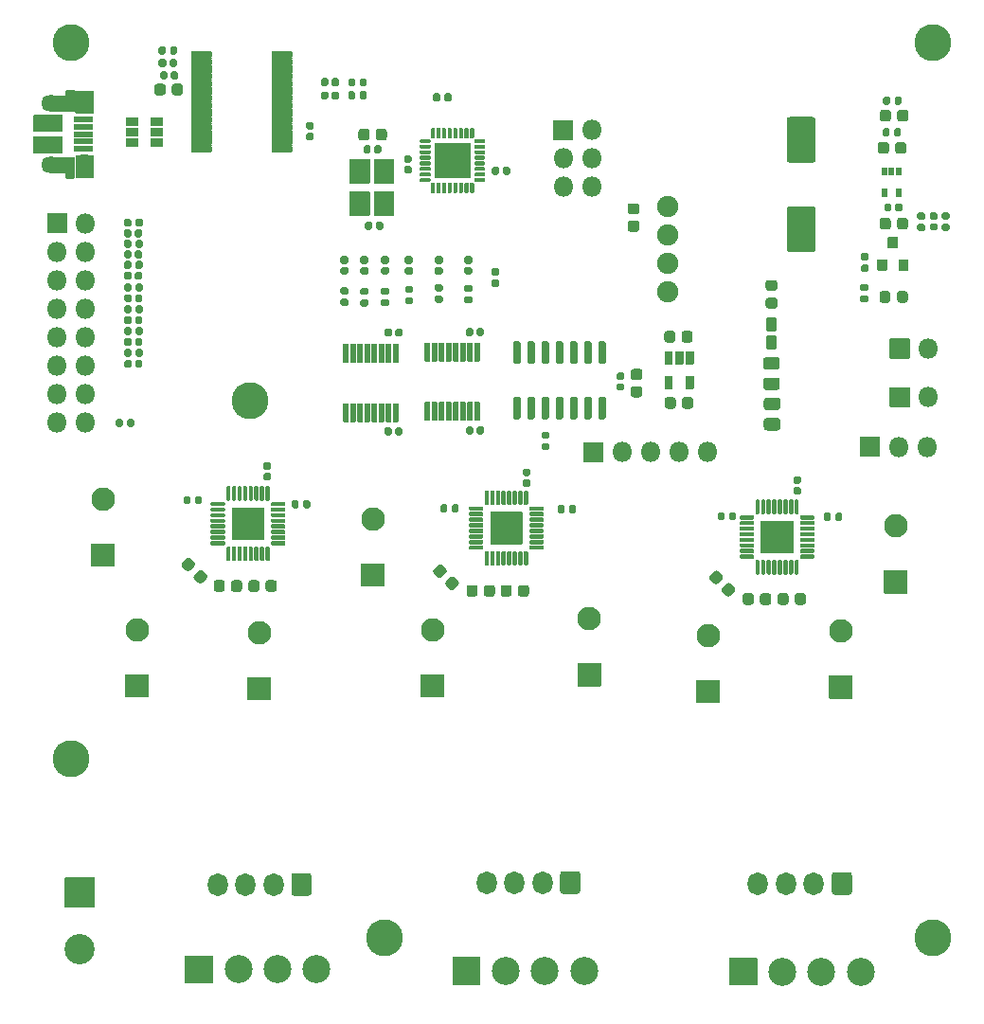
<source format=gts>
G04 #@! TF.GenerationSoftware,KiCad,Pcbnew,5.1.8*
G04 #@! TF.CreationDate,2021-01-20T23:22:32-05:00*
G04 #@! TF.ProjectId,cnc-controller,636e632d-636f-46e7-9472-6f6c6c65722e,rev?*
G04 #@! TF.SameCoordinates,Original*
G04 #@! TF.FileFunction,Soldermask,Top*
G04 #@! TF.FilePolarity,Negative*
%FSLAX46Y46*%
G04 Gerber Fmt 4.6, Leading zero omitted, Abs format (unit mm)*
G04 Created by KiCad (PCBNEW 5.1.8) date 2021-01-20 23:22:32*
%MOMM*%
%LPD*%
G01*
G04 APERTURE LIST*
%ADD10C,2.501600*%
%ADD11O,1.801600X2.051600*%
%ADD12C,3.301600*%
%ADD13C,1.901600*%
%ADD14O,1.801600X1.801600*%
%ADD15C,2.701600*%
%ADD16O,1.801600X1.451600*%
%ADD17O,1.601600X1.201600*%
%ADD18C,2.101600*%
%ADD19C,0.100000*%
G04 APERTURE END LIST*
G36*
G01*
X53687900Y-120780800D02*
X53292100Y-120780800D01*
G75*
G02*
X53119200Y-120607900I0J172900D01*
G01*
X53119200Y-120262100D01*
G75*
G02*
X53292100Y-120089200I172900J0D01*
G01*
X53687900Y-120089200D01*
G75*
G02*
X53860800Y-120262100I0J-172900D01*
G01*
X53860800Y-120607900D01*
G75*
G02*
X53687900Y-120780800I-172900J0D01*
G01*
G37*
G36*
G01*
X53687900Y-121750800D02*
X53292100Y-121750800D01*
G75*
G02*
X53119200Y-121577900I0J172900D01*
G01*
X53119200Y-121232100D01*
G75*
G02*
X53292100Y-121059200I172900J0D01*
G01*
X53687900Y-121059200D01*
G75*
G02*
X53860800Y-121232100I0J-172900D01*
G01*
X53860800Y-121577900D01*
G75*
G02*
X53687900Y-121750800I-172900J0D01*
G01*
G37*
G36*
G01*
X51037900Y-120780800D02*
X50642100Y-120780800D01*
G75*
G02*
X50469200Y-120607900I0J172900D01*
G01*
X50469200Y-120262100D01*
G75*
G02*
X50642100Y-120089200I172900J0D01*
G01*
X51037900Y-120089200D01*
G75*
G02*
X51210800Y-120262100I0J-172900D01*
G01*
X51210800Y-120607900D01*
G75*
G02*
X51037900Y-120780800I-172900J0D01*
G01*
G37*
G36*
G01*
X51037900Y-121750800D02*
X50642100Y-121750800D01*
G75*
G02*
X50469200Y-121577900I0J172900D01*
G01*
X50469200Y-121232100D01*
G75*
G02*
X50642100Y-121059200I172900J0D01*
G01*
X51037900Y-121059200D01*
G75*
G02*
X51210800Y-121232100I0J-172900D01*
G01*
X51210800Y-121577900D01*
G75*
G02*
X51037900Y-121750800I-172900J0D01*
G01*
G37*
G36*
G01*
X48387900Y-120780800D02*
X47992100Y-120780800D01*
G75*
G02*
X47819200Y-120607900I0J172900D01*
G01*
X47819200Y-120262100D01*
G75*
G02*
X47992100Y-120089200I172900J0D01*
G01*
X48387900Y-120089200D01*
G75*
G02*
X48560800Y-120262100I0J-172900D01*
G01*
X48560800Y-120607900D01*
G75*
G02*
X48387900Y-120780800I-172900J0D01*
G01*
G37*
G36*
G01*
X48387900Y-121750800D02*
X47992100Y-121750800D01*
G75*
G02*
X47819200Y-121577900I0J172900D01*
G01*
X47819200Y-121232100D01*
G75*
G02*
X47992100Y-121059200I172900J0D01*
G01*
X48387900Y-121059200D01*
G75*
G02*
X48560800Y-121232100I0J-172900D01*
G01*
X48560800Y-121577900D01*
G75*
G02*
X48387900Y-121750800I-172900J0D01*
G01*
G37*
G36*
G01*
X46247900Y-120780800D02*
X45852100Y-120780800D01*
G75*
G02*
X45679200Y-120607900I0J172900D01*
G01*
X45679200Y-120262100D01*
G75*
G02*
X45852100Y-120089200I172900J0D01*
G01*
X46247900Y-120089200D01*
G75*
G02*
X46420800Y-120262100I0J-172900D01*
G01*
X46420800Y-120607900D01*
G75*
G02*
X46247900Y-120780800I-172900J0D01*
G01*
G37*
G36*
G01*
X46247900Y-121750800D02*
X45852100Y-121750800D01*
G75*
G02*
X45679200Y-121577900I0J172900D01*
G01*
X45679200Y-121232100D01*
G75*
G02*
X45852100Y-121059200I172900J0D01*
G01*
X46247900Y-121059200D01*
G75*
G02*
X46420800Y-121232100I0J-172900D01*
G01*
X46420800Y-121577900D01*
G75*
G02*
X46247900Y-121750800I-172900J0D01*
G01*
G37*
G36*
G01*
X44397900Y-120780800D02*
X44002100Y-120780800D01*
G75*
G02*
X43829200Y-120607900I0J172900D01*
G01*
X43829200Y-120262100D01*
G75*
G02*
X44002100Y-120089200I172900J0D01*
G01*
X44397900Y-120089200D01*
G75*
G02*
X44570800Y-120262100I0J-172900D01*
G01*
X44570800Y-120607900D01*
G75*
G02*
X44397900Y-120780800I-172900J0D01*
G01*
G37*
G36*
G01*
X44397900Y-121750800D02*
X44002100Y-121750800D01*
G75*
G02*
X43829200Y-121577900I0J172900D01*
G01*
X43829200Y-121232100D01*
G75*
G02*
X44002100Y-121059200I172900J0D01*
G01*
X44397900Y-121059200D01*
G75*
G02*
X44570800Y-121232100I0J-172900D01*
G01*
X44570800Y-121577900D01*
G75*
G02*
X44397900Y-121750800I-172900J0D01*
G01*
G37*
G36*
G01*
X42607900Y-120780800D02*
X42212100Y-120780800D01*
G75*
G02*
X42039200Y-120607900I0J172900D01*
G01*
X42039200Y-120262100D01*
G75*
G02*
X42212100Y-120089200I172900J0D01*
G01*
X42607900Y-120089200D01*
G75*
G02*
X42780800Y-120262100I0J-172900D01*
G01*
X42780800Y-120607900D01*
G75*
G02*
X42607900Y-120780800I-172900J0D01*
G01*
G37*
G36*
G01*
X42607900Y-121750800D02*
X42212100Y-121750800D01*
G75*
G02*
X42039200Y-121577900I0J172900D01*
G01*
X42039200Y-121232100D01*
G75*
G02*
X42212100Y-121059200I172900J0D01*
G01*
X42607900Y-121059200D01*
G75*
G02*
X42780800Y-121232100I0J-172900D01*
G01*
X42780800Y-121577900D01*
G75*
G02*
X42607900Y-121750800I-172900J0D01*
G01*
G37*
G36*
G01*
X41259200Y-105937900D02*
X41259200Y-105542100D01*
G75*
G02*
X41432100Y-105369200I172900J0D01*
G01*
X41777900Y-105369200D01*
G75*
G02*
X41950800Y-105542100I0J-172900D01*
G01*
X41950800Y-105937900D01*
G75*
G02*
X41777900Y-106110800I-172900J0D01*
G01*
X41432100Y-106110800D01*
G75*
G02*
X41259200Y-105937900I0J172900D01*
G01*
G37*
G36*
G01*
X40289200Y-105937900D02*
X40289200Y-105542100D01*
G75*
G02*
X40462100Y-105369200I172900J0D01*
G01*
X40807900Y-105369200D01*
G75*
G02*
X40980800Y-105542100I0J-172900D01*
G01*
X40980800Y-105937900D01*
G75*
G02*
X40807900Y-106110800I-172900J0D01*
G01*
X40462100Y-106110800D01*
G75*
G02*
X40289200Y-105937900I0J172900D01*
G01*
G37*
G36*
G01*
X41269200Y-104747900D02*
X41269200Y-104352100D01*
G75*
G02*
X41442100Y-104179200I172900J0D01*
G01*
X41787900Y-104179200D01*
G75*
G02*
X41960800Y-104352100I0J-172900D01*
G01*
X41960800Y-104747900D01*
G75*
G02*
X41787900Y-104920800I-172900J0D01*
G01*
X41442100Y-104920800D01*
G75*
G02*
X41269200Y-104747900I0J172900D01*
G01*
G37*
G36*
G01*
X40299200Y-104747900D02*
X40299200Y-104352100D01*
G75*
G02*
X40472100Y-104179200I172900J0D01*
G01*
X40817900Y-104179200D01*
G75*
G02*
X40990800Y-104352100I0J-172900D01*
G01*
X40990800Y-104747900D01*
G75*
G02*
X40817900Y-104920800I-172900J0D01*
G01*
X40472100Y-104920800D01*
G75*
G02*
X40299200Y-104747900I0J172900D01*
G01*
G37*
G36*
G01*
X26779200Y-103027900D02*
X26779200Y-102632100D01*
G75*
G02*
X26952100Y-102459200I172900J0D01*
G01*
X27297900Y-102459200D01*
G75*
G02*
X27470800Y-102632100I0J-172900D01*
G01*
X27470800Y-103027900D01*
G75*
G02*
X27297900Y-103200800I-172900J0D01*
G01*
X26952100Y-103200800D01*
G75*
G02*
X26779200Y-103027900I0J172900D01*
G01*
G37*
G36*
G01*
X25809200Y-103027900D02*
X25809200Y-102632100D01*
G75*
G02*
X25982100Y-102459200I172900J0D01*
G01*
X26327900Y-102459200D01*
G75*
G02*
X26500800Y-102632100I0J-172900D01*
G01*
X26500800Y-103027900D01*
G75*
G02*
X26327900Y-103200800I-172900J0D01*
G01*
X25982100Y-103200800D01*
G75*
G02*
X25809200Y-103027900I0J172900D01*
G01*
G37*
G36*
G01*
X53930800Y-126694600D02*
X53930800Y-127085400D01*
G75*
G02*
X53765400Y-127250800I-165400J0D01*
G01*
X53434600Y-127250800D01*
G75*
G02*
X53269200Y-127085400I0J165400D01*
G01*
X53269200Y-126694600D01*
G75*
G02*
X53434600Y-126529200I165400J0D01*
G01*
X53765400Y-126529200D01*
G75*
G02*
X53930800Y-126694600I0J-165400D01*
G01*
G37*
G36*
G01*
X54890800Y-126694600D02*
X54890800Y-127085400D01*
G75*
G02*
X54725400Y-127250800I-165400J0D01*
G01*
X54394600Y-127250800D01*
G75*
G02*
X54229200Y-127085400I0J165400D01*
G01*
X54229200Y-126694600D01*
G75*
G02*
X54394600Y-126529200I165400J0D01*
G01*
X54725400Y-126529200D01*
G75*
G02*
X54890800Y-126694600I0J-165400D01*
G01*
G37*
D10*
X88570000Y-184040000D03*
X85070000Y-184040000D03*
X81570000Y-184040000D03*
G36*
G01*
X76819200Y-185240000D02*
X76819200Y-182840000D01*
G75*
G02*
X76870000Y-182789200I50800J0D01*
G01*
X79270000Y-182789200D01*
G75*
G02*
X79320800Y-182840000I0J-50800D01*
G01*
X79320800Y-185240000D01*
G75*
G02*
X79270000Y-185290800I-50800J0D01*
G01*
X76870000Y-185290800D01*
G75*
G02*
X76819200Y-185240000I0J50800D01*
G01*
G37*
D11*
X79392000Y-176168000D03*
X81892000Y-176168000D03*
X84392000Y-176168000D03*
G36*
G01*
X87792800Y-175407141D02*
X87792800Y-176928859D01*
G75*
G02*
X87527859Y-177193800I-264941J0D01*
G01*
X86256141Y-177193800D01*
G75*
G02*
X85991200Y-176928859I0J264941D01*
G01*
X85991200Y-175407141D01*
G75*
G02*
X86256141Y-175142200I264941J0D01*
G01*
X87527859Y-175142200D01*
G75*
G02*
X87792800Y-175407141I0J-264941D01*
G01*
G37*
D12*
X95000000Y-181000000D03*
X46000000Y-181000000D03*
X95000000Y-101000000D03*
X34000000Y-133000000D03*
X18000000Y-165000000D03*
X18000000Y-101000000D03*
G36*
G01*
X45095000Y-111399200D02*
X46820000Y-111399200D01*
G75*
G02*
X46870800Y-111450000I0J-50800D01*
G01*
X46870800Y-113550000D01*
G75*
G02*
X46820000Y-113600800I-50800J0D01*
G01*
X45095000Y-113600800D01*
G75*
G02*
X45044200Y-113550000I0J50800D01*
G01*
X45044200Y-111450000D01*
G75*
G02*
X45095000Y-111399200I50800J0D01*
G01*
G37*
G36*
G01*
X45095000Y-114299200D02*
X46820000Y-114299200D01*
G75*
G02*
X46870800Y-114350000I0J-50800D01*
G01*
X46870800Y-116450000D01*
G75*
G02*
X46820000Y-116500800I-50800J0D01*
G01*
X45095000Y-116500800D01*
G75*
G02*
X45044200Y-116450000I0J50800D01*
G01*
X45044200Y-114350000D01*
G75*
G02*
X45095000Y-114299200I50800J0D01*
G01*
G37*
G36*
G01*
X42920000Y-114299200D02*
X44645000Y-114299200D01*
G75*
G02*
X44695800Y-114350000I0J-50800D01*
G01*
X44695800Y-116450000D01*
G75*
G02*
X44645000Y-116500800I-50800J0D01*
G01*
X42920000Y-116500800D01*
G75*
G02*
X42869200Y-116450000I0J50800D01*
G01*
X42869200Y-114350000D01*
G75*
G02*
X42920000Y-114299200I50800J0D01*
G01*
G37*
G36*
G01*
X42920000Y-111399200D02*
X44645000Y-111399200D01*
G75*
G02*
X44695800Y-111450000I0J-50800D01*
G01*
X44695800Y-113550000D01*
G75*
G02*
X44645000Y-113600800I-50800J0D01*
G01*
X42920000Y-113600800D01*
G75*
G02*
X42869200Y-113550000I0J50800D01*
G01*
X42869200Y-111450000D01*
G75*
G02*
X42920000Y-111399200I50800J0D01*
G01*
G37*
G36*
G01*
X55507232Y-142949200D02*
X58292768Y-142949200D01*
G75*
G02*
X58350800Y-143007232I0J-58032D01*
G01*
X58350800Y-145792768D01*
G75*
G02*
X58292768Y-145850800I-58032J0D01*
G01*
X55507232Y-145850800D01*
G75*
G02*
X55449200Y-145792768I0J58032D01*
G01*
X55449200Y-143007232D01*
G75*
G02*
X55507232Y-142949200I58032J0D01*
G01*
G37*
G36*
G01*
X60250800Y-146054600D02*
X60250800Y-146245400D01*
G75*
G02*
X60155400Y-146340800I-95400J0D01*
G01*
X59044600Y-146340800D01*
G75*
G02*
X58949200Y-146245400I0J95400D01*
G01*
X58949200Y-146054600D01*
G75*
G02*
X59044600Y-145959200I95400J0D01*
G01*
X60155400Y-145959200D01*
G75*
G02*
X60250800Y-146054600I0J-95400D01*
G01*
G37*
G36*
G01*
X60250800Y-145554600D02*
X60250800Y-145745400D01*
G75*
G02*
X60155400Y-145840800I-95400J0D01*
G01*
X59044600Y-145840800D01*
G75*
G02*
X58949200Y-145745400I0J95400D01*
G01*
X58949200Y-145554600D01*
G75*
G02*
X59044600Y-145459200I95400J0D01*
G01*
X60155400Y-145459200D01*
G75*
G02*
X60250800Y-145554600I0J-95400D01*
G01*
G37*
G36*
G01*
X60250800Y-145054600D02*
X60250800Y-145245400D01*
G75*
G02*
X60155400Y-145340800I-95400J0D01*
G01*
X59044600Y-145340800D01*
G75*
G02*
X58949200Y-145245400I0J95400D01*
G01*
X58949200Y-145054600D01*
G75*
G02*
X59044600Y-144959200I95400J0D01*
G01*
X60155400Y-144959200D01*
G75*
G02*
X60250800Y-145054600I0J-95400D01*
G01*
G37*
G36*
G01*
X60250800Y-144554600D02*
X60250800Y-144745400D01*
G75*
G02*
X60155400Y-144840800I-95400J0D01*
G01*
X59044600Y-144840800D01*
G75*
G02*
X58949200Y-144745400I0J95400D01*
G01*
X58949200Y-144554600D01*
G75*
G02*
X59044600Y-144459200I95400J0D01*
G01*
X60155400Y-144459200D01*
G75*
G02*
X60250800Y-144554600I0J-95400D01*
G01*
G37*
G36*
G01*
X60250800Y-144054600D02*
X60250800Y-144245400D01*
G75*
G02*
X60155400Y-144340800I-95400J0D01*
G01*
X59044600Y-144340800D01*
G75*
G02*
X58949200Y-144245400I0J95400D01*
G01*
X58949200Y-144054600D01*
G75*
G02*
X59044600Y-143959200I95400J0D01*
G01*
X60155400Y-143959200D01*
G75*
G02*
X60250800Y-144054600I0J-95400D01*
G01*
G37*
G36*
G01*
X60250800Y-143554600D02*
X60250800Y-143745400D01*
G75*
G02*
X60155400Y-143840800I-95400J0D01*
G01*
X59044600Y-143840800D01*
G75*
G02*
X58949200Y-143745400I0J95400D01*
G01*
X58949200Y-143554600D01*
G75*
G02*
X59044600Y-143459200I95400J0D01*
G01*
X60155400Y-143459200D01*
G75*
G02*
X60250800Y-143554600I0J-95400D01*
G01*
G37*
G36*
G01*
X60250800Y-143054600D02*
X60250800Y-143245400D01*
G75*
G02*
X60155400Y-143340800I-95400J0D01*
G01*
X59044600Y-143340800D01*
G75*
G02*
X58949200Y-143245400I0J95400D01*
G01*
X58949200Y-143054600D01*
G75*
G02*
X59044600Y-142959200I95400J0D01*
G01*
X60155400Y-142959200D01*
G75*
G02*
X60250800Y-143054600I0J-95400D01*
G01*
G37*
G36*
G01*
X60250800Y-142554600D02*
X60250800Y-142745400D01*
G75*
G02*
X60155400Y-142840800I-95400J0D01*
G01*
X59044600Y-142840800D01*
G75*
G02*
X58949200Y-142745400I0J95400D01*
G01*
X58949200Y-142554600D01*
G75*
G02*
X59044600Y-142459200I95400J0D01*
G01*
X60155400Y-142459200D01*
G75*
G02*
X60250800Y-142554600I0J-95400D01*
G01*
G37*
G36*
G01*
X58554600Y-141049200D02*
X58745400Y-141049200D01*
G75*
G02*
X58840800Y-141144600I0J-95400D01*
G01*
X58840800Y-142255400D01*
G75*
G02*
X58745400Y-142350800I-95400J0D01*
G01*
X58554600Y-142350800D01*
G75*
G02*
X58459200Y-142255400I0J95400D01*
G01*
X58459200Y-141144600D01*
G75*
G02*
X58554600Y-141049200I95400J0D01*
G01*
G37*
G36*
G01*
X58054600Y-141049200D02*
X58245400Y-141049200D01*
G75*
G02*
X58340800Y-141144600I0J-95400D01*
G01*
X58340800Y-142255400D01*
G75*
G02*
X58245400Y-142350800I-95400J0D01*
G01*
X58054600Y-142350800D01*
G75*
G02*
X57959200Y-142255400I0J95400D01*
G01*
X57959200Y-141144600D01*
G75*
G02*
X58054600Y-141049200I95400J0D01*
G01*
G37*
G36*
G01*
X57554600Y-141049200D02*
X57745400Y-141049200D01*
G75*
G02*
X57840800Y-141144600I0J-95400D01*
G01*
X57840800Y-142255400D01*
G75*
G02*
X57745400Y-142350800I-95400J0D01*
G01*
X57554600Y-142350800D01*
G75*
G02*
X57459200Y-142255400I0J95400D01*
G01*
X57459200Y-141144600D01*
G75*
G02*
X57554600Y-141049200I95400J0D01*
G01*
G37*
G36*
G01*
X57054600Y-141049200D02*
X57245400Y-141049200D01*
G75*
G02*
X57340800Y-141144600I0J-95400D01*
G01*
X57340800Y-142255400D01*
G75*
G02*
X57245400Y-142350800I-95400J0D01*
G01*
X57054600Y-142350800D01*
G75*
G02*
X56959200Y-142255400I0J95400D01*
G01*
X56959200Y-141144600D01*
G75*
G02*
X57054600Y-141049200I95400J0D01*
G01*
G37*
G36*
G01*
X56554600Y-141049200D02*
X56745400Y-141049200D01*
G75*
G02*
X56840800Y-141144600I0J-95400D01*
G01*
X56840800Y-142255400D01*
G75*
G02*
X56745400Y-142350800I-95400J0D01*
G01*
X56554600Y-142350800D01*
G75*
G02*
X56459200Y-142255400I0J95400D01*
G01*
X56459200Y-141144600D01*
G75*
G02*
X56554600Y-141049200I95400J0D01*
G01*
G37*
G36*
G01*
X56054600Y-141049200D02*
X56245400Y-141049200D01*
G75*
G02*
X56340800Y-141144600I0J-95400D01*
G01*
X56340800Y-142255400D01*
G75*
G02*
X56245400Y-142350800I-95400J0D01*
G01*
X56054600Y-142350800D01*
G75*
G02*
X55959200Y-142255400I0J95400D01*
G01*
X55959200Y-141144600D01*
G75*
G02*
X56054600Y-141049200I95400J0D01*
G01*
G37*
G36*
G01*
X55554600Y-141049200D02*
X55745400Y-141049200D01*
G75*
G02*
X55840800Y-141144600I0J-95400D01*
G01*
X55840800Y-142255400D01*
G75*
G02*
X55745400Y-142350800I-95400J0D01*
G01*
X55554600Y-142350800D01*
G75*
G02*
X55459200Y-142255400I0J95400D01*
G01*
X55459200Y-141144600D01*
G75*
G02*
X55554600Y-141049200I95400J0D01*
G01*
G37*
G36*
G01*
X55054600Y-141049200D02*
X55245400Y-141049200D01*
G75*
G02*
X55340800Y-141144600I0J-95400D01*
G01*
X55340800Y-142255400D01*
G75*
G02*
X55245400Y-142350800I-95400J0D01*
G01*
X55054600Y-142350800D01*
G75*
G02*
X54959200Y-142255400I0J95400D01*
G01*
X54959200Y-141144600D01*
G75*
G02*
X55054600Y-141049200I95400J0D01*
G01*
G37*
G36*
G01*
X53549200Y-142745400D02*
X53549200Y-142554600D01*
G75*
G02*
X53644600Y-142459200I95400J0D01*
G01*
X54755400Y-142459200D01*
G75*
G02*
X54850800Y-142554600I0J-95400D01*
G01*
X54850800Y-142745400D01*
G75*
G02*
X54755400Y-142840800I-95400J0D01*
G01*
X53644600Y-142840800D01*
G75*
G02*
X53549200Y-142745400I0J95400D01*
G01*
G37*
G36*
G01*
X53549200Y-143245400D02*
X53549200Y-143054600D01*
G75*
G02*
X53644600Y-142959200I95400J0D01*
G01*
X54755400Y-142959200D01*
G75*
G02*
X54850800Y-143054600I0J-95400D01*
G01*
X54850800Y-143245400D01*
G75*
G02*
X54755400Y-143340800I-95400J0D01*
G01*
X53644600Y-143340800D01*
G75*
G02*
X53549200Y-143245400I0J95400D01*
G01*
G37*
G36*
G01*
X53549200Y-143745400D02*
X53549200Y-143554600D01*
G75*
G02*
X53644600Y-143459200I95400J0D01*
G01*
X54755400Y-143459200D01*
G75*
G02*
X54850800Y-143554600I0J-95400D01*
G01*
X54850800Y-143745400D01*
G75*
G02*
X54755400Y-143840800I-95400J0D01*
G01*
X53644600Y-143840800D01*
G75*
G02*
X53549200Y-143745400I0J95400D01*
G01*
G37*
G36*
G01*
X53549200Y-144245400D02*
X53549200Y-144054600D01*
G75*
G02*
X53644600Y-143959200I95400J0D01*
G01*
X54755400Y-143959200D01*
G75*
G02*
X54850800Y-144054600I0J-95400D01*
G01*
X54850800Y-144245400D01*
G75*
G02*
X54755400Y-144340800I-95400J0D01*
G01*
X53644600Y-144340800D01*
G75*
G02*
X53549200Y-144245400I0J95400D01*
G01*
G37*
G36*
G01*
X53549200Y-144745400D02*
X53549200Y-144554600D01*
G75*
G02*
X53644600Y-144459200I95400J0D01*
G01*
X54755400Y-144459200D01*
G75*
G02*
X54850800Y-144554600I0J-95400D01*
G01*
X54850800Y-144745400D01*
G75*
G02*
X54755400Y-144840800I-95400J0D01*
G01*
X53644600Y-144840800D01*
G75*
G02*
X53549200Y-144745400I0J95400D01*
G01*
G37*
G36*
G01*
X53549200Y-145245400D02*
X53549200Y-145054600D01*
G75*
G02*
X53644600Y-144959200I95400J0D01*
G01*
X54755400Y-144959200D01*
G75*
G02*
X54850800Y-145054600I0J-95400D01*
G01*
X54850800Y-145245400D01*
G75*
G02*
X54755400Y-145340800I-95400J0D01*
G01*
X53644600Y-145340800D01*
G75*
G02*
X53549200Y-145245400I0J95400D01*
G01*
G37*
G36*
G01*
X53549200Y-145745400D02*
X53549200Y-145554600D01*
G75*
G02*
X53644600Y-145459200I95400J0D01*
G01*
X54755400Y-145459200D01*
G75*
G02*
X54850800Y-145554600I0J-95400D01*
G01*
X54850800Y-145745400D01*
G75*
G02*
X54755400Y-145840800I-95400J0D01*
G01*
X53644600Y-145840800D01*
G75*
G02*
X53549200Y-145745400I0J95400D01*
G01*
G37*
G36*
G01*
X53549200Y-146245400D02*
X53549200Y-146054600D01*
G75*
G02*
X53644600Y-145959200I95400J0D01*
G01*
X54755400Y-145959200D01*
G75*
G02*
X54850800Y-146054600I0J-95400D01*
G01*
X54850800Y-146245400D01*
G75*
G02*
X54755400Y-146340800I-95400J0D01*
G01*
X53644600Y-146340800D01*
G75*
G02*
X53549200Y-146245400I0J95400D01*
G01*
G37*
G36*
G01*
X55054600Y-146449200D02*
X55245400Y-146449200D01*
G75*
G02*
X55340800Y-146544600I0J-95400D01*
G01*
X55340800Y-147655400D01*
G75*
G02*
X55245400Y-147750800I-95400J0D01*
G01*
X55054600Y-147750800D01*
G75*
G02*
X54959200Y-147655400I0J95400D01*
G01*
X54959200Y-146544600D01*
G75*
G02*
X55054600Y-146449200I95400J0D01*
G01*
G37*
G36*
G01*
X55554600Y-146449200D02*
X55745400Y-146449200D01*
G75*
G02*
X55840800Y-146544600I0J-95400D01*
G01*
X55840800Y-147655400D01*
G75*
G02*
X55745400Y-147750800I-95400J0D01*
G01*
X55554600Y-147750800D01*
G75*
G02*
X55459200Y-147655400I0J95400D01*
G01*
X55459200Y-146544600D01*
G75*
G02*
X55554600Y-146449200I95400J0D01*
G01*
G37*
G36*
G01*
X56054600Y-146449200D02*
X56245400Y-146449200D01*
G75*
G02*
X56340800Y-146544600I0J-95400D01*
G01*
X56340800Y-147655400D01*
G75*
G02*
X56245400Y-147750800I-95400J0D01*
G01*
X56054600Y-147750800D01*
G75*
G02*
X55959200Y-147655400I0J95400D01*
G01*
X55959200Y-146544600D01*
G75*
G02*
X56054600Y-146449200I95400J0D01*
G01*
G37*
G36*
G01*
X56554600Y-146449200D02*
X56745400Y-146449200D01*
G75*
G02*
X56840800Y-146544600I0J-95400D01*
G01*
X56840800Y-147655400D01*
G75*
G02*
X56745400Y-147750800I-95400J0D01*
G01*
X56554600Y-147750800D01*
G75*
G02*
X56459200Y-147655400I0J95400D01*
G01*
X56459200Y-146544600D01*
G75*
G02*
X56554600Y-146449200I95400J0D01*
G01*
G37*
G36*
G01*
X57054600Y-146449200D02*
X57245400Y-146449200D01*
G75*
G02*
X57340800Y-146544600I0J-95400D01*
G01*
X57340800Y-147655400D01*
G75*
G02*
X57245400Y-147750800I-95400J0D01*
G01*
X57054600Y-147750800D01*
G75*
G02*
X56959200Y-147655400I0J95400D01*
G01*
X56959200Y-146544600D01*
G75*
G02*
X57054600Y-146449200I95400J0D01*
G01*
G37*
G36*
G01*
X57554600Y-146449200D02*
X57745400Y-146449200D01*
G75*
G02*
X57840800Y-146544600I0J-95400D01*
G01*
X57840800Y-147655400D01*
G75*
G02*
X57745400Y-147750800I-95400J0D01*
G01*
X57554600Y-147750800D01*
G75*
G02*
X57459200Y-147655400I0J95400D01*
G01*
X57459200Y-146544600D01*
G75*
G02*
X57554600Y-146449200I95400J0D01*
G01*
G37*
G36*
G01*
X58054600Y-146449200D02*
X58245400Y-146449200D01*
G75*
G02*
X58340800Y-146544600I0J-95400D01*
G01*
X58340800Y-147655400D01*
G75*
G02*
X58245400Y-147750800I-95400J0D01*
G01*
X58054600Y-147750800D01*
G75*
G02*
X57959200Y-147655400I0J95400D01*
G01*
X57959200Y-146544600D01*
G75*
G02*
X58054600Y-146449200I95400J0D01*
G01*
G37*
G36*
G01*
X58554600Y-146449200D02*
X58745400Y-146449200D01*
G75*
G02*
X58840800Y-146544600I0J-95400D01*
G01*
X58840800Y-147655400D01*
G75*
G02*
X58745400Y-147750800I-95400J0D01*
G01*
X58554600Y-147750800D01*
G75*
G02*
X58459200Y-147655400I0J95400D01*
G01*
X58459200Y-146544600D01*
G75*
G02*
X58554600Y-146449200I95400J0D01*
G01*
G37*
G36*
G01*
X79707232Y-143749200D02*
X82492768Y-143749200D01*
G75*
G02*
X82550800Y-143807232I0J-58032D01*
G01*
X82550800Y-146592768D01*
G75*
G02*
X82492768Y-146650800I-58032J0D01*
G01*
X79707232Y-146650800D01*
G75*
G02*
X79649200Y-146592768I0J58032D01*
G01*
X79649200Y-143807232D01*
G75*
G02*
X79707232Y-143749200I58032J0D01*
G01*
G37*
G36*
G01*
X84450800Y-146854600D02*
X84450800Y-147045400D01*
G75*
G02*
X84355400Y-147140800I-95400J0D01*
G01*
X83244600Y-147140800D01*
G75*
G02*
X83149200Y-147045400I0J95400D01*
G01*
X83149200Y-146854600D01*
G75*
G02*
X83244600Y-146759200I95400J0D01*
G01*
X84355400Y-146759200D01*
G75*
G02*
X84450800Y-146854600I0J-95400D01*
G01*
G37*
G36*
G01*
X84450800Y-146354600D02*
X84450800Y-146545400D01*
G75*
G02*
X84355400Y-146640800I-95400J0D01*
G01*
X83244600Y-146640800D01*
G75*
G02*
X83149200Y-146545400I0J95400D01*
G01*
X83149200Y-146354600D01*
G75*
G02*
X83244600Y-146259200I95400J0D01*
G01*
X84355400Y-146259200D01*
G75*
G02*
X84450800Y-146354600I0J-95400D01*
G01*
G37*
G36*
G01*
X84450800Y-145854600D02*
X84450800Y-146045400D01*
G75*
G02*
X84355400Y-146140800I-95400J0D01*
G01*
X83244600Y-146140800D01*
G75*
G02*
X83149200Y-146045400I0J95400D01*
G01*
X83149200Y-145854600D01*
G75*
G02*
X83244600Y-145759200I95400J0D01*
G01*
X84355400Y-145759200D01*
G75*
G02*
X84450800Y-145854600I0J-95400D01*
G01*
G37*
G36*
G01*
X84450800Y-145354600D02*
X84450800Y-145545400D01*
G75*
G02*
X84355400Y-145640800I-95400J0D01*
G01*
X83244600Y-145640800D01*
G75*
G02*
X83149200Y-145545400I0J95400D01*
G01*
X83149200Y-145354600D01*
G75*
G02*
X83244600Y-145259200I95400J0D01*
G01*
X84355400Y-145259200D01*
G75*
G02*
X84450800Y-145354600I0J-95400D01*
G01*
G37*
G36*
G01*
X84450800Y-144854600D02*
X84450800Y-145045400D01*
G75*
G02*
X84355400Y-145140800I-95400J0D01*
G01*
X83244600Y-145140800D01*
G75*
G02*
X83149200Y-145045400I0J95400D01*
G01*
X83149200Y-144854600D01*
G75*
G02*
X83244600Y-144759200I95400J0D01*
G01*
X84355400Y-144759200D01*
G75*
G02*
X84450800Y-144854600I0J-95400D01*
G01*
G37*
G36*
G01*
X84450800Y-144354600D02*
X84450800Y-144545400D01*
G75*
G02*
X84355400Y-144640800I-95400J0D01*
G01*
X83244600Y-144640800D01*
G75*
G02*
X83149200Y-144545400I0J95400D01*
G01*
X83149200Y-144354600D01*
G75*
G02*
X83244600Y-144259200I95400J0D01*
G01*
X84355400Y-144259200D01*
G75*
G02*
X84450800Y-144354600I0J-95400D01*
G01*
G37*
G36*
G01*
X84450800Y-143854600D02*
X84450800Y-144045400D01*
G75*
G02*
X84355400Y-144140800I-95400J0D01*
G01*
X83244600Y-144140800D01*
G75*
G02*
X83149200Y-144045400I0J95400D01*
G01*
X83149200Y-143854600D01*
G75*
G02*
X83244600Y-143759200I95400J0D01*
G01*
X84355400Y-143759200D01*
G75*
G02*
X84450800Y-143854600I0J-95400D01*
G01*
G37*
G36*
G01*
X84450800Y-143354600D02*
X84450800Y-143545400D01*
G75*
G02*
X84355400Y-143640800I-95400J0D01*
G01*
X83244600Y-143640800D01*
G75*
G02*
X83149200Y-143545400I0J95400D01*
G01*
X83149200Y-143354600D01*
G75*
G02*
X83244600Y-143259200I95400J0D01*
G01*
X84355400Y-143259200D01*
G75*
G02*
X84450800Y-143354600I0J-95400D01*
G01*
G37*
G36*
G01*
X82754600Y-141849200D02*
X82945400Y-141849200D01*
G75*
G02*
X83040800Y-141944600I0J-95400D01*
G01*
X83040800Y-143055400D01*
G75*
G02*
X82945400Y-143150800I-95400J0D01*
G01*
X82754600Y-143150800D01*
G75*
G02*
X82659200Y-143055400I0J95400D01*
G01*
X82659200Y-141944600D01*
G75*
G02*
X82754600Y-141849200I95400J0D01*
G01*
G37*
G36*
G01*
X82254600Y-141849200D02*
X82445400Y-141849200D01*
G75*
G02*
X82540800Y-141944600I0J-95400D01*
G01*
X82540800Y-143055400D01*
G75*
G02*
X82445400Y-143150800I-95400J0D01*
G01*
X82254600Y-143150800D01*
G75*
G02*
X82159200Y-143055400I0J95400D01*
G01*
X82159200Y-141944600D01*
G75*
G02*
X82254600Y-141849200I95400J0D01*
G01*
G37*
G36*
G01*
X81754600Y-141849200D02*
X81945400Y-141849200D01*
G75*
G02*
X82040800Y-141944600I0J-95400D01*
G01*
X82040800Y-143055400D01*
G75*
G02*
X81945400Y-143150800I-95400J0D01*
G01*
X81754600Y-143150800D01*
G75*
G02*
X81659200Y-143055400I0J95400D01*
G01*
X81659200Y-141944600D01*
G75*
G02*
X81754600Y-141849200I95400J0D01*
G01*
G37*
G36*
G01*
X81254600Y-141849200D02*
X81445400Y-141849200D01*
G75*
G02*
X81540800Y-141944600I0J-95400D01*
G01*
X81540800Y-143055400D01*
G75*
G02*
X81445400Y-143150800I-95400J0D01*
G01*
X81254600Y-143150800D01*
G75*
G02*
X81159200Y-143055400I0J95400D01*
G01*
X81159200Y-141944600D01*
G75*
G02*
X81254600Y-141849200I95400J0D01*
G01*
G37*
G36*
G01*
X80754600Y-141849200D02*
X80945400Y-141849200D01*
G75*
G02*
X81040800Y-141944600I0J-95400D01*
G01*
X81040800Y-143055400D01*
G75*
G02*
X80945400Y-143150800I-95400J0D01*
G01*
X80754600Y-143150800D01*
G75*
G02*
X80659200Y-143055400I0J95400D01*
G01*
X80659200Y-141944600D01*
G75*
G02*
X80754600Y-141849200I95400J0D01*
G01*
G37*
G36*
G01*
X80254600Y-141849200D02*
X80445400Y-141849200D01*
G75*
G02*
X80540800Y-141944600I0J-95400D01*
G01*
X80540800Y-143055400D01*
G75*
G02*
X80445400Y-143150800I-95400J0D01*
G01*
X80254600Y-143150800D01*
G75*
G02*
X80159200Y-143055400I0J95400D01*
G01*
X80159200Y-141944600D01*
G75*
G02*
X80254600Y-141849200I95400J0D01*
G01*
G37*
G36*
G01*
X79754600Y-141849200D02*
X79945400Y-141849200D01*
G75*
G02*
X80040800Y-141944600I0J-95400D01*
G01*
X80040800Y-143055400D01*
G75*
G02*
X79945400Y-143150800I-95400J0D01*
G01*
X79754600Y-143150800D01*
G75*
G02*
X79659200Y-143055400I0J95400D01*
G01*
X79659200Y-141944600D01*
G75*
G02*
X79754600Y-141849200I95400J0D01*
G01*
G37*
G36*
G01*
X79254600Y-141849200D02*
X79445400Y-141849200D01*
G75*
G02*
X79540800Y-141944600I0J-95400D01*
G01*
X79540800Y-143055400D01*
G75*
G02*
X79445400Y-143150800I-95400J0D01*
G01*
X79254600Y-143150800D01*
G75*
G02*
X79159200Y-143055400I0J95400D01*
G01*
X79159200Y-141944600D01*
G75*
G02*
X79254600Y-141849200I95400J0D01*
G01*
G37*
G36*
G01*
X77749200Y-143545400D02*
X77749200Y-143354600D01*
G75*
G02*
X77844600Y-143259200I95400J0D01*
G01*
X78955400Y-143259200D01*
G75*
G02*
X79050800Y-143354600I0J-95400D01*
G01*
X79050800Y-143545400D01*
G75*
G02*
X78955400Y-143640800I-95400J0D01*
G01*
X77844600Y-143640800D01*
G75*
G02*
X77749200Y-143545400I0J95400D01*
G01*
G37*
G36*
G01*
X77749200Y-144045400D02*
X77749200Y-143854600D01*
G75*
G02*
X77844600Y-143759200I95400J0D01*
G01*
X78955400Y-143759200D01*
G75*
G02*
X79050800Y-143854600I0J-95400D01*
G01*
X79050800Y-144045400D01*
G75*
G02*
X78955400Y-144140800I-95400J0D01*
G01*
X77844600Y-144140800D01*
G75*
G02*
X77749200Y-144045400I0J95400D01*
G01*
G37*
G36*
G01*
X77749200Y-144545400D02*
X77749200Y-144354600D01*
G75*
G02*
X77844600Y-144259200I95400J0D01*
G01*
X78955400Y-144259200D01*
G75*
G02*
X79050800Y-144354600I0J-95400D01*
G01*
X79050800Y-144545400D01*
G75*
G02*
X78955400Y-144640800I-95400J0D01*
G01*
X77844600Y-144640800D01*
G75*
G02*
X77749200Y-144545400I0J95400D01*
G01*
G37*
G36*
G01*
X77749200Y-145045400D02*
X77749200Y-144854600D01*
G75*
G02*
X77844600Y-144759200I95400J0D01*
G01*
X78955400Y-144759200D01*
G75*
G02*
X79050800Y-144854600I0J-95400D01*
G01*
X79050800Y-145045400D01*
G75*
G02*
X78955400Y-145140800I-95400J0D01*
G01*
X77844600Y-145140800D01*
G75*
G02*
X77749200Y-145045400I0J95400D01*
G01*
G37*
G36*
G01*
X77749200Y-145545400D02*
X77749200Y-145354600D01*
G75*
G02*
X77844600Y-145259200I95400J0D01*
G01*
X78955400Y-145259200D01*
G75*
G02*
X79050800Y-145354600I0J-95400D01*
G01*
X79050800Y-145545400D01*
G75*
G02*
X78955400Y-145640800I-95400J0D01*
G01*
X77844600Y-145640800D01*
G75*
G02*
X77749200Y-145545400I0J95400D01*
G01*
G37*
G36*
G01*
X77749200Y-146045400D02*
X77749200Y-145854600D01*
G75*
G02*
X77844600Y-145759200I95400J0D01*
G01*
X78955400Y-145759200D01*
G75*
G02*
X79050800Y-145854600I0J-95400D01*
G01*
X79050800Y-146045400D01*
G75*
G02*
X78955400Y-146140800I-95400J0D01*
G01*
X77844600Y-146140800D01*
G75*
G02*
X77749200Y-146045400I0J95400D01*
G01*
G37*
G36*
G01*
X77749200Y-146545400D02*
X77749200Y-146354600D01*
G75*
G02*
X77844600Y-146259200I95400J0D01*
G01*
X78955400Y-146259200D01*
G75*
G02*
X79050800Y-146354600I0J-95400D01*
G01*
X79050800Y-146545400D01*
G75*
G02*
X78955400Y-146640800I-95400J0D01*
G01*
X77844600Y-146640800D01*
G75*
G02*
X77749200Y-146545400I0J95400D01*
G01*
G37*
G36*
G01*
X77749200Y-147045400D02*
X77749200Y-146854600D01*
G75*
G02*
X77844600Y-146759200I95400J0D01*
G01*
X78955400Y-146759200D01*
G75*
G02*
X79050800Y-146854600I0J-95400D01*
G01*
X79050800Y-147045400D01*
G75*
G02*
X78955400Y-147140800I-95400J0D01*
G01*
X77844600Y-147140800D01*
G75*
G02*
X77749200Y-147045400I0J95400D01*
G01*
G37*
G36*
G01*
X79254600Y-147249200D02*
X79445400Y-147249200D01*
G75*
G02*
X79540800Y-147344600I0J-95400D01*
G01*
X79540800Y-148455400D01*
G75*
G02*
X79445400Y-148550800I-95400J0D01*
G01*
X79254600Y-148550800D01*
G75*
G02*
X79159200Y-148455400I0J95400D01*
G01*
X79159200Y-147344600D01*
G75*
G02*
X79254600Y-147249200I95400J0D01*
G01*
G37*
G36*
G01*
X79754600Y-147249200D02*
X79945400Y-147249200D01*
G75*
G02*
X80040800Y-147344600I0J-95400D01*
G01*
X80040800Y-148455400D01*
G75*
G02*
X79945400Y-148550800I-95400J0D01*
G01*
X79754600Y-148550800D01*
G75*
G02*
X79659200Y-148455400I0J95400D01*
G01*
X79659200Y-147344600D01*
G75*
G02*
X79754600Y-147249200I95400J0D01*
G01*
G37*
G36*
G01*
X80254600Y-147249200D02*
X80445400Y-147249200D01*
G75*
G02*
X80540800Y-147344600I0J-95400D01*
G01*
X80540800Y-148455400D01*
G75*
G02*
X80445400Y-148550800I-95400J0D01*
G01*
X80254600Y-148550800D01*
G75*
G02*
X80159200Y-148455400I0J95400D01*
G01*
X80159200Y-147344600D01*
G75*
G02*
X80254600Y-147249200I95400J0D01*
G01*
G37*
G36*
G01*
X80754600Y-147249200D02*
X80945400Y-147249200D01*
G75*
G02*
X81040800Y-147344600I0J-95400D01*
G01*
X81040800Y-148455400D01*
G75*
G02*
X80945400Y-148550800I-95400J0D01*
G01*
X80754600Y-148550800D01*
G75*
G02*
X80659200Y-148455400I0J95400D01*
G01*
X80659200Y-147344600D01*
G75*
G02*
X80754600Y-147249200I95400J0D01*
G01*
G37*
G36*
G01*
X81254600Y-147249200D02*
X81445400Y-147249200D01*
G75*
G02*
X81540800Y-147344600I0J-95400D01*
G01*
X81540800Y-148455400D01*
G75*
G02*
X81445400Y-148550800I-95400J0D01*
G01*
X81254600Y-148550800D01*
G75*
G02*
X81159200Y-148455400I0J95400D01*
G01*
X81159200Y-147344600D01*
G75*
G02*
X81254600Y-147249200I95400J0D01*
G01*
G37*
G36*
G01*
X81754600Y-147249200D02*
X81945400Y-147249200D01*
G75*
G02*
X82040800Y-147344600I0J-95400D01*
G01*
X82040800Y-148455400D01*
G75*
G02*
X81945400Y-148550800I-95400J0D01*
G01*
X81754600Y-148550800D01*
G75*
G02*
X81659200Y-148455400I0J95400D01*
G01*
X81659200Y-147344600D01*
G75*
G02*
X81754600Y-147249200I95400J0D01*
G01*
G37*
G36*
G01*
X82254600Y-147249200D02*
X82445400Y-147249200D01*
G75*
G02*
X82540800Y-147344600I0J-95400D01*
G01*
X82540800Y-148455400D01*
G75*
G02*
X82445400Y-148550800I-95400J0D01*
G01*
X82254600Y-148550800D01*
G75*
G02*
X82159200Y-148455400I0J95400D01*
G01*
X82159200Y-147344600D01*
G75*
G02*
X82254600Y-147249200I95400J0D01*
G01*
G37*
G36*
G01*
X82754600Y-147249200D02*
X82945400Y-147249200D01*
G75*
G02*
X83040800Y-147344600I0J-95400D01*
G01*
X83040800Y-148455400D01*
G75*
G02*
X82945400Y-148550800I-95400J0D01*
G01*
X82754600Y-148550800D01*
G75*
G02*
X82659200Y-148455400I0J95400D01*
G01*
X82659200Y-147344600D01*
G75*
G02*
X82754600Y-147249200I95400J0D01*
G01*
G37*
G36*
G01*
X32407232Y-142549200D02*
X35192768Y-142549200D01*
G75*
G02*
X35250800Y-142607232I0J-58032D01*
G01*
X35250800Y-145392768D01*
G75*
G02*
X35192768Y-145450800I-58032J0D01*
G01*
X32407232Y-145450800D01*
G75*
G02*
X32349200Y-145392768I0J58032D01*
G01*
X32349200Y-142607232D01*
G75*
G02*
X32407232Y-142549200I58032J0D01*
G01*
G37*
G36*
G01*
X37150800Y-145654600D02*
X37150800Y-145845400D01*
G75*
G02*
X37055400Y-145940800I-95400J0D01*
G01*
X35944600Y-145940800D01*
G75*
G02*
X35849200Y-145845400I0J95400D01*
G01*
X35849200Y-145654600D01*
G75*
G02*
X35944600Y-145559200I95400J0D01*
G01*
X37055400Y-145559200D01*
G75*
G02*
X37150800Y-145654600I0J-95400D01*
G01*
G37*
G36*
G01*
X37150800Y-145154600D02*
X37150800Y-145345400D01*
G75*
G02*
X37055400Y-145440800I-95400J0D01*
G01*
X35944600Y-145440800D01*
G75*
G02*
X35849200Y-145345400I0J95400D01*
G01*
X35849200Y-145154600D01*
G75*
G02*
X35944600Y-145059200I95400J0D01*
G01*
X37055400Y-145059200D01*
G75*
G02*
X37150800Y-145154600I0J-95400D01*
G01*
G37*
G36*
G01*
X37150800Y-144654600D02*
X37150800Y-144845400D01*
G75*
G02*
X37055400Y-144940800I-95400J0D01*
G01*
X35944600Y-144940800D01*
G75*
G02*
X35849200Y-144845400I0J95400D01*
G01*
X35849200Y-144654600D01*
G75*
G02*
X35944600Y-144559200I95400J0D01*
G01*
X37055400Y-144559200D01*
G75*
G02*
X37150800Y-144654600I0J-95400D01*
G01*
G37*
G36*
G01*
X37150800Y-144154600D02*
X37150800Y-144345400D01*
G75*
G02*
X37055400Y-144440800I-95400J0D01*
G01*
X35944600Y-144440800D01*
G75*
G02*
X35849200Y-144345400I0J95400D01*
G01*
X35849200Y-144154600D01*
G75*
G02*
X35944600Y-144059200I95400J0D01*
G01*
X37055400Y-144059200D01*
G75*
G02*
X37150800Y-144154600I0J-95400D01*
G01*
G37*
G36*
G01*
X37150800Y-143654600D02*
X37150800Y-143845400D01*
G75*
G02*
X37055400Y-143940800I-95400J0D01*
G01*
X35944600Y-143940800D01*
G75*
G02*
X35849200Y-143845400I0J95400D01*
G01*
X35849200Y-143654600D01*
G75*
G02*
X35944600Y-143559200I95400J0D01*
G01*
X37055400Y-143559200D01*
G75*
G02*
X37150800Y-143654600I0J-95400D01*
G01*
G37*
G36*
G01*
X37150800Y-143154600D02*
X37150800Y-143345400D01*
G75*
G02*
X37055400Y-143440800I-95400J0D01*
G01*
X35944600Y-143440800D01*
G75*
G02*
X35849200Y-143345400I0J95400D01*
G01*
X35849200Y-143154600D01*
G75*
G02*
X35944600Y-143059200I95400J0D01*
G01*
X37055400Y-143059200D01*
G75*
G02*
X37150800Y-143154600I0J-95400D01*
G01*
G37*
G36*
G01*
X37150800Y-142654600D02*
X37150800Y-142845400D01*
G75*
G02*
X37055400Y-142940800I-95400J0D01*
G01*
X35944600Y-142940800D01*
G75*
G02*
X35849200Y-142845400I0J95400D01*
G01*
X35849200Y-142654600D01*
G75*
G02*
X35944600Y-142559200I95400J0D01*
G01*
X37055400Y-142559200D01*
G75*
G02*
X37150800Y-142654600I0J-95400D01*
G01*
G37*
G36*
G01*
X37150800Y-142154600D02*
X37150800Y-142345400D01*
G75*
G02*
X37055400Y-142440800I-95400J0D01*
G01*
X35944600Y-142440800D01*
G75*
G02*
X35849200Y-142345400I0J95400D01*
G01*
X35849200Y-142154600D01*
G75*
G02*
X35944600Y-142059200I95400J0D01*
G01*
X37055400Y-142059200D01*
G75*
G02*
X37150800Y-142154600I0J-95400D01*
G01*
G37*
G36*
G01*
X35454600Y-140649200D02*
X35645400Y-140649200D01*
G75*
G02*
X35740800Y-140744600I0J-95400D01*
G01*
X35740800Y-141855400D01*
G75*
G02*
X35645400Y-141950800I-95400J0D01*
G01*
X35454600Y-141950800D01*
G75*
G02*
X35359200Y-141855400I0J95400D01*
G01*
X35359200Y-140744600D01*
G75*
G02*
X35454600Y-140649200I95400J0D01*
G01*
G37*
G36*
G01*
X34954600Y-140649200D02*
X35145400Y-140649200D01*
G75*
G02*
X35240800Y-140744600I0J-95400D01*
G01*
X35240800Y-141855400D01*
G75*
G02*
X35145400Y-141950800I-95400J0D01*
G01*
X34954600Y-141950800D01*
G75*
G02*
X34859200Y-141855400I0J95400D01*
G01*
X34859200Y-140744600D01*
G75*
G02*
X34954600Y-140649200I95400J0D01*
G01*
G37*
G36*
G01*
X34454600Y-140649200D02*
X34645400Y-140649200D01*
G75*
G02*
X34740800Y-140744600I0J-95400D01*
G01*
X34740800Y-141855400D01*
G75*
G02*
X34645400Y-141950800I-95400J0D01*
G01*
X34454600Y-141950800D01*
G75*
G02*
X34359200Y-141855400I0J95400D01*
G01*
X34359200Y-140744600D01*
G75*
G02*
X34454600Y-140649200I95400J0D01*
G01*
G37*
G36*
G01*
X33954600Y-140649200D02*
X34145400Y-140649200D01*
G75*
G02*
X34240800Y-140744600I0J-95400D01*
G01*
X34240800Y-141855400D01*
G75*
G02*
X34145400Y-141950800I-95400J0D01*
G01*
X33954600Y-141950800D01*
G75*
G02*
X33859200Y-141855400I0J95400D01*
G01*
X33859200Y-140744600D01*
G75*
G02*
X33954600Y-140649200I95400J0D01*
G01*
G37*
G36*
G01*
X33454600Y-140649200D02*
X33645400Y-140649200D01*
G75*
G02*
X33740800Y-140744600I0J-95400D01*
G01*
X33740800Y-141855400D01*
G75*
G02*
X33645400Y-141950800I-95400J0D01*
G01*
X33454600Y-141950800D01*
G75*
G02*
X33359200Y-141855400I0J95400D01*
G01*
X33359200Y-140744600D01*
G75*
G02*
X33454600Y-140649200I95400J0D01*
G01*
G37*
G36*
G01*
X32954600Y-140649200D02*
X33145400Y-140649200D01*
G75*
G02*
X33240800Y-140744600I0J-95400D01*
G01*
X33240800Y-141855400D01*
G75*
G02*
X33145400Y-141950800I-95400J0D01*
G01*
X32954600Y-141950800D01*
G75*
G02*
X32859200Y-141855400I0J95400D01*
G01*
X32859200Y-140744600D01*
G75*
G02*
X32954600Y-140649200I95400J0D01*
G01*
G37*
G36*
G01*
X32454600Y-140649200D02*
X32645400Y-140649200D01*
G75*
G02*
X32740800Y-140744600I0J-95400D01*
G01*
X32740800Y-141855400D01*
G75*
G02*
X32645400Y-141950800I-95400J0D01*
G01*
X32454600Y-141950800D01*
G75*
G02*
X32359200Y-141855400I0J95400D01*
G01*
X32359200Y-140744600D01*
G75*
G02*
X32454600Y-140649200I95400J0D01*
G01*
G37*
G36*
G01*
X31954600Y-140649200D02*
X32145400Y-140649200D01*
G75*
G02*
X32240800Y-140744600I0J-95400D01*
G01*
X32240800Y-141855400D01*
G75*
G02*
X32145400Y-141950800I-95400J0D01*
G01*
X31954600Y-141950800D01*
G75*
G02*
X31859200Y-141855400I0J95400D01*
G01*
X31859200Y-140744600D01*
G75*
G02*
X31954600Y-140649200I95400J0D01*
G01*
G37*
G36*
G01*
X30449200Y-142345400D02*
X30449200Y-142154600D01*
G75*
G02*
X30544600Y-142059200I95400J0D01*
G01*
X31655400Y-142059200D01*
G75*
G02*
X31750800Y-142154600I0J-95400D01*
G01*
X31750800Y-142345400D01*
G75*
G02*
X31655400Y-142440800I-95400J0D01*
G01*
X30544600Y-142440800D01*
G75*
G02*
X30449200Y-142345400I0J95400D01*
G01*
G37*
G36*
G01*
X30449200Y-142845400D02*
X30449200Y-142654600D01*
G75*
G02*
X30544600Y-142559200I95400J0D01*
G01*
X31655400Y-142559200D01*
G75*
G02*
X31750800Y-142654600I0J-95400D01*
G01*
X31750800Y-142845400D01*
G75*
G02*
X31655400Y-142940800I-95400J0D01*
G01*
X30544600Y-142940800D01*
G75*
G02*
X30449200Y-142845400I0J95400D01*
G01*
G37*
G36*
G01*
X30449200Y-143345400D02*
X30449200Y-143154600D01*
G75*
G02*
X30544600Y-143059200I95400J0D01*
G01*
X31655400Y-143059200D01*
G75*
G02*
X31750800Y-143154600I0J-95400D01*
G01*
X31750800Y-143345400D01*
G75*
G02*
X31655400Y-143440800I-95400J0D01*
G01*
X30544600Y-143440800D01*
G75*
G02*
X30449200Y-143345400I0J95400D01*
G01*
G37*
G36*
G01*
X30449200Y-143845400D02*
X30449200Y-143654600D01*
G75*
G02*
X30544600Y-143559200I95400J0D01*
G01*
X31655400Y-143559200D01*
G75*
G02*
X31750800Y-143654600I0J-95400D01*
G01*
X31750800Y-143845400D01*
G75*
G02*
X31655400Y-143940800I-95400J0D01*
G01*
X30544600Y-143940800D01*
G75*
G02*
X30449200Y-143845400I0J95400D01*
G01*
G37*
G36*
G01*
X30449200Y-144345400D02*
X30449200Y-144154600D01*
G75*
G02*
X30544600Y-144059200I95400J0D01*
G01*
X31655400Y-144059200D01*
G75*
G02*
X31750800Y-144154600I0J-95400D01*
G01*
X31750800Y-144345400D01*
G75*
G02*
X31655400Y-144440800I-95400J0D01*
G01*
X30544600Y-144440800D01*
G75*
G02*
X30449200Y-144345400I0J95400D01*
G01*
G37*
G36*
G01*
X30449200Y-144845400D02*
X30449200Y-144654600D01*
G75*
G02*
X30544600Y-144559200I95400J0D01*
G01*
X31655400Y-144559200D01*
G75*
G02*
X31750800Y-144654600I0J-95400D01*
G01*
X31750800Y-144845400D01*
G75*
G02*
X31655400Y-144940800I-95400J0D01*
G01*
X30544600Y-144940800D01*
G75*
G02*
X30449200Y-144845400I0J95400D01*
G01*
G37*
G36*
G01*
X30449200Y-145345400D02*
X30449200Y-145154600D01*
G75*
G02*
X30544600Y-145059200I95400J0D01*
G01*
X31655400Y-145059200D01*
G75*
G02*
X31750800Y-145154600I0J-95400D01*
G01*
X31750800Y-145345400D01*
G75*
G02*
X31655400Y-145440800I-95400J0D01*
G01*
X30544600Y-145440800D01*
G75*
G02*
X30449200Y-145345400I0J95400D01*
G01*
G37*
G36*
G01*
X30449200Y-145845400D02*
X30449200Y-145654600D01*
G75*
G02*
X30544600Y-145559200I95400J0D01*
G01*
X31655400Y-145559200D01*
G75*
G02*
X31750800Y-145654600I0J-95400D01*
G01*
X31750800Y-145845400D01*
G75*
G02*
X31655400Y-145940800I-95400J0D01*
G01*
X30544600Y-145940800D01*
G75*
G02*
X30449200Y-145845400I0J95400D01*
G01*
G37*
G36*
G01*
X31954600Y-146049200D02*
X32145400Y-146049200D01*
G75*
G02*
X32240800Y-146144600I0J-95400D01*
G01*
X32240800Y-147255400D01*
G75*
G02*
X32145400Y-147350800I-95400J0D01*
G01*
X31954600Y-147350800D01*
G75*
G02*
X31859200Y-147255400I0J95400D01*
G01*
X31859200Y-146144600D01*
G75*
G02*
X31954600Y-146049200I95400J0D01*
G01*
G37*
G36*
G01*
X32454600Y-146049200D02*
X32645400Y-146049200D01*
G75*
G02*
X32740800Y-146144600I0J-95400D01*
G01*
X32740800Y-147255400D01*
G75*
G02*
X32645400Y-147350800I-95400J0D01*
G01*
X32454600Y-147350800D01*
G75*
G02*
X32359200Y-147255400I0J95400D01*
G01*
X32359200Y-146144600D01*
G75*
G02*
X32454600Y-146049200I95400J0D01*
G01*
G37*
G36*
G01*
X32954600Y-146049200D02*
X33145400Y-146049200D01*
G75*
G02*
X33240800Y-146144600I0J-95400D01*
G01*
X33240800Y-147255400D01*
G75*
G02*
X33145400Y-147350800I-95400J0D01*
G01*
X32954600Y-147350800D01*
G75*
G02*
X32859200Y-147255400I0J95400D01*
G01*
X32859200Y-146144600D01*
G75*
G02*
X32954600Y-146049200I95400J0D01*
G01*
G37*
G36*
G01*
X33454600Y-146049200D02*
X33645400Y-146049200D01*
G75*
G02*
X33740800Y-146144600I0J-95400D01*
G01*
X33740800Y-147255400D01*
G75*
G02*
X33645400Y-147350800I-95400J0D01*
G01*
X33454600Y-147350800D01*
G75*
G02*
X33359200Y-147255400I0J95400D01*
G01*
X33359200Y-146144600D01*
G75*
G02*
X33454600Y-146049200I95400J0D01*
G01*
G37*
G36*
G01*
X33954600Y-146049200D02*
X34145400Y-146049200D01*
G75*
G02*
X34240800Y-146144600I0J-95400D01*
G01*
X34240800Y-147255400D01*
G75*
G02*
X34145400Y-147350800I-95400J0D01*
G01*
X33954600Y-147350800D01*
G75*
G02*
X33859200Y-147255400I0J95400D01*
G01*
X33859200Y-146144600D01*
G75*
G02*
X33954600Y-146049200I95400J0D01*
G01*
G37*
G36*
G01*
X34454600Y-146049200D02*
X34645400Y-146049200D01*
G75*
G02*
X34740800Y-146144600I0J-95400D01*
G01*
X34740800Y-147255400D01*
G75*
G02*
X34645400Y-147350800I-95400J0D01*
G01*
X34454600Y-147350800D01*
G75*
G02*
X34359200Y-147255400I0J95400D01*
G01*
X34359200Y-146144600D01*
G75*
G02*
X34454600Y-146049200I95400J0D01*
G01*
G37*
G36*
G01*
X34954600Y-146049200D02*
X35145400Y-146049200D01*
G75*
G02*
X35240800Y-146144600I0J-95400D01*
G01*
X35240800Y-147255400D01*
G75*
G02*
X35145400Y-147350800I-95400J0D01*
G01*
X34954600Y-147350800D01*
G75*
G02*
X34859200Y-147255400I0J95400D01*
G01*
X34859200Y-146144600D01*
G75*
G02*
X34954600Y-146049200I95400J0D01*
G01*
G37*
G36*
G01*
X35454600Y-146049200D02*
X35645400Y-146049200D01*
G75*
G02*
X35740800Y-146144600I0J-95400D01*
G01*
X35740800Y-147255400D01*
G75*
G02*
X35645400Y-147350800I-95400J0D01*
G01*
X35454600Y-147350800D01*
G75*
G02*
X35359200Y-147255400I0J95400D01*
G01*
X35359200Y-146144600D01*
G75*
G02*
X35454600Y-146049200I95400J0D01*
G01*
G37*
G36*
G01*
X91788000Y-114050200D02*
X92188000Y-114050200D01*
G75*
G02*
X92238800Y-114101000I0J-50800D01*
G01*
X92238800Y-114751000D01*
G75*
G02*
X92188000Y-114801800I-50800J0D01*
G01*
X91788000Y-114801800D01*
G75*
G02*
X91737200Y-114751000I0J50800D01*
G01*
X91737200Y-114101000D01*
G75*
G02*
X91788000Y-114050200I50800J0D01*
G01*
G37*
G36*
G01*
X90488000Y-114050200D02*
X90888000Y-114050200D01*
G75*
G02*
X90938800Y-114101000I0J-50800D01*
G01*
X90938800Y-114751000D01*
G75*
G02*
X90888000Y-114801800I-50800J0D01*
G01*
X90488000Y-114801800D01*
G75*
G02*
X90437200Y-114751000I0J50800D01*
G01*
X90437200Y-114101000D01*
G75*
G02*
X90488000Y-114050200I50800J0D01*
G01*
G37*
G36*
G01*
X91138000Y-112150200D02*
X91538000Y-112150200D01*
G75*
G02*
X91588800Y-112201000I0J-50800D01*
G01*
X91588800Y-112851000D01*
G75*
G02*
X91538000Y-112901800I-50800J0D01*
G01*
X91138000Y-112901800D01*
G75*
G02*
X91087200Y-112851000I0J50800D01*
G01*
X91087200Y-112201000D01*
G75*
G02*
X91138000Y-112150200I50800J0D01*
G01*
G37*
G36*
G01*
X90488000Y-112150200D02*
X90888000Y-112150200D01*
G75*
G02*
X90938800Y-112201000I0J-50800D01*
G01*
X90938800Y-112851000D01*
G75*
G02*
X90888000Y-112901800I-50800J0D01*
G01*
X90488000Y-112901800D01*
G75*
G02*
X90437200Y-112851000I0J50800D01*
G01*
X90437200Y-112201000D01*
G75*
G02*
X90488000Y-112150200I50800J0D01*
G01*
G37*
G36*
G01*
X91788000Y-112150200D02*
X92188000Y-112150200D01*
G75*
G02*
X92238800Y-112201000I0J-50800D01*
G01*
X92238800Y-112851000D01*
G75*
G02*
X92188000Y-112901800I-50800J0D01*
G01*
X91788000Y-112901800D01*
G75*
G02*
X91737200Y-112851000I0J50800D01*
G01*
X91737200Y-112201000D01*
G75*
G02*
X91788000Y-112150200I50800J0D01*
G01*
G37*
G36*
G01*
X72975000Y-130799200D02*
X73625000Y-130799200D01*
G75*
G02*
X73675800Y-130850000I0J-50800D01*
G01*
X73675800Y-131910000D01*
G75*
G02*
X73625000Y-131960800I-50800J0D01*
G01*
X72975000Y-131960800D01*
G75*
G02*
X72924200Y-131910000I0J50800D01*
G01*
X72924200Y-130850000D01*
G75*
G02*
X72975000Y-130799200I50800J0D01*
G01*
G37*
G36*
G01*
X71075000Y-130799200D02*
X71725000Y-130799200D01*
G75*
G02*
X71775800Y-130850000I0J-50800D01*
G01*
X71775800Y-131910000D01*
G75*
G02*
X71725000Y-131960800I-50800J0D01*
G01*
X71075000Y-131960800D01*
G75*
G02*
X71024200Y-131910000I0J50800D01*
G01*
X71024200Y-130850000D01*
G75*
G02*
X71075000Y-130799200I50800J0D01*
G01*
G37*
G36*
G01*
X71075000Y-128599200D02*
X71725000Y-128599200D01*
G75*
G02*
X71775800Y-128650000I0J-50800D01*
G01*
X71775800Y-129710000D01*
G75*
G02*
X71725000Y-129760800I-50800J0D01*
G01*
X71075000Y-129760800D01*
G75*
G02*
X71024200Y-129710000I0J50800D01*
G01*
X71024200Y-128650000D01*
G75*
G02*
X71075000Y-128599200I50800J0D01*
G01*
G37*
G36*
G01*
X72025000Y-128599200D02*
X72675000Y-128599200D01*
G75*
G02*
X72725800Y-128650000I0J-50800D01*
G01*
X72725800Y-129710000D01*
G75*
G02*
X72675000Y-129760800I-50800J0D01*
G01*
X72025000Y-129760800D01*
G75*
G02*
X71974200Y-129710000I0J50800D01*
G01*
X71974200Y-128650000D01*
G75*
G02*
X72025000Y-128599200I50800J0D01*
G01*
G37*
G36*
G01*
X72975000Y-128599200D02*
X73625000Y-128599200D01*
G75*
G02*
X73675800Y-128650000I0J-50800D01*
G01*
X73675800Y-129710000D01*
G75*
G02*
X73625000Y-129760800I-50800J0D01*
G01*
X72975000Y-129760800D01*
G75*
G02*
X72924200Y-129710000I0J50800D01*
G01*
X72924200Y-128650000D01*
G75*
G02*
X72975000Y-128599200I50800J0D01*
G01*
G37*
G36*
G01*
X54077500Y-133123500D02*
X54487500Y-133123500D01*
G75*
G02*
X54538300Y-133174300I0J-50800D01*
G01*
X54538300Y-134774300D01*
G75*
G02*
X54487500Y-134825100I-50800J0D01*
G01*
X54077500Y-134825100D01*
G75*
G02*
X54026700Y-134774300I0J50800D01*
G01*
X54026700Y-133174300D01*
G75*
G02*
X54077500Y-133123500I50800J0D01*
G01*
G37*
G36*
G01*
X53442500Y-133123500D02*
X53852500Y-133123500D01*
G75*
G02*
X53903300Y-133174300I0J-50800D01*
G01*
X53903300Y-134774300D01*
G75*
G02*
X53852500Y-134825100I-50800J0D01*
G01*
X53442500Y-134825100D01*
G75*
G02*
X53391700Y-134774300I0J50800D01*
G01*
X53391700Y-133174300D01*
G75*
G02*
X53442500Y-133123500I50800J0D01*
G01*
G37*
G36*
G01*
X52807500Y-133123500D02*
X53217500Y-133123500D01*
G75*
G02*
X53268300Y-133174300I0J-50800D01*
G01*
X53268300Y-134774300D01*
G75*
G02*
X53217500Y-134825100I-50800J0D01*
G01*
X52807500Y-134825100D01*
G75*
G02*
X52756700Y-134774300I0J50800D01*
G01*
X52756700Y-133174300D01*
G75*
G02*
X52807500Y-133123500I50800J0D01*
G01*
G37*
G36*
G01*
X52172500Y-133123500D02*
X52582500Y-133123500D01*
G75*
G02*
X52633300Y-133174300I0J-50800D01*
G01*
X52633300Y-134774300D01*
G75*
G02*
X52582500Y-134825100I-50800J0D01*
G01*
X52172500Y-134825100D01*
G75*
G02*
X52121700Y-134774300I0J50800D01*
G01*
X52121700Y-133174300D01*
G75*
G02*
X52172500Y-133123500I50800J0D01*
G01*
G37*
G36*
G01*
X51537500Y-133123500D02*
X51947500Y-133123500D01*
G75*
G02*
X51998300Y-133174300I0J-50800D01*
G01*
X51998300Y-134774300D01*
G75*
G02*
X51947500Y-134825100I-50800J0D01*
G01*
X51537500Y-134825100D01*
G75*
G02*
X51486700Y-134774300I0J50800D01*
G01*
X51486700Y-133174300D01*
G75*
G02*
X51537500Y-133123500I50800J0D01*
G01*
G37*
G36*
G01*
X50902500Y-133123500D02*
X51312500Y-133123500D01*
G75*
G02*
X51363300Y-133174300I0J-50800D01*
G01*
X51363300Y-134774300D01*
G75*
G02*
X51312500Y-134825100I-50800J0D01*
G01*
X50902500Y-134825100D01*
G75*
G02*
X50851700Y-134774300I0J50800D01*
G01*
X50851700Y-133174300D01*
G75*
G02*
X50902500Y-133123500I50800J0D01*
G01*
G37*
G36*
G01*
X50267500Y-133123500D02*
X50677500Y-133123500D01*
G75*
G02*
X50728300Y-133174300I0J-50800D01*
G01*
X50728300Y-134774300D01*
G75*
G02*
X50677500Y-134825100I-50800J0D01*
G01*
X50267500Y-134825100D01*
G75*
G02*
X50216700Y-134774300I0J50800D01*
G01*
X50216700Y-133174300D01*
G75*
G02*
X50267500Y-133123500I50800J0D01*
G01*
G37*
G36*
G01*
X49632500Y-133123500D02*
X50042500Y-133123500D01*
G75*
G02*
X50093300Y-133174300I0J-50800D01*
G01*
X50093300Y-134774300D01*
G75*
G02*
X50042500Y-134825100I-50800J0D01*
G01*
X49632500Y-134825100D01*
G75*
G02*
X49581700Y-134774300I0J50800D01*
G01*
X49581700Y-133174300D01*
G75*
G02*
X49632500Y-133123500I50800J0D01*
G01*
G37*
G36*
G01*
X49632500Y-127814900D02*
X50042500Y-127814900D01*
G75*
G02*
X50093300Y-127865700I0J-50800D01*
G01*
X50093300Y-129465700D01*
G75*
G02*
X50042500Y-129516500I-50800J0D01*
G01*
X49632500Y-129516500D01*
G75*
G02*
X49581700Y-129465700I0J50800D01*
G01*
X49581700Y-127865700D01*
G75*
G02*
X49632500Y-127814900I50800J0D01*
G01*
G37*
G36*
G01*
X50267500Y-127814900D02*
X50677500Y-127814900D01*
G75*
G02*
X50728300Y-127865700I0J-50800D01*
G01*
X50728300Y-129465700D01*
G75*
G02*
X50677500Y-129516500I-50800J0D01*
G01*
X50267500Y-129516500D01*
G75*
G02*
X50216700Y-129465700I0J50800D01*
G01*
X50216700Y-127865700D01*
G75*
G02*
X50267500Y-127814900I50800J0D01*
G01*
G37*
G36*
G01*
X50902500Y-127814900D02*
X51312500Y-127814900D01*
G75*
G02*
X51363300Y-127865700I0J-50800D01*
G01*
X51363300Y-129465700D01*
G75*
G02*
X51312500Y-129516500I-50800J0D01*
G01*
X50902500Y-129516500D01*
G75*
G02*
X50851700Y-129465700I0J50800D01*
G01*
X50851700Y-127865700D01*
G75*
G02*
X50902500Y-127814900I50800J0D01*
G01*
G37*
G36*
G01*
X51537500Y-127814900D02*
X51947500Y-127814900D01*
G75*
G02*
X51998300Y-127865700I0J-50800D01*
G01*
X51998300Y-129465700D01*
G75*
G02*
X51947500Y-129516500I-50800J0D01*
G01*
X51537500Y-129516500D01*
G75*
G02*
X51486700Y-129465700I0J50800D01*
G01*
X51486700Y-127865700D01*
G75*
G02*
X51537500Y-127814900I50800J0D01*
G01*
G37*
G36*
G01*
X52172500Y-127814900D02*
X52582500Y-127814900D01*
G75*
G02*
X52633300Y-127865700I0J-50800D01*
G01*
X52633300Y-129465700D01*
G75*
G02*
X52582500Y-129516500I-50800J0D01*
G01*
X52172500Y-129516500D01*
G75*
G02*
X52121700Y-129465700I0J50800D01*
G01*
X52121700Y-127865700D01*
G75*
G02*
X52172500Y-127814900I50800J0D01*
G01*
G37*
G36*
G01*
X52807500Y-127814900D02*
X53217500Y-127814900D01*
G75*
G02*
X53268300Y-127865700I0J-50800D01*
G01*
X53268300Y-129465700D01*
G75*
G02*
X53217500Y-129516500I-50800J0D01*
G01*
X52807500Y-129516500D01*
G75*
G02*
X52756700Y-129465700I0J50800D01*
G01*
X52756700Y-127865700D01*
G75*
G02*
X52807500Y-127814900I50800J0D01*
G01*
G37*
G36*
G01*
X53442500Y-127814900D02*
X53852500Y-127814900D01*
G75*
G02*
X53903300Y-127865700I0J-50800D01*
G01*
X53903300Y-129465700D01*
G75*
G02*
X53852500Y-129516500I-50800J0D01*
G01*
X53442500Y-129516500D01*
G75*
G02*
X53391700Y-129465700I0J50800D01*
G01*
X53391700Y-127865700D01*
G75*
G02*
X53442500Y-127814900I50800J0D01*
G01*
G37*
G36*
G01*
X54077500Y-127814900D02*
X54487500Y-127814900D01*
G75*
G02*
X54538300Y-127865700I0J-50800D01*
G01*
X54538300Y-129465700D01*
G75*
G02*
X54487500Y-129516500I-50800J0D01*
G01*
X54077500Y-129516500D01*
G75*
G02*
X54026700Y-129465700I0J50800D01*
G01*
X54026700Y-127865700D01*
G75*
G02*
X54077500Y-127814900I50800J0D01*
G01*
G37*
G36*
G01*
X46787500Y-133233500D02*
X47197500Y-133233500D01*
G75*
G02*
X47248300Y-133284300I0J-50800D01*
G01*
X47248300Y-134884300D01*
G75*
G02*
X47197500Y-134935100I-50800J0D01*
G01*
X46787500Y-134935100D01*
G75*
G02*
X46736700Y-134884300I0J50800D01*
G01*
X46736700Y-133284300D01*
G75*
G02*
X46787500Y-133233500I50800J0D01*
G01*
G37*
G36*
G01*
X46152500Y-133233500D02*
X46562500Y-133233500D01*
G75*
G02*
X46613300Y-133284300I0J-50800D01*
G01*
X46613300Y-134884300D01*
G75*
G02*
X46562500Y-134935100I-50800J0D01*
G01*
X46152500Y-134935100D01*
G75*
G02*
X46101700Y-134884300I0J50800D01*
G01*
X46101700Y-133284300D01*
G75*
G02*
X46152500Y-133233500I50800J0D01*
G01*
G37*
G36*
G01*
X45517500Y-133233500D02*
X45927500Y-133233500D01*
G75*
G02*
X45978300Y-133284300I0J-50800D01*
G01*
X45978300Y-134884300D01*
G75*
G02*
X45927500Y-134935100I-50800J0D01*
G01*
X45517500Y-134935100D01*
G75*
G02*
X45466700Y-134884300I0J50800D01*
G01*
X45466700Y-133284300D01*
G75*
G02*
X45517500Y-133233500I50800J0D01*
G01*
G37*
G36*
G01*
X44882500Y-133233500D02*
X45292500Y-133233500D01*
G75*
G02*
X45343300Y-133284300I0J-50800D01*
G01*
X45343300Y-134884300D01*
G75*
G02*
X45292500Y-134935100I-50800J0D01*
G01*
X44882500Y-134935100D01*
G75*
G02*
X44831700Y-134884300I0J50800D01*
G01*
X44831700Y-133284300D01*
G75*
G02*
X44882500Y-133233500I50800J0D01*
G01*
G37*
G36*
G01*
X44247500Y-133233500D02*
X44657500Y-133233500D01*
G75*
G02*
X44708300Y-133284300I0J-50800D01*
G01*
X44708300Y-134884300D01*
G75*
G02*
X44657500Y-134935100I-50800J0D01*
G01*
X44247500Y-134935100D01*
G75*
G02*
X44196700Y-134884300I0J50800D01*
G01*
X44196700Y-133284300D01*
G75*
G02*
X44247500Y-133233500I50800J0D01*
G01*
G37*
G36*
G01*
X43612500Y-133233500D02*
X44022500Y-133233500D01*
G75*
G02*
X44073300Y-133284300I0J-50800D01*
G01*
X44073300Y-134884300D01*
G75*
G02*
X44022500Y-134935100I-50800J0D01*
G01*
X43612500Y-134935100D01*
G75*
G02*
X43561700Y-134884300I0J50800D01*
G01*
X43561700Y-133284300D01*
G75*
G02*
X43612500Y-133233500I50800J0D01*
G01*
G37*
G36*
G01*
X42977500Y-133233500D02*
X43387500Y-133233500D01*
G75*
G02*
X43438300Y-133284300I0J-50800D01*
G01*
X43438300Y-134884300D01*
G75*
G02*
X43387500Y-134935100I-50800J0D01*
G01*
X42977500Y-134935100D01*
G75*
G02*
X42926700Y-134884300I0J50800D01*
G01*
X42926700Y-133284300D01*
G75*
G02*
X42977500Y-133233500I50800J0D01*
G01*
G37*
G36*
G01*
X42342500Y-133233500D02*
X42752500Y-133233500D01*
G75*
G02*
X42803300Y-133284300I0J-50800D01*
G01*
X42803300Y-134884300D01*
G75*
G02*
X42752500Y-134935100I-50800J0D01*
G01*
X42342500Y-134935100D01*
G75*
G02*
X42291700Y-134884300I0J50800D01*
G01*
X42291700Y-133284300D01*
G75*
G02*
X42342500Y-133233500I50800J0D01*
G01*
G37*
G36*
G01*
X42342500Y-127924900D02*
X42752500Y-127924900D01*
G75*
G02*
X42803300Y-127975700I0J-50800D01*
G01*
X42803300Y-129575700D01*
G75*
G02*
X42752500Y-129626500I-50800J0D01*
G01*
X42342500Y-129626500D01*
G75*
G02*
X42291700Y-129575700I0J50800D01*
G01*
X42291700Y-127975700D01*
G75*
G02*
X42342500Y-127924900I50800J0D01*
G01*
G37*
G36*
G01*
X42977500Y-127924900D02*
X43387500Y-127924900D01*
G75*
G02*
X43438300Y-127975700I0J-50800D01*
G01*
X43438300Y-129575700D01*
G75*
G02*
X43387500Y-129626500I-50800J0D01*
G01*
X42977500Y-129626500D01*
G75*
G02*
X42926700Y-129575700I0J50800D01*
G01*
X42926700Y-127975700D01*
G75*
G02*
X42977500Y-127924900I50800J0D01*
G01*
G37*
G36*
G01*
X43612500Y-127924900D02*
X44022500Y-127924900D01*
G75*
G02*
X44073300Y-127975700I0J-50800D01*
G01*
X44073300Y-129575700D01*
G75*
G02*
X44022500Y-129626500I-50800J0D01*
G01*
X43612500Y-129626500D01*
G75*
G02*
X43561700Y-129575700I0J50800D01*
G01*
X43561700Y-127975700D01*
G75*
G02*
X43612500Y-127924900I50800J0D01*
G01*
G37*
G36*
G01*
X44247500Y-127924900D02*
X44657500Y-127924900D01*
G75*
G02*
X44708300Y-127975700I0J-50800D01*
G01*
X44708300Y-129575700D01*
G75*
G02*
X44657500Y-129626500I-50800J0D01*
G01*
X44247500Y-129626500D01*
G75*
G02*
X44196700Y-129575700I0J50800D01*
G01*
X44196700Y-127975700D01*
G75*
G02*
X44247500Y-127924900I50800J0D01*
G01*
G37*
G36*
G01*
X44882500Y-127924900D02*
X45292500Y-127924900D01*
G75*
G02*
X45343300Y-127975700I0J-50800D01*
G01*
X45343300Y-129575700D01*
G75*
G02*
X45292500Y-129626500I-50800J0D01*
G01*
X44882500Y-129626500D01*
G75*
G02*
X44831700Y-129575700I0J50800D01*
G01*
X44831700Y-127975700D01*
G75*
G02*
X44882500Y-127924900I50800J0D01*
G01*
G37*
G36*
G01*
X45517500Y-127924900D02*
X45927500Y-127924900D01*
G75*
G02*
X45978300Y-127975700I0J-50800D01*
G01*
X45978300Y-129575700D01*
G75*
G02*
X45927500Y-129626500I-50800J0D01*
G01*
X45517500Y-129626500D01*
G75*
G02*
X45466700Y-129575700I0J50800D01*
G01*
X45466700Y-127975700D01*
G75*
G02*
X45517500Y-127924900I50800J0D01*
G01*
G37*
G36*
G01*
X46152500Y-127924900D02*
X46562500Y-127924900D01*
G75*
G02*
X46613300Y-127975700I0J-50800D01*
G01*
X46613300Y-129575700D01*
G75*
G02*
X46562500Y-129626500I-50800J0D01*
G01*
X46152500Y-129626500D01*
G75*
G02*
X46101700Y-129575700I0J50800D01*
G01*
X46101700Y-127975700D01*
G75*
G02*
X46152500Y-127924900I50800J0D01*
G01*
G37*
G36*
G01*
X46787500Y-127924900D02*
X47197500Y-127924900D01*
G75*
G02*
X47248300Y-127975700I0J-50800D01*
G01*
X47248300Y-129575700D01*
G75*
G02*
X47197500Y-129626500I-50800J0D01*
G01*
X46787500Y-129626500D01*
G75*
G02*
X46736700Y-129575700I0J50800D01*
G01*
X46736700Y-127975700D01*
G75*
G02*
X46787500Y-127924900I50800J0D01*
G01*
G37*
G36*
G01*
X65274600Y-132649200D02*
X65625400Y-132649200D01*
G75*
G02*
X65800800Y-132824600I0J-175400D01*
G01*
X65800800Y-134525400D01*
G75*
G02*
X65625400Y-134700800I-175400J0D01*
G01*
X65274600Y-134700800D01*
G75*
G02*
X65099200Y-134525400I0J175400D01*
G01*
X65099200Y-132824600D01*
G75*
G02*
X65274600Y-132649200I175400J0D01*
G01*
G37*
G36*
G01*
X64004600Y-132649200D02*
X64355400Y-132649200D01*
G75*
G02*
X64530800Y-132824600I0J-175400D01*
G01*
X64530800Y-134525400D01*
G75*
G02*
X64355400Y-134700800I-175400J0D01*
G01*
X64004600Y-134700800D01*
G75*
G02*
X63829200Y-134525400I0J175400D01*
G01*
X63829200Y-132824600D01*
G75*
G02*
X64004600Y-132649200I175400J0D01*
G01*
G37*
G36*
G01*
X62734600Y-132649200D02*
X63085400Y-132649200D01*
G75*
G02*
X63260800Y-132824600I0J-175400D01*
G01*
X63260800Y-134525400D01*
G75*
G02*
X63085400Y-134700800I-175400J0D01*
G01*
X62734600Y-134700800D01*
G75*
G02*
X62559200Y-134525400I0J175400D01*
G01*
X62559200Y-132824600D01*
G75*
G02*
X62734600Y-132649200I175400J0D01*
G01*
G37*
G36*
G01*
X61464600Y-132649200D02*
X61815400Y-132649200D01*
G75*
G02*
X61990800Y-132824600I0J-175400D01*
G01*
X61990800Y-134525400D01*
G75*
G02*
X61815400Y-134700800I-175400J0D01*
G01*
X61464600Y-134700800D01*
G75*
G02*
X61289200Y-134525400I0J175400D01*
G01*
X61289200Y-132824600D01*
G75*
G02*
X61464600Y-132649200I175400J0D01*
G01*
G37*
G36*
G01*
X60194600Y-132649200D02*
X60545400Y-132649200D01*
G75*
G02*
X60720800Y-132824600I0J-175400D01*
G01*
X60720800Y-134525400D01*
G75*
G02*
X60545400Y-134700800I-175400J0D01*
G01*
X60194600Y-134700800D01*
G75*
G02*
X60019200Y-134525400I0J175400D01*
G01*
X60019200Y-132824600D01*
G75*
G02*
X60194600Y-132649200I175400J0D01*
G01*
G37*
G36*
G01*
X58924600Y-132649200D02*
X59275400Y-132649200D01*
G75*
G02*
X59450800Y-132824600I0J-175400D01*
G01*
X59450800Y-134525400D01*
G75*
G02*
X59275400Y-134700800I-175400J0D01*
G01*
X58924600Y-134700800D01*
G75*
G02*
X58749200Y-134525400I0J175400D01*
G01*
X58749200Y-132824600D01*
G75*
G02*
X58924600Y-132649200I175400J0D01*
G01*
G37*
G36*
G01*
X57654600Y-132649200D02*
X58005400Y-132649200D01*
G75*
G02*
X58180800Y-132824600I0J-175400D01*
G01*
X58180800Y-134525400D01*
G75*
G02*
X58005400Y-134700800I-175400J0D01*
G01*
X57654600Y-134700800D01*
G75*
G02*
X57479200Y-134525400I0J175400D01*
G01*
X57479200Y-132824600D01*
G75*
G02*
X57654600Y-132649200I175400J0D01*
G01*
G37*
G36*
G01*
X57654600Y-127699200D02*
X58005400Y-127699200D01*
G75*
G02*
X58180800Y-127874600I0J-175400D01*
G01*
X58180800Y-129575400D01*
G75*
G02*
X58005400Y-129750800I-175400J0D01*
G01*
X57654600Y-129750800D01*
G75*
G02*
X57479200Y-129575400I0J175400D01*
G01*
X57479200Y-127874600D01*
G75*
G02*
X57654600Y-127699200I175400J0D01*
G01*
G37*
G36*
G01*
X58924600Y-127699200D02*
X59275400Y-127699200D01*
G75*
G02*
X59450800Y-127874600I0J-175400D01*
G01*
X59450800Y-129575400D01*
G75*
G02*
X59275400Y-129750800I-175400J0D01*
G01*
X58924600Y-129750800D01*
G75*
G02*
X58749200Y-129575400I0J175400D01*
G01*
X58749200Y-127874600D01*
G75*
G02*
X58924600Y-127699200I175400J0D01*
G01*
G37*
G36*
G01*
X60194600Y-127699200D02*
X60545400Y-127699200D01*
G75*
G02*
X60720800Y-127874600I0J-175400D01*
G01*
X60720800Y-129575400D01*
G75*
G02*
X60545400Y-129750800I-175400J0D01*
G01*
X60194600Y-129750800D01*
G75*
G02*
X60019200Y-129575400I0J175400D01*
G01*
X60019200Y-127874600D01*
G75*
G02*
X60194600Y-127699200I175400J0D01*
G01*
G37*
G36*
G01*
X61464600Y-127699200D02*
X61815400Y-127699200D01*
G75*
G02*
X61990800Y-127874600I0J-175400D01*
G01*
X61990800Y-129575400D01*
G75*
G02*
X61815400Y-129750800I-175400J0D01*
G01*
X61464600Y-129750800D01*
G75*
G02*
X61289200Y-129575400I0J175400D01*
G01*
X61289200Y-127874600D01*
G75*
G02*
X61464600Y-127699200I175400J0D01*
G01*
G37*
G36*
G01*
X62734600Y-127699200D02*
X63085400Y-127699200D01*
G75*
G02*
X63260800Y-127874600I0J-175400D01*
G01*
X63260800Y-129575400D01*
G75*
G02*
X63085400Y-129750800I-175400J0D01*
G01*
X62734600Y-129750800D01*
G75*
G02*
X62559200Y-129575400I0J175400D01*
G01*
X62559200Y-127874600D01*
G75*
G02*
X62734600Y-127699200I175400J0D01*
G01*
G37*
G36*
G01*
X64004600Y-127699200D02*
X64355400Y-127699200D01*
G75*
G02*
X64530800Y-127874600I0J-175400D01*
G01*
X64530800Y-129575400D01*
G75*
G02*
X64355400Y-129750800I-175400J0D01*
G01*
X64004600Y-129750800D01*
G75*
G02*
X63829200Y-129575400I0J175400D01*
G01*
X63829200Y-127874600D01*
G75*
G02*
X64004600Y-127699200I175400J0D01*
G01*
G37*
G36*
G01*
X65274600Y-127699200D02*
X65625400Y-127699200D01*
G75*
G02*
X65800800Y-127874600I0J-175400D01*
G01*
X65800800Y-129575400D01*
G75*
G02*
X65625400Y-129750800I-175400J0D01*
G01*
X65274600Y-129750800D01*
G75*
G02*
X65099200Y-129575400I0J175400D01*
G01*
X65099200Y-127874600D01*
G75*
G02*
X65274600Y-127699200I175400J0D01*
G01*
G37*
D13*
X71340000Y-123270000D03*
X71340000Y-120730000D03*
X71340000Y-118190000D03*
X71340000Y-115650000D03*
G36*
G01*
X35904200Y-102300000D02*
X35904200Y-101850000D01*
G75*
G02*
X35955000Y-101799200I50800J0D01*
G01*
X37705000Y-101799200D01*
G75*
G02*
X37755800Y-101850000I0J-50800D01*
G01*
X37755800Y-102300000D01*
G75*
G02*
X37705000Y-102350800I-50800J0D01*
G01*
X35955000Y-102350800D01*
G75*
G02*
X35904200Y-102300000I0J50800D01*
G01*
G37*
G36*
G01*
X35904200Y-102950000D02*
X35904200Y-102500000D01*
G75*
G02*
X35955000Y-102449200I50800J0D01*
G01*
X37705000Y-102449200D01*
G75*
G02*
X37755800Y-102500000I0J-50800D01*
G01*
X37755800Y-102950000D01*
G75*
G02*
X37705000Y-103000800I-50800J0D01*
G01*
X35955000Y-103000800D01*
G75*
G02*
X35904200Y-102950000I0J50800D01*
G01*
G37*
G36*
G01*
X35904200Y-103600000D02*
X35904200Y-103150000D01*
G75*
G02*
X35955000Y-103099200I50800J0D01*
G01*
X37705000Y-103099200D01*
G75*
G02*
X37755800Y-103150000I0J-50800D01*
G01*
X37755800Y-103600000D01*
G75*
G02*
X37705000Y-103650800I-50800J0D01*
G01*
X35955000Y-103650800D01*
G75*
G02*
X35904200Y-103600000I0J50800D01*
G01*
G37*
G36*
G01*
X35904200Y-104250000D02*
X35904200Y-103800000D01*
G75*
G02*
X35955000Y-103749200I50800J0D01*
G01*
X37705000Y-103749200D01*
G75*
G02*
X37755800Y-103800000I0J-50800D01*
G01*
X37755800Y-104250000D01*
G75*
G02*
X37705000Y-104300800I-50800J0D01*
G01*
X35955000Y-104300800D01*
G75*
G02*
X35904200Y-104250000I0J50800D01*
G01*
G37*
G36*
G01*
X35904200Y-104900000D02*
X35904200Y-104450000D01*
G75*
G02*
X35955000Y-104399200I50800J0D01*
G01*
X37705000Y-104399200D01*
G75*
G02*
X37755800Y-104450000I0J-50800D01*
G01*
X37755800Y-104900000D01*
G75*
G02*
X37705000Y-104950800I-50800J0D01*
G01*
X35955000Y-104950800D01*
G75*
G02*
X35904200Y-104900000I0J50800D01*
G01*
G37*
G36*
G01*
X35904200Y-105550000D02*
X35904200Y-105100000D01*
G75*
G02*
X35955000Y-105049200I50800J0D01*
G01*
X37705000Y-105049200D01*
G75*
G02*
X37755800Y-105100000I0J-50800D01*
G01*
X37755800Y-105550000D01*
G75*
G02*
X37705000Y-105600800I-50800J0D01*
G01*
X35955000Y-105600800D01*
G75*
G02*
X35904200Y-105550000I0J50800D01*
G01*
G37*
G36*
G01*
X35904200Y-106200000D02*
X35904200Y-105750000D01*
G75*
G02*
X35955000Y-105699200I50800J0D01*
G01*
X37705000Y-105699200D01*
G75*
G02*
X37755800Y-105750000I0J-50800D01*
G01*
X37755800Y-106200000D01*
G75*
G02*
X37705000Y-106250800I-50800J0D01*
G01*
X35955000Y-106250800D01*
G75*
G02*
X35904200Y-106200000I0J50800D01*
G01*
G37*
G36*
G01*
X35904200Y-106850000D02*
X35904200Y-106400000D01*
G75*
G02*
X35955000Y-106349200I50800J0D01*
G01*
X37705000Y-106349200D01*
G75*
G02*
X37755800Y-106400000I0J-50800D01*
G01*
X37755800Y-106850000D01*
G75*
G02*
X37705000Y-106900800I-50800J0D01*
G01*
X35955000Y-106900800D01*
G75*
G02*
X35904200Y-106850000I0J50800D01*
G01*
G37*
G36*
G01*
X35904200Y-107500000D02*
X35904200Y-107050000D01*
G75*
G02*
X35955000Y-106999200I50800J0D01*
G01*
X37705000Y-106999200D01*
G75*
G02*
X37755800Y-107050000I0J-50800D01*
G01*
X37755800Y-107500000D01*
G75*
G02*
X37705000Y-107550800I-50800J0D01*
G01*
X35955000Y-107550800D01*
G75*
G02*
X35904200Y-107500000I0J50800D01*
G01*
G37*
G36*
G01*
X35904200Y-108150000D02*
X35904200Y-107700000D01*
G75*
G02*
X35955000Y-107649200I50800J0D01*
G01*
X37705000Y-107649200D01*
G75*
G02*
X37755800Y-107700000I0J-50800D01*
G01*
X37755800Y-108150000D01*
G75*
G02*
X37705000Y-108200800I-50800J0D01*
G01*
X35955000Y-108200800D01*
G75*
G02*
X35904200Y-108150000I0J50800D01*
G01*
G37*
G36*
G01*
X35904200Y-108800000D02*
X35904200Y-108350000D01*
G75*
G02*
X35955000Y-108299200I50800J0D01*
G01*
X37705000Y-108299200D01*
G75*
G02*
X37755800Y-108350000I0J-50800D01*
G01*
X37755800Y-108800000D01*
G75*
G02*
X37705000Y-108850800I-50800J0D01*
G01*
X35955000Y-108850800D01*
G75*
G02*
X35904200Y-108800000I0J50800D01*
G01*
G37*
G36*
G01*
X35904200Y-109450000D02*
X35904200Y-109000000D01*
G75*
G02*
X35955000Y-108949200I50800J0D01*
G01*
X37705000Y-108949200D01*
G75*
G02*
X37755800Y-109000000I0J-50800D01*
G01*
X37755800Y-109450000D01*
G75*
G02*
X37705000Y-109500800I-50800J0D01*
G01*
X35955000Y-109500800D01*
G75*
G02*
X35904200Y-109450000I0J50800D01*
G01*
G37*
G36*
G01*
X35904200Y-110100000D02*
X35904200Y-109650000D01*
G75*
G02*
X35955000Y-109599200I50800J0D01*
G01*
X37705000Y-109599200D01*
G75*
G02*
X37755800Y-109650000I0J-50800D01*
G01*
X37755800Y-110100000D01*
G75*
G02*
X37705000Y-110150800I-50800J0D01*
G01*
X35955000Y-110150800D01*
G75*
G02*
X35904200Y-110100000I0J50800D01*
G01*
G37*
G36*
G01*
X35904200Y-110750000D02*
X35904200Y-110300000D01*
G75*
G02*
X35955000Y-110249200I50800J0D01*
G01*
X37705000Y-110249200D01*
G75*
G02*
X37755800Y-110300000I0J-50800D01*
G01*
X37755800Y-110750000D01*
G75*
G02*
X37705000Y-110800800I-50800J0D01*
G01*
X35955000Y-110800800D01*
G75*
G02*
X35904200Y-110750000I0J50800D01*
G01*
G37*
G36*
G01*
X28704200Y-110750000D02*
X28704200Y-110300000D01*
G75*
G02*
X28755000Y-110249200I50800J0D01*
G01*
X30505000Y-110249200D01*
G75*
G02*
X30555800Y-110300000I0J-50800D01*
G01*
X30555800Y-110750000D01*
G75*
G02*
X30505000Y-110800800I-50800J0D01*
G01*
X28755000Y-110800800D01*
G75*
G02*
X28704200Y-110750000I0J50800D01*
G01*
G37*
G36*
G01*
X28704200Y-110100000D02*
X28704200Y-109650000D01*
G75*
G02*
X28755000Y-109599200I50800J0D01*
G01*
X30505000Y-109599200D01*
G75*
G02*
X30555800Y-109650000I0J-50800D01*
G01*
X30555800Y-110100000D01*
G75*
G02*
X30505000Y-110150800I-50800J0D01*
G01*
X28755000Y-110150800D01*
G75*
G02*
X28704200Y-110100000I0J50800D01*
G01*
G37*
G36*
G01*
X28704200Y-109450000D02*
X28704200Y-109000000D01*
G75*
G02*
X28755000Y-108949200I50800J0D01*
G01*
X30505000Y-108949200D01*
G75*
G02*
X30555800Y-109000000I0J-50800D01*
G01*
X30555800Y-109450000D01*
G75*
G02*
X30505000Y-109500800I-50800J0D01*
G01*
X28755000Y-109500800D01*
G75*
G02*
X28704200Y-109450000I0J50800D01*
G01*
G37*
G36*
G01*
X28704200Y-108800000D02*
X28704200Y-108350000D01*
G75*
G02*
X28755000Y-108299200I50800J0D01*
G01*
X30505000Y-108299200D01*
G75*
G02*
X30555800Y-108350000I0J-50800D01*
G01*
X30555800Y-108800000D01*
G75*
G02*
X30505000Y-108850800I-50800J0D01*
G01*
X28755000Y-108850800D01*
G75*
G02*
X28704200Y-108800000I0J50800D01*
G01*
G37*
G36*
G01*
X28704200Y-108150000D02*
X28704200Y-107700000D01*
G75*
G02*
X28755000Y-107649200I50800J0D01*
G01*
X30505000Y-107649200D01*
G75*
G02*
X30555800Y-107700000I0J-50800D01*
G01*
X30555800Y-108150000D01*
G75*
G02*
X30505000Y-108200800I-50800J0D01*
G01*
X28755000Y-108200800D01*
G75*
G02*
X28704200Y-108150000I0J50800D01*
G01*
G37*
G36*
G01*
X28704200Y-107500000D02*
X28704200Y-107050000D01*
G75*
G02*
X28755000Y-106999200I50800J0D01*
G01*
X30505000Y-106999200D01*
G75*
G02*
X30555800Y-107050000I0J-50800D01*
G01*
X30555800Y-107500000D01*
G75*
G02*
X30505000Y-107550800I-50800J0D01*
G01*
X28755000Y-107550800D01*
G75*
G02*
X28704200Y-107500000I0J50800D01*
G01*
G37*
G36*
G01*
X28704200Y-106850000D02*
X28704200Y-106400000D01*
G75*
G02*
X28755000Y-106349200I50800J0D01*
G01*
X30505000Y-106349200D01*
G75*
G02*
X30555800Y-106400000I0J-50800D01*
G01*
X30555800Y-106850000D01*
G75*
G02*
X30505000Y-106900800I-50800J0D01*
G01*
X28755000Y-106900800D01*
G75*
G02*
X28704200Y-106850000I0J50800D01*
G01*
G37*
G36*
G01*
X28704200Y-106200000D02*
X28704200Y-105750000D01*
G75*
G02*
X28755000Y-105699200I50800J0D01*
G01*
X30505000Y-105699200D01*
G75*
G02*
X30555800Y-105750000I0J-50800D01*
G01*
X30555800Y-106200000D01*
G75*
G02*
X30505000Y-106250800I-50800J0D01*
G01*
X28755000Y-106250800D01*
G75*
G02*
X28704200Y-106200000I0J50800D01*
G01*
G37*
G36*
G01*
X28704200Y-105550000D02*
X28704200Y-105100000D01*
G75*
G02*
X28755000Y-105049200I50800J0D01*
G01*
X30505000Y-105049200D01*
G75*
G02*
X30555800Y-105100000I0J-50800D01*
G01*
X30555800Y-105550000D01*
G75*
G02*
X30505000Y-105600800I-50800J0D01*
G01*
X28755000Y-105600800D01*
G75*
G02*
X28704200Y-105550000I0J50800D01*
G01*
G37*
G36*
G01*
X28704200Y-104900000D02*
X28704200Y-104450000D01*
G75*
G02*
X28755000Y-104399200I50800J0D01*
G01*
X30505000Y-104399200D01*
G75*
G02*
X30555800Y-104450000I0J-50800D01*
G01*
X30555800Y-104900000D01*
G75*
G02*
X30505000Y-104950800I-50800J0D01*
G01*
X28755000Y-104950800D01*
G75*
G02*
X28704200Y-104900000I0J50800D01*
G01*
G37*
G36*
G01*
X28704200Y-104250000D02*
X28704200Y-103800000D01*
G75*
G02*
X28755000Y-103749200I50800J0D01*
G01*
X30505000Y-103749200D01*
G75*
G02*
X30555800Y-103800000I0J-50800D01*
G01*
X30555800Y-104250000D01*
G75*
G02*
X30505000Y-104300800I-50800J0D01*
G01*
X28755000Y-104300800D01*
G75*
G02*
X28704200Y-104250000I0J50800D01*
G01*
G37*
G36*
G01*
X28704200Y-103600000D02*
X28704200Y-103150000D01*
G75*
G02*
X28755000Y-103099200I50800J0D01*
G01*
X30505000Y-103099200D01*
G75*
G02*
X30555800Y-103150000I0J-50800D01*
G01*
X30555800Y-103600000D01*
G75*
G02*
X30505000Y-103650800I-50800J0D01*
G01*
X28755000Y-103650800D01*
G75*
G02*
X28704200Y-103600000I0J50800D01*
G01*
G37*
G36*
G01*
X28704200Y-102950000D02*
X28704200Y-102500000D01*
G75*
G02*
X28755000Y-102449200I50800J0D01*
G01*
X30505000Y-102449200D01*
G75*
G02*
X30555800Y-102500000I0J-50800D01*
G01*
X30555800Y-102950000D01*
G75*
G02*
X30505000Y-103000800I-50800J0D01*
G01*
X28755000Y-103000800D01*
G75*
G02*
X28704200Y-102950000I0J50800D01*
G01*
G37*
G36*
G01*
X28704200Y-102300000D02*
X28704200Y-101850000D01*
G75*
G02*
X28755000Y-101799200I50800J0D01*
G01*
X30505000Y-101799200D01*
G75*
G02*
X30555800Y-101850000I0J-50800D01*
G01*
X30555800Y-102300000D01*
G75*
G02*
X30505000Y-102350800I-50800J0D01*
G01*
X28755000Y-102350800D01*
G75*
G02*
X28704200Y-102300000I0J50800D01*
G01*
G37*
G36*
G01*
X24020800Y-108695000D02*
X24020800Y-109345000D01*
G75*
G02*
X23970000Y-109395800I-50800J0D01*
G01*
X22910000Y-109395800D01*
G75*
G02*
X22859200Y-109345000I0J50800D01*
G01*
X22859200Y-108695000D01*
G75*
G02*
X22910000Y-108644200I50800J0D01*
G01*
X23970000Y-108644200D01*
G75*
G02*
X24020800Y-108695000I0J-50800D01*
G01*
G37*
G36*
G01*
X24020800Y-109645000D02*
X24020800Y-110295000D01*
G75*
G02*
X23970000Y-110345800I-50800J0D01*
G01*
X22910000Y-110345800D01*
G75*
G02*
X22859200Y-110295000I0J50800D01*
G01*
X22859200Y-109645000D01*
G75*
G02*
X22910000Y-109594200I50800J0D01*
G01*
X23970000Y-109594200D01*
G75*
G02*
X24020800Y-109645000I0J-50800D01*
G01*
G37*
G36*
G01*
X24020800Y-107745000D02*
X24020800Y-108395000D01*
G75*
G02*
X23970000Y-108445800I-50800J0D01*
G01*
X22910000Y-108445800D01*
G75*
G02*
X22859200Y-108395000I0J50800D01*
G01*
X22859200Y-107745000D01*
G75*
G02*
X22910000Y-107694200I50800J0D01*
G01*
X23970000Y-107694200D01*
G75*
G02*
X24020800Y-107745000I0J-50800D01*
G01*
G37*
G36*
G01*
X26220800Y-107745000D02*
X26220800Y-108395000D01*
G75*
G02*
X26170000Y-108445800I-50800J0D01*
G01*
X25110000Y-108445800D01*
G75*
G02*
X25059200Y-108395000I0J50800D01*
G01*
X25059200Y-107745000D01*
G75*
G02*
X25110000Y-107694200I50800J0D01*
G01*
X26170000Y-107694200D01*
G75*
G02*
X26220800Y-107745000I0J-50800D01*
G01*
G37*
G36*
G01*
X26220800Y-108695000D02*
X26220800Y-109345000D01*
G75*
G02*
X26170000Y-109395800I-50800J0D01*
G01*
X25110000Y-109395800D01*
G75*
G02*
X25059200Y-109345000I0J50800D01*
G01*
X25059200Y-108695000D01*
G75*
G02*
X25110000Y-108644200I50800J0D01*
G01*
X26170000Y-108644200D01*
G75*
G02*
X26220800Y-108695000I0J-50800D01*
G01*
G37*
G36*
G01*
X26220800Y-109645000D02*
X26220800Y-110295000D01*
G75*
G02*
X26170000Y-110345800I-50800J0D01*
G01*
X25110000Y-110345800D01*
G75*
G02*
X25059200Y-110295000I0J50800D01*
G01*
X25059200Y-109645000D01*
G75*
G02*
X25110000Y-109594200I50800J0D01*
G01*
X26170000Y-109594200D01*
G75*
G02*
X26220800Y-109645000I0J-50800D01*
G01*
G37*
G36*
G01*
X50479200Y-113100000D02*
X50479200Y-110000000D01*
G75*
G02*
X50530000Y-109949200I50800J0D01*
G01*
X53630000Y-109949200D01*
G75*
G02*
X53680800Y-110000000I0J-50800D01*
G01*
X53680800Y-113100000D01*
G75*
G02*
X53630000Y-113150800I-50800J0D01*
G01*
X50530000Y-113150800D01*
G75*
G02*
X50479200Y-113100000I0J50800D01*
G01*
G37*
G36*
G01*
X50154200Y-109512900D02*
X50154200Y-108712100D01*
G75*
G02*
X50242100Y-108624200I87900J0D01*
G01*
X50417900Y-108624200D01*
G75*
G02*
X50505800Y-108712100I0J-87900D01*
G01*
X50505800Y-109512900D01*
G75*
G02*
X50417900Y-109600800I-87900J0D01*
G01*
X50242100Y-109600800D01*
G75*
G02*
X50154200Y-109512900I0J87900D01*
G01*
G37*
G36*
G01*
X50654200Y-109512900D02*
X50654200Y-108712100D01*
G75*
G02*
X50742100Y-108624200I87900J0D01*
G01*
X50917900Y-108624200D01*
G75*
G02*
X51005800Y-108712100I0J-87900D01*
G01*
X51005800Y-109512900D01*
G75*
G02*
X50917900Y-109600800I-87900J0D01*
G01*
X50742100Y-109600800D01*
G75*
G02*
X50654200Y-109512900I0J87900D01*
G01*
G37*
G36*
G01*
X51154200Y-109512900D02*
X51154200Y-108712100D01*
G75*
G02*
X51242100Y-108624200I87900J0D01*
G01*
X51417900Y-108624200D01*
G75*
G02*
X51505800Y-108712100I0J-87900D01*
G01*
X51505800Y-109512900D01*
G75*
G02*
X51417900Y-109600800I-87900J0D01*
G01*
X51242100Y-109600800D01*
G75*
G02*
X51154200Y-109512900I0J87900D01*
G01*
G37*
G36*
G01*
X51654200Y-109512900D02*
X51654200Y-108712100D01*
G75*
G02*
X51742100Y-108624200I87900J0D01*
G01*
X51917900Y-108624200D01*
G75*
G02*
X52005800Y-108712100I0J-87900D01*
G01*
X52005800Y-109512900D01*
G75*
G02*
X51917900Y-109600800I-87900J0D01*
G01*
X51742100Y-109600800D01*
G75*
G02*
X51654200Y-109512900I0J87900D01*
G01*
G37*
G36*
G01*
X52154200Y-109512900D02*
X52154200Y-108712100D01*
G75*
G02*
X52242100Y-108624200I87900J0D01*
G01*
X52417900Y-108624200D01*
G75*
G02*
X52505800Y-108712100I0J-87900D01*
G01*
X52505800Y-109512900D01*
G75*
G02*
X52417900Y-109600800I-87900J0D01*
G01*
X52242100Y-109600800D01*
G75*
G02*
X52154200Y-109512900I0J87900D01*
G01*
G37*
G36*
G01*
X52654200Y-109512900D02*
X52654200Y-108712100D01*
G75*
G02*
X52742100Y-108624200I87900J0D01*
G01*
X52917900Y-108624200D01*
G75*
G02*
X53005800Y-108712100I0J-87900D01*
G01*
X53005800Y-109512900D01*
G75*
G02*
X52917900Y-109600800I-87900J0D01*
G01*
X52742100Y-109600800D01*
G75*
G02*
X52654200Y-109512900I0J87900D01*
G01*
G37*
G36*
G01*
X53154200Y-109512900D02*
X53154200Y-108712100D01*
G75*
G02*
X53242100Y-108624200I87900J0D01*
G01*
X53417900Y-108624200D01*
G75*
G02*
X53505800Y-108712100I0J-87900D01*
G01*
X53505800Y-109512900D01*
G75*
G02*
X53417900Y-109600800I-87900J0D01*
G01*
X53242100Y-109600800D01*
G75*
G02*
X53154200Y-109512900I0J87900D01*
G01*
G37*
G36*
G01*
X53654200Y-109512900D02*
X53654200Y-108712100D01*
G75*
G02*
X53742100Y-108624200I87900J0D01*
G01*
X53917900Y-108624200D01*
G75*
G02*
X54005800Y-108712100I0J-87900D01*
G01*
X54005800Y-109512900D01*
G75*
G02*
X53917900Y-109600800I-87900J0D01*
G01*
X53742100Y-109600800D01*
G75*
G02*
X53654200Y-109512900I0J87900D01*
G01*
G37*
G36*
G01*
X54029200Y-109887900D02*
X54029200Y-109712100D01*
G75*
G02*
X54117100Y-109624200I87900J0D01*
G01*
X54917900Y-109624200D01*
G75*
G02*
X55005800Y-109712100I0J-87900D01*
G01*
X55005800Y-109887900D01*
G75*
G02*
X54917900Y-109975800I-87900J0D01*
G01*
X54117100Y-109975800D01*
G75*
G02*
X54029200Y-109887900I0J87900D01*
G01*
G37*
G36*
G01*
X54029200Y-110387900D02*
X54029200Y-110212100D01*
G75*
G02*
X54117100Y-110124200I87900J0D01*
G01*
X54917900Y-110124200D01*
G75*
G02*
X55005800Y-110212100I0J-87900D01*
G01*
X55005800Y-110387900D01*
G75*
G02*
X54917900Y-110475800I-87900J0D01*
G01*
X54117100Y-110475800D01*
G75*
G02*
X54029200Y-110387900I0J87900D01*
G01*
G37*
G36*
G01*
X54029200Y-110887900D02*
X54029200Y-110712100D01*
G75*
G02*
X54117100Y-110624200I87900J0D01*
G01*
X54917900Y-110624200D01*
G75*
G02*
X55005800Y-110712100I0J-87900D01*
G01*
X55005800Y-110887900D01*
G75*
G02*
X54917900Y-110975800I-87900J0D01*
G01*
X54117100Y-110975800D01*
G75*
G02*
X54029200Y-110887900I0J87900D01*
G01*
G37*
G36*
G01*
X54029200Y-111387900D02*
X54029200Y-111212100D01*
G75*
G02*
X54117100Y-111124200I87900J0D01*
G01*
X54917900Y-111124200D01*
G75*
G02*
X55005800Y-111212100I0J-87900D01*
G01*
X55005800Y-111387900D01*
G75*
G02*
X54917900Y-111475800I-87900J0D01*
G01*
X54117100Y-111475800D01*
G75*
G02*
X54029200Y-111387900I0J87900D01*
G01*
G37*
G36*
G01*
X54029200Y-111887900D02*
X54029200Y-111712100D01*
G75*
G02*
X54117100Y-111624200I87900J0D01*
G01*
X54917900Y-111624200D01*
G75*
G02*
X55005800Y-111712100I0J-87900D01*
G01*
X55005800Y-111887900D01*
G75*
G02*
X54917900Y-111975800I-87900J0D01*
G01*
X54117100Y-111975800D01*
G75*
G02*
X54029200Y-111887900I0J87900D01*
G01*
G37*
G36*
G01*
X54029200Y-112387900D02*
X54029200Y-112212100D01*
G75*
G02*
X54117100Y-112124200I87900J0D01*
G01*
X54917900Y-112124200D01*
G75*
G02*
X55005800Y-112212100I0J-87900D01*
G01*
X55005800Y-112387900D01*
G75*
G02*
X54917900Y-112475800I-87900J0D01*
G01*
X54117100Y-112475800D01*
G75*
G02*
X54029200Y-112387900I0J87900D01*
G01*
G37*
G36*
G01*
X54029200Y-112887900D02*
X54029200Y-112712100D01*
G75*
G02*
X54117100Y-112624200I87900J0D01*
G01*
X54917900Y-112624200D01*
G75*
G02*
X55005800Y-112712100I0J-87900D01*
G01*
X55005800Y-112887900D01*
G75*
G02*
X54917900Y-112975800I-87900J0D01*
G01*
X54117100Y-112975800D01*
G75*
G02*
X54029200Y-112887900I0J87900D01*
G01*
G37*
G36*
G01*
X54029200Y-113387900D02*
X54029200Y-113212100D01*
G75*
G02*
X54117100Y-113124200I87900J0D01*
G01*
X54917900Y-113124200D01*
G75*
G02*
X55005800Y-113212100I0J-87900D01*
G01*
X55005800Y-113387900D01*
G75*
G02*
X54917900Y-113475800I-87900J0D01*
G01*
X54117100Y-113475800D01*
G75*
G02*
X54029200Y-113387900I0J87900D01*
G01*
G37*
G36*
G01*
X53654200Y-114387900D02*
X53654200Y-113587100D01*
G75*
G02*
X53742100Y-113499200I87900J0D01*
G01*
X53917900Y-113499200D01*
G75*
G02*
X54005800Y-113587100I0J-87900D01*
G01*
X54005800Y-114387900D01*
G75*
G02*
X53917900Y-114475800I-87900J0D01*
G01*
X53742100Y-114475800D01*
G75*
G02*
X53654200Y-114387900I0J87900D01*
G01*
G37*
G36*
G01*
X53154200Y-114387900D02*
X53154200Y-113587100D01*
G75*
G02*
X53242100Y-113499200I87900J0D01*
G01*
X53417900Y-113499200D01*
G75*
G02*
X53505800Y-113587100I0J-87900D01*
G01*
X53505800Y-114387900D01*
G75*
G02*
X53417900Y-114475800I-87900J0D01*
G01*
X53242100Y-114475800D01*
G75*
G02*
X53154200Y-114387900I0J87900D01*
G01*
G37*
G36*
G01*
X52654200Y-114387900D02*
X52654200Y-113587100D01*
G75*
G02*
X52742100Y-113499200I87900J0D01*
G01*
X52917900Y-113499200D01*
G75*
G02*
X53005800Y-113587100I0J-87900D01*
G01*
X53005800Y-114387900D01*
G75*
G02*
X52917900Y-114475800I-87900J0D01*
G01*
X52742100Y-114475800D01*
G75*
G02*
X52654200Y-114387900I0J87900D01*
G01*
G37*
G36*
G01*
X52154200Y-114387900D02*
X52154200Y-113587100D01*
G75*
G02*
X52242100Y-113499200I87900J0D01*
G01*
X52417900Y-113499200D01*
G75*
G02*
X52505800Y-113587100I0J-87900D01*
G01*
X52505800Y-114387900D01*
G75*
G02*
X52417900Y-114475800I-87900J0D01*
G01*
X52242100Y-114475800D01*
G75*
G02*
X52154200Y-114387900I0J87900D01*
G01*
G37*
G36*
G01*
X51654200Y-114387900D02*
X51654200Y-113587100D01*
G75*
G02*
X51742100Y-113499200I87900J0D01*
G01*
X51917900Y-113499200D01*
G75*
G02*
X52005800Y-113587100I0J-87900D01*
G01*
X52005800Y-114387900D01*
G75*
G02*
X51917900Y-114475800I-87900J0D01*
G01*
X51742100Y-114475800D01*
G75*
G02*
X51654200Y-114387900I0J87900D01*
G01*
G37*
G36*
G01*
X51154200Y-114387900D02*
X51154200Y-113587100D01*
G75*
G02*
X51242100Y-113499200I87900J0D01*
G01*
X51417900Y-113499200D01*
G75*
G02*
X51505800Y-113587100I0J-87900D01*
G01*
X51505800Y-114387900D01*
G75*
G02*
X51417900Y-114475800I-87900J0D01*
G01*
X51242100Y-114475800D01*
G75*
G02*
X51154200Y-114387900I0J87900D01*
G01*
G37*
G36*
G01*
X50654200Y-114387900D02*
X50654200Y-113587100D01*
G75*
G02*
X50742100Y-113499200I87900J0D01*
G01*
X50917900Y-113499200D01*
G75*
G02*
X51005800Y-113587100I0J-87900D01*
G01*
X51005800Y-114387900D01*
G75*
G02*
X50917900Y-114475800I-87900J0D01*
G01*
X50742100Y-114475800D01*
G75*
G02*
X50654200Y-114387900I0J87900D01*
G01*
G37*
G36*
G01*
X50154200Y-114387900D02*
X50154200Y-113587100D01*
G75*
G02*
X50242100Y-113499200I87900J0D01*
G01*
X50417900Y-113499200D01*
G75*
G02*
X50505800Y-113587100I0J-87900D01*
G01*
X50505800Y-114387900D01*
G75*
G02*
X50417900Y-114475800I-87900J0D01*
G01*
X50242100Y-114475800D01*
G75*
G02*
X50154200Y-114387900I0J87900D01*
G01*
G37*
G36*
G01*
X49154200Y-113387900D02*
X49154200Y-113212100D01*
G75*
G02*
X49242100Y-113124200I87900J0D01*
G01*
X50042900Y-113124200D01*
G75*
G02*
X50130800Y-113212100I0J-87900D01*
G01*
X50130800Y-113387900D01*
G75*
G02*
X50042900Y-113475800I-87900J0D01*
G01*
X49242100Y-113475800D01*
G75*
G02*
X49154200Y-113387900I0J87900D01*
G01*
G37*
G36*
G01*
X49154200Y-112887900D02*
X49154200Y-112712100D01*
G75*
G02*
X49242100Y-112624200I87900J0D01*
G01*
X50042900Y-112624200D01*
G75*
G02*
X50130800Y-112712100I0J-87900D01*
G01*
X50130800Y-112887900D01*
G75*
G02*
X50042900Y-112975800I-87900J0D01*
G01*
X49242100Y-112975800D01*
G75*
G02*
X49154200Y-112887900I0J87900D01*
G01*
G37*
G36*
G01*
X49154200Y-112387900D02*
X49154200Y-112212100D01*
G75*
G02*
X49242100Y-112124200I87900J0D01*
G01*
X50042900Y-112124200D01*
G75*
G02*
X50130800Y-112212100I0J-87900D01*
G01*
X50130800Y-112387900D01*
G75*
G02*
X50042900Y-112475800I-87900J0D01*
G01*
X49242100Y-112475800D01*
G75*
G02*
X49154200Y-112387900I0J87900D01*
G01*
G37*
G36*
G01*
X49154200Y-111887900D02*
X49154200Y-111712100D01*
G75*
G02*
X49242100Y-111624200I87900J0D01*
G01*
X50042900Y-111624200D01*
G75*
G02*
X50130800Y-111712100I0J-87900D01*
G01*
X50130800Y-111887900D01*
G75*
G02*
X50042900Y-111975800I-87900J0D01*
G01*
X49242100Y-111975800D01*
G75*
G02*
X49154200Y-111887900I0J87900D01*
G01*
G37*
G36*
G01*
X49154200Y-111387900D02*
X49154200Y-111212100D01*
G75*
G02*
X49242100Y-111124200I87900J0D01*
G01*
X50042900Y-111124200D01*
G75*
G02*
X50130800Y-111212100I0J-87900D01*
G01*
X50130800Y-111387900D01*
G75*
G02*
X50042900Y-111475800I-87900J0D01*
G01*
X49242100Y-111475800D01*
G75*
G02*
X49154200Y-111387900I0J87900D01*
G01*
G37*
G36*
G01*
X49154200Y-110887900D02*
X49154200Y-110712100D01*
G75*
G02*
X49242100Y-110624200I87900J0D01*
G01*
X50042900Y-110624200D01*
G75*
G02*
X50130800Y-110712100I0J-87900D01*
G01*
X50130800Y-110887900D01*
G75*
G02*
X50042900Y-110975800I-87900J0D01*
G01*
X49242100Y-110975800D01*
G75*
G02*
X49154200Y-110887900I0J87900D01*
G01*
G37*
G36*
G01*
X49154200Y-110387900D02*
X49154200Y-110212100D01*
G75*
G02*
X49242100Y-110124200I87900J0D01*
G01*
X50042900Y-110124200D01*
G75*
G02*
X50130800Y-110212100I0J-87900D01*
G01*
X50130800Y-110387900D01*
G75*
G02*
X50042900Y-110475800I-87900J0D01*
G01*
X49242100Y-110475800D01*
G75*
G02*
X49154200Y-110387900I0J87900D01*
G01*
G37*
G36*
G01*
X49154200Y-109887900D02*
X49154200Y-109712100D01*
G75*
G02*
X49242100Y-109624200I87900J0D01*
G01*
X50042900Y-109624200D01*
G75*
G02*
X50130800Y-109712100I0J-87900D01*
G01*
X50130800Y-109887900D01*
G75*
G02*
X50042900Y-109975800I-87900J0D01*
G01*
X49242100Y-109975800D01*
G75*
G02*
X49154200Y-109887900I0J87900D01*
G01*
G37*
G36*
G01*
X51620800Y-142429600D02*
X51620800Y-142850400D01*
G75*
G02*
X51460400Y-143010800I-160400J0D01*
G01*
X51139600Y-143010800D01*
G75*
G02*
X50979200Y-142850400I0J160400D01*
G01*
X50979200Y-142429600D01*
G75*
G02*
X51139600Y-142269200I160400J0D01*
G01*
X51460400Y-142269200D01*
G75*
G02*
X51620800Y-142429600I0J-160400D01*
G01*
G37*
G36*
G01*
X52640800Y-142429600D02*
X52640800Y-142850400D01*
G75*
G02*
X52480400Y-143010800I-160400J0D01*
G01*
X52159600Y-143010800D01*
G75*
G02*
X51999200Y-142850400I0J160400D01*
G01*
X51999200Y-142429600D01*
G75*
G02*
X52159600Y-142269200I160400J0D01*
G01*
X52480400Y-142269200D01*
G75*
G02*
X52640800Y-142429600I0J-160400D01*
G01*
G37*
G36*
G01*
X62479200Y-142910400D02*
X62479200Y-142489600D01*
G75*
G02*
X62639600Y-142329200I160400J0D01*
G01*
X62960400Y-142329200D01*
G75*
G02*
X63120800Y-142489600I0J-160400D01*
G01*
X63120800Y-142910400D01*
G75*
G02*
X62960400Y-143070800I-160400J0D01*
G01*
X62639600Y-143070800D01*
G75*
G02*
X62479200Y-142910400I0J160400D01*
G01*
G37*
G36*
G01*
X61459200Y-142910400D02*
X61459200Y-142489600D01*
G75*
G02*
X61619600Y-142329200I160400J0D01*
G01*
X61940400Y-142329200D01*
G75*
G02*
X62100800Y-142489600I0J-160400D01*
G01*
X62100800Y-142910400D01*
G75*
G02*
X61940400Y-143070800I-160400J0D01*
G01*
X61619600Y-143070800D01*
G75*
G02*
X61459200Y-142910400I0J160400D01*
G01*
G37*
G36*
G01*
X76426800Y-143137600D02*
X76426800Y-143558400D01*
G75*
G02*
X76266400Y-143718800I-160400J0D01*
G01*
X75945600Y-143718800D01*
G75*
G02*
X75785200Y-143558400I0J160400D01*
G01*
X75785200Y-143137600D01*
G75*
G02*
X75945600Y-142977200I160400J0D01*
G01*
X76266400Y-142977200D01*
G75*
G02*
X76426800Y-143137600I0J-160400D01*
G01*
G37*
G36*
G01*
X77446800Y-143137600D02*
X77446800Y-143558400D01*
G75*
G02*
X77286400Y-143718800I-160400J0D01*
G01*
X76965600Y-143718800D01*
G75*
G02*
X76805200Y-143558400I0J160400D01*
G01*
X76805200Y-143137600D01*
G75*
G02*
X76965600Y-142977200I160400J0D01*
G01*
X77286400Y-142977200D01*
G75*
G02*
X77446800Y-143137600I0J-160400D01*
G01*
G37*
G36*
G01*
X86289200Y-143610400D02*
X86289200Y-143189600D01*
G75*
G02*
X86449600Y-143029200I160400J0D01*
G01*
X86770400Y-143029200D01*
G75*
G02*
X86930800Y-143189600I0J-160400D01*
G01*
X86930800Y-143610400D01*
G75*
G02*
X86770400Y-143770800I-160400J0D01*
G01*
X86449600Y-143770800D01*
G75*
G02*
X86289200Y-143610400I0J160400D01*
G01*
G37*
G36*
G01*
X85269200Y-143610400D02*
X85269200Y-143189600D01*
G75*
G02*
X85429600Y-143029200I160400J0D01*
G01*
X85750400Y-143029200D01*
G75*
G02*
X85910800Y-143189600I0J-160400D01*
G01*
X85910800Y-143610400D01*
G75*
G02*
X85750400Y-143770800I-160400J0D01*
G01*
X85429600Y-143770800D01*
G75*
G02*
X85269200Y-143610400I0J160400D01*
G01*
G37*
G36*
G01*
X38719200Y-142480400D02*
X38719200Y-142059600D01*
G75*
G02*
X38879600Y-141899200I160400J0D01*
G01*
X39200400Y-141899200D01*
G75*
G02*
X39360800Y-142059600I0J-160400D01*
G01*
X39360800Y-142480400D01*
G75*
G02*
X39200400Y-142640800I-160400J0D01*
G01*
X38879600Y-142640800D01*
G75*
G02*
X38719200Y-142480400I0J160400D01*
G01*
G37*
G36*
G01*
X37699200Y-142480400D02*
X37699200Y-142059600D01*
G75*
G02*
X37859600Y-141899200I160400J0D01*
G01*
X38180400Y-141899200D01*
G75*
G02*
X38340800Y-142059600I0J-160400D01*
G01*
X38340800Y-142480400D01*
G75*
G02*
X38180400Y-142640800I-160400J0D01*
G01*
X37859600Y-142640800D01*
G75*
G02*
X37699200Y-142480400I0J160400D01*
G01*
G37*
G36*
G01*
X28670800Y-141689600D02*
X28670800Y-142110400D01*
G75*
G02*
X28510400Y-142270800I-160400J0D01*
G01*
X28189600Y-142270800D01*
G75*
G02*
X28029200Y-142110400I0J160400D01*
G01*
X28029200Y-141689600D01*
G75*
G02*
X28189600Y-141529200I160400J0D01*
G01*
X28510400Y-141529200D01*
G75*
G02*
X28670800Y-141689600I0J-160400D01*
G01*
G37*
G36*
G01*
X29690800Y-141689600D02*
X29690800Y-142110400D01*
G75*
G02*
X29530400Y-142270800I-160400J0D01*
G01*
X29209600Y-142270800D01*
G75*
G02*
X29049200Y-142110400I0J160400D01*
G01*
X29049200Y-141689600D01*
G75*
G02*
X29209600Y-141529200I160400J0D01*
G01*
X29530400Y-141529200D01*
G75*
G02*
X29690800Y-141689600I0J-160400D01*
G01*
G37*
G36*
G01*
X80181979Y-134557200D02*
X81134021Y-134557200D01*
G75*
G02*
X81408800Y-134831979I0J-274779D01*
G01*
X81408800Y-135409021D01*
G75*
G02*
X81134021Y-135683800I-274779J0D01*
G01*
X80181979Y-135683800D01*
G75*
G02*
X79907200Y-135409021I0J274779D01*
G01*
X79907200Y-134831979D01*
G75*
G02*
X80181979Y-134557200I274779J0D01*
G01*
G37*
G36*
G01*
X80181979Y-132732200D02*
X81134021Y-132732200D01*
G75*
G02*
X81408800Y-133006979I0J-274779D01*
G01*
X81408800Y-133584021D01*
G75*
G02*
X81134021Y-133858800I-274779J0D01*
G01*
X80181979Y-133858800D01*
G75*
G02*
X79907200Y-133584021I0J274779D01*
G01*
X79907200Y-133006979D01*
G75*
G02*
X80181979Y-132732200I274779J0D01*
G01*
G37*
G36*
G01*
X53289600Y-123689200D02*
X53710400Y-123689200D01*
G75*
G02*
X53870800Y-123849600I0J-160400D01*
G01*
X53870800Y-124170400D01*
G75*
G02*
X53710400Y-124330800I-160400J0D01*
G01*
X53289600Y-124330800D01*
G75*
G02*
X53129200Y-124170400I0J160400D01*
G01*
X53129200Y-123849600D01*
G75*
G02*
X53289600Y-123689200I160400J0D01*
G01*
G37*
G36*
G01*
X53289600Y-122669200D02*
X53710400Y-122669200D01*
G75*
G02*
X53870800Y-122829600I0J-160400D01*
G01*
X53870800Y-123150400D01*
G75*
G02*
X53710400Y-123310800I-160400J0D01*
G01*
X53289600Y-123310800D01*
G75*
G02*
X53129200Y-123150400I0J160400D01*
G01*
X53129200Y-122829600D01*
G75*
G02*
X53289600Y-122669200I160400J0D01*
G01*
G37*
G36*
G01*
X50639600Y-123619200D02*
X51060400Y-123619200D01*
G75*
G02*
X51220800Y-123779600I0J-160400D01*
G01*
X51220800Y-124100400D01*
G75*
G02*
X51060400Y-124260800I-160400J0D01*
G01*
X50639600Y-124260800D01*
G75*
G02*
X50479200Y-124100400I0J160400D01*
G01*
X50479200Y-123779600D01*
G75*
G02*
X50639600Y-123619200I160400J0D01*
G01*
G37*
G36*
G01*
X50639600Y-122599200D02*
X51060400Y-122599200D01*
G75*
G02*
X51220800Y-122759600I0J-160400D01*
G01*
X51220800Y-123080400D01*
G75*
G02*
X51060400Y-123240800I-160400J0D01*
G01*
X50639600Y-123240800D01*
G75*
G02*
X50479200Y-123080400I0J160400D01*
G01*
X50479200Y-122759600D01*
G75*
G02*
X50639600Y-122599200I160400J0D01*
G01*
G37*
G36*
G01*
X47989600Y-123749200D02*
X48410400Y-123749200D01*
G75*
G02*
X48570800Y-123909600I0J-160400D01*
G01*
X48570800Y-124230400D01*
G75*
G02*
X48410400Y-124390800I-160400J0D01*
G01*
X47989600Y-124390800D01*
G75*
G02*
X47829200Y-124230400I0J160400D01*
G01*
X47829200Y-123909600D01*
G75*
G02*
X47989600Y-123749200I160400J0D01*
G01*
G37*
G36*
G01*
X47989600Y-122729200D02*
X48410400Y-122729200D01*
G75*
G02*
X48570800Y-122889600I0J-160400D01*
G01*
X48570800Y-123210400D01*
G75*
G02*
X48410400Y-123370800I-160400J0D01*
G01*
X47989600Y-123370800D01*
G75*
G02*
X47829200Y-123210400I0J160400D01*
G01*
X47829200Y-122889600D01*
G75*
G02*
X47989600Y-122729200I160400J0D01*
G01*
G37*
G36*
G01*
X45839600Y-123919200D02*
X46260400Y-123919200D01*
G75*
G02*
X46420800Y-124079600I0J-160400D01*
G01*
X46420800Y-124400400D01*
G75*
G02*
X46260400Y-124560800I-160400J0D01*
G01*
X45839600Y-124560800D01*
G75*
G02*
X45679200Y-124400400I0J160400D01*
G01*
X45679200Y-124079600D01*
G75*
G02*
X45839600Y-123919200I160400J0D01*
G01*
G37*
G36*
G01*
X45839600Y-122899200D02*
X46260400Y-122899200D01*
G75*
G02*
X46420800Y-123059600I0J-160400D01*
G01*
X46420800Y-123380400D01*
G75*
G02*
X46260400Y-123540800I-160400J0D01*
G01*
X45839600Y-123540800D01*
G75*
G02*
X45679200Y-123380400I0J160400D01*
G01*
X45679200Y-123059600D01*
G75*
G02*
X45839600Y-122899200I160400J0D01*
G01*
G37*
G36*
G01*
X43979600Y-123949200D02*
X44400400Y-123949200D01*
G75*
G02*
X44560800Y-124109600I0J-160400D01*
G01*
X44560800Y-124430400D01*
G75*
G02*
X44400400Y-124590800I-160400J0D01*
G01*
X43979600Y-124590800D01*
G75*
G02*
X43819200Y-124430400I0J160400D01*
G01*
X43819200Y-124109600D01*
G75*
G02*
X43979600Y-123949200I160400J0D01*
G01*
G37*
G36*
G01*
X43979600Y-122929200D02*
X44400400Y-122929200D01*
G75*
G02*
X44560800Y-123089600I0J-160400D01*
G01*
X44560800Y-123410400D01*
G75*
G02*
X44400400Y-123570800I-160400J0D01*
G01*
X43979600Y-123570800D01*
G75*
G02*
X43819200Y-123410400I0J160400D01*
G01*
X43819200Y-123089600D01*
G75*
G02*
X43979600Y-122929200I160400J0D01*
G01*
G37*
G36*
G01*
X42209600Y-123909200D02*
X42630400Y-123909200D01*
G75*
G02*
X42790800Y-124069600I0J-160400D01*
G01*
X42790800Y-124390400D01*
G75*
G02*
X42630400Y-124550800I-160400J0D01*
G01*
X42209600Y-124550800D01*
G75*
G02*
X42049200Y-124390400I0J160400D01*
G01*
X42049200Y-124069600D01*
G75*
G02*
X42209600Y-123909200I160400J0D01*
G01*
G37*
G36*
G01*
X42209600Y-122889200D02*
X42630400Y-122889200D01*
G75*
G02*
X42790800Y-123049600I0J-160400D01*
G01*
X42790800Y-123370400D01*
G75*
G02*
X42630400Y-123530800I-160400J0D01*
G01*
X42209600Y-123530800D01*
G75*
G02*
X42049200Y-123370400I0J160400D01*
G01*
X42049200Y-123049600D01*
G75*
G02*
X42209600Y-122889200I160400J0D01*
G01*
G37*
G36*
G01*
X89148400Y-120476800D02*
X88727600Y-120476800D01*
G75*
G02*
X88567200Y-120316400I0J160400D01*
G01*
X88567200Y-119995600D01*
G75*
G02*
X88727600Y-119835200I160400J0D01*
G01*
X89148400Y-119835200D01*
G75*
G02*
X89308800Y-119995600I0J-160400D01*
G01*
X89308800Y-120316400D01*
G75*
G02*
X89148400Y-120476800I-160400J0D01*
G01*
G37*
G36*
G01*
X89148400Y-121496800D02*
X88727600Y-121496800D01*
G75*
G02*
X88567200Y-121336400I0J160400D01*
G01*
X88567200Y-121015600D01*
G75*
G02*
X88727600Y-120855200I160400J0D01*
G01*
X89148400Y-120855200D01*
G75*
G02*
X89308800Y-121015600I0J-160400D01*
G01*
X89308800Y-121336400D01*
G75*
G02*
X89148400Y-121496800I-160400J0D01*
G01*
G37*
G36*
G01*
X89108400Y-123206800D02*
X88687600Y-123206800D01*
G75*
G02*
X88527200Y-123046400I0J160400D01*
G01*
X88527200Y-122725600D01*
G75*
G02*
X88687600Y-122565200I160400J0D01*
G01*
X89108400Y-122565200D01*
G75*
G02*
X89268800Y-122725600I0J-160400D01*
G01*
X89268800Y-123046400D01*
G75*
G02*
X89108400Y-123206800I-160400J0D01*
G01*
G37*
G36*
G01*
X89108400Y-124226800D02*
X88687600Y-124226800D01*
G75*
G02*
X88527200Y-124066400I0J160400D01*
G01*
X88527200Y-123745600D01*
G75*
G02*
X88687600Y-123585200I160400J0D01*
G01*
X89108400Y-123585200D01*
G75*
G02*
X89268800Y-123745600I0J-160400D01*
G01*
X89268800Y-124066400D01*
G75*
G02*
X89108400Y-124226800I-160400J0D01*
G01*
G37*
G36*
G01*
X93767600Y-117215200D02*
X94188400Y-117215200D01*
G75*
G02*
X94348800Y-117375600I0J-160400D01*
G01*
X94348800Y-117696400D01*
G75*
G02*
X94188400Y-117856800I-160400J0D01*
G01*
X93767600Y-117856800D01*
G75*
G02*
X93607200Y-117696400I0J160400D01*
G01*
X93607200Y-117375600D01*
G75*
G02*
X93767600Y-117215200I160400J0D01*
G01*
G37*
G36*
G01*
X93767600Y-116195200D02*
X94188400Y-116195200D01*
G75*
G02*
X94348800Y-116355600I0J-160400D01*
G01*
X94348800Y-116676400D01*
G75*
G02*
X94188400Y-116836800I-160400J0D01*
G01*
X93767600Y-116836800D01*
G75*
G02*
X93607200Y-116676400I0J160400D01*
G01*
X93607200Y-116355600D01*
G75*
G02*
X93767600Y-116195200I160400J0D01*
G01*
G37*
G36*
G01*
X91168800Y-108815600D02*
X91168800Y-109236400D01*
G75*
G02*
X91008400Y-109396800I-160400J0D01*
G01*
X90687600Y-109396800D01*
G75*
G02*
X90527200Y-109236400I0J160400D01*
G01*
X90527200Y-108815600D01*
G75*
G02*
X90687600Y-108655200I160400J0D01*
G01*
X91008400Y-108655200D01*
G75*
G02*
X91168800Y-108815600I0J-160400D01*
G01*
G37*
G36*
G01*
X92188800Y-108815600D02*
X92188800Y-109236400D01*
G75*
G02*
X92028400Y-109396800I-160400J0D01*
G01*
X91707600Y-109396800D01*
G75*
G02*
X91547200Y-109236400I0J160400D01*
G01*
X91547200Y-108815600D01*
G75*
G02*
X91707600Y-108655200I160400J0D01*
G01*
X92028400Y-108655200D01*
G75*
G02*
X92188800Y-108815600I0J-160400D01*
G01*
G37*
G36*
G01*
X96378400Y-116816800D02*
X95957600Y-116816800D01*
G75*
G02*
X95797200Y-116656400I0J160400D01*
G01*
X95797200Y-116335600D01*
G75*
G02*
X95957600Y-116175200I160400J0D01*
G01*
X96378400Y-116175200D01*
G75*
G02*
X96538800Y-116335600I0J-160400D01*
G01*
X96538800Y-116656400D01*
G75*
G02*
X96378400Y-116816800I-160400J0D01*
G01*
G37*
G36*
G01*
X96378400Y-117836800D02*
X95957600Y-117836800D01*
G75*
G02*
X95797200Y-117676400I0J160400D01*
G01*
X95797200Y-117355600D01*
G75*
G02*
X95957600Y-117195200I160400J0D01*
G01*
X96378400Y-117195200D01*
G75*
G02*
X96538800Y-117355600I0J-160400D01*
G01*
X96538800Y-117676400D01*
G75*
G02*
X96378400Y-117836800I-160400J0D01*
G01*
G37*
G36*
G01*
X91597200Y-106406400D02*
X91597200Y-105985600D01*
G75*
G02*
X91757600Y-105825200I160400J0D01*
G01*
X92078400Y-105825200D01*
G75*
G02*
X92238800Y-105985600I0J-160400D01*
G01*
X92238800Y-106406400D01*
G75*
G02*
X92078400Y-106566800I-160400J0D01*
G01*
X91757600Y-106566800D01*
G75*
G02*
X91597200Y-106406400I0J160400D01*
G01*
G37*
G36*
G01*
X90577200Y-106406400D02*
X90577200Y-105985600D01*
G75*
G02*
X90737600Y-105825200I160400J0D01*
G01*
X91058400Y-105825200D01*
G75*
G02*
X91218800Y-105985600I0J-160400D01*
G01*
X91218800Y-106406400D01*
G75*
G02*
X91058400Y-106566800I-160400J0D01*
G01*
X90737600Y-106566800D01*
G75*
G02*
X90577200Y-106406400I0J160400D01*
G01*
G37*
G36*
G01*
X23739200Y-119206112D02*
X23739200Y-118785312D01*
G75*
G02*
X23899600Y-118624912I160400J0D01*
G01*
X24220400Y-118624912D01*
G75*
G02*
X24380800Y-118785312I0J-160400D01*
G01*
X24380800Y-119206112D01*
G75*
G02*
X24220400Y-119366512I-160400J0D01*
G01*
X23899600Y-119366512D01*
G75*
G02*
X23739200Y-119206112I0J160400D01*
G01*
G37*
G36*
G01*
X22719200Y-119206112D02*
X22719200Y-118785312D01*
G75*
G02*
X22879600Y-118624912I160400J0D01*
G01*
X23200400Y-118624912D01*
G75*
G02*
X23360800Y-118785312I0J-160400D01*
G01*
X23360800Y-119206112D01*
G75*
G02*
X23200400Y-119366512I-160400J0D01*
G01*
X22879600Y-119366512D01*
G75*
G02*
X22719200Y-119206112I0J160400D01*
G01*
G37*
G36*
G01*
X56110400Y-121810800D02*
X55689600Y-121810800D01*
G75*
G02*
X55529200Y-121650400I0J160400D01*
G01*
X55529200Y-121329600D01*
G75*
G02*
X55689600Y-121169200I160400J0D01*
G01*
X56110400Y-121169200D01*
G75*
G02*
X56270800Y-121329600I0J-160400D01*
G01*
X56270800Y-121650400D01*
G75*
G02*
X56110400Y-121810800I-160400J0D01*
G01*
G37*
G36*
G01*
X56110400Y-122830800D02*
X55689600Y-122830800D01*
G75*
G02*
X55529200Y-122670400I0J160400D01*
G01*
X55529200Y-122349600D01*
G75*
G02*
X55689600Y-122189200I160400J0D01*
G01*
X56110400Y-122189200D01*
G75*
G02*
X56270800Y-122349600I0J-160400D01*
G01*
X56270800Y-122670400D01*
G75*
G02*
X56110400Y-122830800I-160400J0D01*
G01*
G37*
G36*
G01*
X23739200Y-121102304D02*
X23739200Y-120681504D01*
G75*
G02*
X23899600Y-120521104I160400J0D01*
G01*
X24220400Y-120521104D01*
G75*
G02*
X24380800Y-120681504I0J-160400D01*
G01*
X24380800Y-121102304D01*
G75*
G02*
X24220400Y-121262704I-160400J0D01*
G01*
X23899600Y-121262704D01*
G75*
G02*
X23739200Y-121102304I0J160400D01*
G01*
G37*
G36*
G01*
X22719200Y-121102304D02*
X22719200Y-120681504D01*
G75*
G02*
X22879600Y-120521104I160400J0D01*
G01*
X23200400Y-120521104D01*
G75*
G02*
X23360800Y-120681504I0J-160400D01*
G01*
X23360800Y-121102304D01*
G75*
G02*
X23200400Y-121262704I-160400J0D01*
G01*
X22879600Y-121262704D01*
G75*
G02*
X22719200Y-121102304I0J160400D01*
G01*
G37*
G36*
G01*
X23739200Y-117309920D02*
X23739200Y-116889120D01*
G75*
G02*
X23899600Y-116728720I160400J0D01*
G01*
X24220400Y-116728720D01*
G75*
G02*
X24380800Y-116889120I0J-160400D01*
G01*
X24380800Y-117309920D01*
G75*
G02*
X24220400Y-117470320I-160400J0D01*
G01*
X23899600Y-117470320D01*
G75*
G02*
X23739200Y-117309920I0J160400D01*
G01*
G37*
G36*
G01*
X22719200Y-117309920D02*
X22719200Y-116889120D01*
G75*
G02*
X22879600Y-116728720I160400J0D01*
G01*
X23200400Y-116728720D01*
G75*
G02*
X23360800Y-116889120I0J-160400D01*
G01*
X23360800Y-117309920D01*
G75*
G02*
X23200400Y-117470320I-160400J0D01*
G01*
X22879600Y-117470320D01*
G75*
G02*
X22719200Y-117309920I0J160400D01*
G01*
G37*
G36*
G01*
X23759200Y-128953252D02*
X23759200Y-128532452D01*
G75*
G02*
X23919600Y-128372052I160400J0D01*
G01*
X24240400Y-128372052D01*
G75*
G02*
X24400800Y-128532452I0J-160400D01*
G01*
X24400800Y-128953252D01*
G75*
G02*
X24240400Y-129113652I-160400J0D01*
G01*
X23919600Y-129113652D01*
G75*
G02*
X23759200Y-128953252I0J160400D01*
G01*
G37*
G36*
G01*
X22739200Y-128953252D02*
X22739200Y-128532452D01*
G75*
G02*
X22899600Y-128372052I160400J0D01*
G01*
X23220400Y-128372052D01*
G75*
G02*
X23380800Y-128532452I0J-160400D01*
G01*
X23380800Y-128953252D01*
G75*
G02*
X23220400Y-129113652I-160400J0D01*
G01*
X22899600Y-129113652D01*
G75*
G02*
X22739200Y-128953252I0J160400D01*
G01*
G37*
G36*
G01*
X23759200Y-126998968D02*
X23759200Y-126578168D01*
G75*
G02*
X23919600Y-126417768I160400J0D01*
G01*
X24240400Y-126417768D01*
G75*
G02*
X24400800Y-126578168I0J-160400D01*
G01*
X24400800Y-126998968D01*
G75*
G02*
X24240400Y-127159368I-160400J0D01*
G01*
X23919600Y-127159368D01*
G75*
G02*
X23759200Y-126998968I0J160400D01*
G01*
G37*
G36*
G01*
X22739200Y-126998968D02*
X22739200Y-126578168D01*
G75*
G02*
X22899600Y-126417768I160400J0D01*
G01*
X23220400Y-126417768D01*
G75*
G02*
X23380800Y-126578168I0J-160400D01*
G01*
X23380800Y-126998968D01*
G75*
G02*
X23220400Y-127159368I-160400J0D01*
G01*
X22899600Y-127159368D01*
G75*
G02*
X22739200Y-126998968I0J160400D01*
G01*
G37*
G36*
G01*
X23759200Y-125044684D02*
X23759200Y-124623884D01*
G75*
G02*
X23919600Y-124463484I160400J0D01*
G01*
X24240400Y-124463484D01*
G75*
G02*
X24400800Y-124623884I0J-160400D01*
G01*
X24400800Y-125044684D01*
G75*
G02*
X24240400Y-125205084I-160400J0D01*
G01*
X23919600Y-125205084D01*
G75*
G02*
X23759200Y-125044684I0J160400D01*
G01*
G37*
G36*
G01*
X22739200Y-125044684D02*
X22739200Y-124623884D01*
G75*
G02*
X22899600Y-124463484I160400J0D01*
G01*
X23220400Y-124463484D01*
G75*
G02*
X23380800Y-124623884I0J-160400D01*
G01*
X23380800Y-125044684D01*
G75*
G02*
X23220400Y-125205084I-160400J0D01*
G01*
X22899600Y-125205084D01*
G75*
G02*
X22739200Y-125044684I0J160400D01*
G01*
G37*
G36*
G01*
X23759200Y-123090400D02*
X23759200Y-122669600D01*
G75*
G02*
X23919600Y-122509200I160400J0D01*
G01*
X24240400Y-122509200D01*
G75*
G02*
X24400800Y-122669600I0J-160400D01*
G01*
X24400800Y-123090400D01*
G75*
G02*
X24240400Y-123250800I-160400J0D01*
G01*
X23919600Y-123250800D01*
G75*
G02*
X23759200Y-123090400I0J160400D01*
G01*
G37*
G36*
G01*
X22739200Y-123090400D02*
X22739200Y-122669600D01*
G75*
G02*
X22899600Y-122509200I160400J0D01*
G01*
X23220400Y-122509200D01*
G75*
G02*
X23380800Y-122669600I0J-160400D01*
G01*
X23380800Y-123090400D01*
G75*
G02*
X23220400Y-123250800I-160400J0D01*
G01*
X22899600Y-123250800D01*
G75*
G02*
X22739200Y-123090400I0J160400D01*
G01*
G37*
G36*
G01*
X22989200Y-135210400D02*
X22989200Y-134789600D01*
G75*
G02*
X23149600Y-134629200I160400J0D01*
G01*
X23470400Y-134629200D01*
G75*
G02*
X23630800Y-134789600I0J-160400D01*
G01*
X23630800Y-135210400D01*
G75*
G02*
X23470400Y-135370800I-160400J0D01*
G01*
X23149600Y-135370800D01*
G75*
G02*
X22989200Y-135210400I0J160400D01*
G01*
G37*
G36*
G01*
X21969200Y-135210400D02*
X21969200Y-134789600D01*
G75*
G02*
X22129600Y-134629200I160400J0D01*
G01*
X22450400Y-134629200D01*
G75*
G02*
X22610800Y-134789600I0J-160400D01*
G01*
X22610800Y-135210400D01*
G75*
G02*
X22450400Y-135370800I-160400J0D01*
G01*
X22129600Y-135370800D01*
G75*
G02*
X21969200Y-135210400I0J160400D01*
G01*
G37*
G36*
G01*
X80123979Y-130937200D02*
X81076021Y-130937200D01*
G75*
G02*
X81350800Y-131211979I0J-274779D01*
G01*
X81350800Y-131789021D01*
G75*
G02*
X81076021Y-132063800I-274779J0D01*
G01*
X80123979Y-132063800D01*
G75*
G02*
X79849200Y-131789021I0J274779D01*
G01*
X79849200Y-131211979D01*
G75*
G02*
X80123979Y-130937200I274779J0D01*
G01*
G37*
G36*
G01*
X80123979Y-129112200D02*
X81076021Y-129112200D01*
G75*
G02*
X81350800Y-129386979I0J-274779D01*
G01*
X81350800Y-129964021D01*
G75*
G02*
X81076021Y-130238800I-274779J0D01*
G01*
X80123979Y-130238800D01*
G75*
G02*
X79849200Y-129964021I0J274779D01*
G01*
X79849200Y-129386979D01*
G75*
G02*
X80123979Y-129112200I274779J0D01*
G01*
G37*
G36*
G01*
X60189600Y-136789200D02*
X60610400Y-136789200D01*
G75*
G02*
X60770800Y-136949600I0J-160400D01*
G01*
X60770800Y-137270400D01*
G75*
G02*
X60610400Y-137430800I-160400J0D01*
G01*
X60189600Y-137430800D01*
G75*
G02*
X60029200Y-137270400I0J160400D01*
G01*
X60029200Y-136949600D01*
G75*
G02*
X60189600Y-136789200I160400J0D01*
G01*
G37*
G36*
G01*
X60189600Y-135769200D02*
X60610400Y-135769200D01*
G75*
G02*
X60770800Y-135929600I0J-160400D01*
G01*
X60770800Y-136250400D01*
G75*
G02*
X60610400Y-136410800I-160400J0D01*
G01*
X60189600Y-136410800D01*
G75*
G02*
X60029200Y-136250400I0J160400D01*
G01*
X60029200Y-135929600D01*
G75*
G02*
X60189600Y-135769200I160400J0D01*
G01*
G37*
G36*
G01*
X43769200Y-105930400D02*
X43769200Y-105509600D01*
G75*
G02*
X43929600Y-105349200I160400J0D01*
G01*
X44250400Y-105349200D01*
G75*
G02*
X44410800Y-105509600I0J-160400D01*
G01*
X44410800Y-105930400D01*
G75*
G02*
X44250400Y-106090800I-160400J0D01*
G01*
X43929600Y-106090800D01*
G75*
G02*
X43769200Y-105930400I0J160400D01*
G01*
G37*
G36*
G01*
X42749200Y-105930400D02*
X42749200Y-105509600D01*
G75*
G02*
X42909600Y-105349200I160400J0D01*
G01*
X43230400Y-105349200D01*
G75*
G02*
X43390800Y-105509600I0J-160400D01*
G01*
X43390800Y-105930400D01*
G75*
G02*
X43230400Y-106090800I-160400J0D01*
G01*
X42909600Y-106090800D01*
G75*
G02*
X42749200Y-105930400I0J160400D01*
G01*
G37*
G36*
G01*
X43769200Y-104770400D02*
X43769200Y-104349600D01*
G75*
G02*
X43929600Y-104189200I160400J0D01*
G01*
X44250400Y-104189200D01*
G75*
G02*
X44410800Y-104349600I0J-160400D01*
G01*
X44410800Y-104770400D01*
G75*
G02*
X44250400Y-104930800I-160400J0D01*
G01*
X43929600Y-104930800D01*
G75*
G02*
X43769200Y-104770400I0J160400D01*
G01*
G37*
G36*
G01*
X42749200Y-104770400D02*
X42749200Y-104349600D01*
G75*
G02*
X42909600Y-104189200I160400J0D01*
G01*
X43230400Y-104189200D01*
G75*
G02*
X43390800Y-104349600I0J-160400D01*
G01*
X43390800Y-104770400D01*
G75*
G02*
X43230400Y-104930800I-160400J0D01*
G01*
X42909600Y-104930800D01*
G75*
G02*
X42749200Y-104770400I0J160400D01*
G01*
G37*
G36*
G01*
X26829200Y-101910400D02*
X26829200Y-101489600D01*
G75*
G02*
X26989600Y-101329200I160400J0D01*
G01*
X27310400Y-101329200D01*
G75*
G02*
X27470800Y-101489600I0J-160400D01*
G01*
X27470800Y-101910400D01*
G75*
G02*
X27310400Y-102070800I-160400J0D01*
G01*
X26989600Y-102070800D01*
G75*
G02*
X26829200Y-101910400I0J160400D01*
G01*
G37*
G36*
G01*
X25809200Y-101910400D02*
X25809200Y-101489600D01*
G75*
G02*
X25969600Y-101329200I160400J0D01*
G01*
X26290400Y-101329200D01*
G75*
G02*
X26450800Y-101489600I0J-160400D01*
G01*
X26450800Y-101910400D01*
G75*
G02*
X26290400Y-102070800I-160400J0D01*
G01*
X25969600Y-102070800D01*
G75*
G02*
X25809200Y-101910400I0J160400D01*
G01*
G37*
G36*
G01*
X51359200Y-106110400D02*
X51359200Y-105689600D01*
G75*
G02*
X51519600Y-105529200I160400J0D01*
G01*
X51840400Y-105529200D01*
G75*
G02*
X52000800Y-105689600I0J-160400D01*
G01*
X52000800Y-106110400D01*
G75*
G02*
X51840400Y-106270800I-160400J0D01*
G01*
X51519600Y-106270800D01*
G75*
G02*
X51359200Y-106110400I0J160400D01*
G01*
G37*
G36*
G01*
X50339200Y-106110400D02*
X50339200Y-105689600D01*
G75*
G02*
X50499600Y-105529200I160400J0D01*
G01*
X50820400Y-105529200D01*
G75*
G02*
X50980800Y-105689600I0J-160400D01*
G01*
X50980800Y-106110400D01*
G75*
G02*
X50820400Y-106270800I-160400J0D01*
G01*
X50499600Y-106270800D01*
G75*
G02*
X50339200Y-106110400I0J160400D01*
G01*
G37*
G36*
G01*
X91848000Y-119386800D02*
X91048000Y-119386800D01*
G75*
G02*
X90997200Y-119336000I0J50800D01*
G01*
X90997200Y-118436000D01*
G75*
G02*
X91048000Y-118385200I50800J0D01*
G01*
X91848000Y-118385200D01*
G75*
G02*
X91898800Y-118436000I0J-50800D01*
G01*
X91898800Y-119336000D01*
G75*
G02*
X91848000Y-119386800I-50800J0D01*
G01*
G37*
G36*
G01*
X92798000Y-121386800D02*
X91998000Y-121386800D01*
G75*
G02*
X91947200Y-121336000I0J50800D01*
G01*
X91947200Y-120436000D01*
G75*
G02*
X91998000Y-120385200I50800J0D01*
G01*
X92798000Y-120385200D01*
G75*
G02*
X92848800Y-120436000I0J-50800D01*
G01*
X92848800Y-121336000D01*
G75*
G02*
X92798000Y-121386800I-50800J0D01*
G01*
G37*
G36*
G01*
X90898000Y-121386800D02*
X90098000Y-121386800D01*
G75*
G02*
X90047200Y-121336000I0J50800D01*
G01*
X90047200Y-120436000D01*
G75*
G02*
X90098000Y-120385200I50800J0D01*
G01*
X90898000Y-120385200D01*
G75*
G02*
X90948800Y-120436000I0J-50800D01*
G01*
X90948800Y-121336000D01*
G75*
G02*
X90898000Y-121386800I-50800J0D01*
G01*
G37*
D14*
X94498000Y-137140000D03*
X91958000Y-137140000D03*
G36*
G01*
X90268000Y-138040800D02*
X88568000Y-138040800D01*
G75*
G02*
X88517200Y-137990000I0J50800D01*
G01*
X88517200Y-136290000D01*
G75*
G02*
X88568000Y-136239200I50800J0D01*
G01*
X90268000Y-136239200D01*
G75*
G02*
X90318800Y-136290000I0J-50800D01*
G01*
X90318800Y-137990000D01*
G75*
G02*
X90268000Y-138040800I-50800J0D01*
G01*
G37*
X94608000Y-132700000D03*
G36*
G01*
X92918000Y-133600800D02*
X91218000Y-133600800D01*
G75*
G02*
X91167200Y-133550000I0J50800D01*
G01*
X91167200Y-131850000D01*
G75*
G02*
X91218000Y-131799200I50800J0D01*
G01*
X92918000Y-131799200D01*
G75*
G02*
X92968800Y-131850000I0J-50800D01*
G01*
X92968800Y-133550000D01*
G75*
G02*
X92918000Y-133600800I-50800J0D01*
G01*
G37*
X74860000Y-137600000D03*
X72320000Y-137600000D03*
X69780000Y-137600000D03*
X67240000Y-137600000D03*
G36*
G01*
X65550000Y-138500800D02*
X63850000Y-138500800D01*
G75*
G02*
X63799200Y-138450000I0J50800D01*
G01*
X63799200Y-136750000D01*
G75*
G02*
X63850000Y-136699200I50800J0D01*
G01*
X65550000Y-136699200D01*
G75*
G02*
X65600800Y-136750000I0J-50800D01*
G01*
X65600800Y-138450000D01*
G75*
G02*
X65550000Y-138500800I-50800J0D01*
G01*
G37*
X94608000Y-128350000D03*
G36*
G01*
X92918000Y-129250800D02*
X91218000Y-129250800D01*
G75*
G02*
X91167200Y-129200000I0J50800D01*
G01*
X91167200Y-127500000D01*
G75*
G02*
X91218000Y-127449200I50800J0D01*
G01*
X92918000Y-127449200D01*
G75*
G02*
X92968800Y-127500000I0J-50800D01*
G01*
X92968800Y-129200000D01*
G75*
G02*
X92918000Y-129250800I-50800J0D01*
G01*
G37*
X19270000Y-134920000D03*
X16730000Y-134920000D03*
X19270000Y-132380000D03*
X16730000Y-132380000D03*
X19270000Y-129840000D03*
X16730000Y-129840000D03*
X19270000Y-127300000D03*
X16730000Y-127300000D03*
X19270000Y-124760000D03*
X16730000Y-124760000D03*
X19270000Y-122220000D03*
X16730000Y-122220000D03*
X19270000Y-119680000D03*
X16730000Y-119680000D03*
X19270000Y-117140000D03*
G36*
G01*
X15829200Y-117990000D02*
X15829200Y-116290000D01*
G75*
G02*
X15880000Y-116239200I50800J0D01*
G01*
X17580000Y-116239200D01*
G75*
G02*
X17630800Y-116290000I0J-50800D01*
G01*
X17630800Y-117990000D01*
G75*
G02*
X17580000Y-118040800I-50800J0D01*
G01*
X15880000Y-118040800D01*
G75*
G02*
X15829200Y-117990000I0J50800D01*
G01*
G37*
D10*
X63830000Y-183960000D03*
X60330000Y-183960000D03*
X56830000Y-183960000D03*
G36*
G01*
X52079200Y-185160000D02*
X52079200Y-182760000D01*
G75*
G02*
X52130000Y-182709200I50800J0D01*
G01*
X54530000Y-182709200D01*
G75*
G02*
X54580800Y-182760000I0J-50800D01*
G01*
X54580800Y-185160000D01*
G75*
G02*
X54530000Y-185210800I-50800J0D01*
G01*
X52130000Y-185210800D01*
G75*
G02*
X52079200Y-185160000I0J50800D01*
G01*
G37*
D11*
X55108000Y-176076000D03*
X57608000Y-176076000D03*
X60108000Y-176076000D03*
G36*
G01*
X63508800Y-175315141D02*
X63508800Y-176836859D01*
G75*
G02*
X63243859Y-177101800I-264941J0D01*
G01*
X61972141Y-177101800D01*
G75*
G02*
X61707200Y-176836859I0J264941D01*
G01*
X61707200Y-175315141D01*
G75*
G02*
X61972141Y-175050200I264941J0D01*
G01*
X63243859Y-175050200D01*
G75*
G02*
X63508800Y-175315141I0J-264941D01*
G01*
G37*
D10*
X39930000Y-183840000D03*
X36430000Y-183840000D03*
X32930000Y-183840000D03*
G36*
G01*
X28179200Y-185040000D02*
X28179200Y-182640000D01*
G75*
G02*
X28230000Y-182589200I50800J0D01*
G01*
X30630000Y-182589200D01*
G75*
G02*
X30680800Y-182640000I0J-50800D01*
G01*
X30680800Y-185040000D01*
G75*
G02*
X30630000Y-185090800I-50800J0D01*
G01*
X28230000Y-185090800D01*
G75*
G02*
X28179200Y-185040000I0J50800D01*
G01*
G37*
D11*
X31070000Y-176250000D03*
X33570000Y-176250000D03*
X36070000Y-176250000D03*
G36*
G01*
X39470800Y-175489141D02*
X39470800Y-177010859D01*
G75*
G02*
X39205859Y-177275800I-264941J0D01*
G01*
X37934141Y-177275800D01*
G75*
G02*
X37669200Y-177010859I0J264941D01*
G01*
X37669200Y-175489141D01*
G75*
G02*
X37934141Y-175224200I264941J0D01*
G01*
X39205859Y-175224200D01*
G75*
G02*
X39470800Y-175489141I0J-264941D01*
G01*
G37*
D15*
X18770000Y-182050000D03*
G36*
G01*
X17470000Y-175619200D02*
X20070000Y-175619200D01*
G75*
G02*
X20120800Y-175670000I0J-50800D01*
G01*
X20120800Y-178270000D01*
G75*
G02*
X20070000Y-178320800I-50800J0D01*
G01*
X17470000Y-178320800D01*
G75*
G02*
X17419200Y-178270000I0J50800D01*
G01*
X17419200Y-175670000D01*
G75*
G02*
X17470000Y-175619200I50800J0D01*
G01*
G37*
D14*
X64530000Y-113900000D03*
X61990000Y-113900000D03*
X64530000Y-111360000D03*
X61990000Y-111360000D03*
X64530000Y-108820000D03*
G36*
G01*
X61089200Y-109670000D02*
X61089200Y-107970000D01*
G75*
G02*
X61140000Y-107919200I50800J0D01*
G01*
X62840000Y-107919200D01*
G75*
G02*
X62890800Y-107970000I0J-50800D01*
G01*
X62890800Y-109670000D01*
G75*
G02*
X62840000Y-109720800I-50800J0D01*
G01*
X61140000Y-109720800D01*
G75*
G02*
X61089200Y-109670000I0J50800D01*
G01*
G37*
G36*
G01*
X14624200Y-110870001D02*
X14624200Y-109439999D01*
G75*
G02*
X14674999Y-109389200I50799J0D01*
G01*
X17175001Y-109389200D01*
G75*
G02*
X17225800Y-109439999I0J-50799D01*
G01*
X17225800Y-110870001D01*
G75*
G02*
X17175001Y-110920800I-50799J0D01*
G01*
X14674999Y-110920800D01*
G75*
G02*
X14624200Y-110870001I0J50799D01*
G01*
G37*
G36*
G01*
X14624200Y-108950001D02*
X14624200Y-107519999D01*
G75*
G02*
X14674999Y-107469200I50799J0D01*
G01*
X17175001Y-107469200D01*
G75*
G02*
X17225800Y-107519999I0J-50799D01*
G01*
X17225800Y-108950001D01*
G75*
G02*
X17175001Y-109000800I-50799J0D01*
G01*
X14674999Y-109000800D01*
G75*
G02*
X14624200Y-108950001I0J50799D01*
G01*
G37*
D16*
X16195000Y-111925000D03*
X16195000Y-106465000D03*
D17*
X19195000Y-111615000D03*
X19195000Y-106775000D03*
G36*
G01*
X18199200Y-110695000D02*
X18199200Y-110295000D01*
G75*
G02*
X18250000Y-110244200I50800J0D01*
G01*
X19900000Y-110244200D01*
G75*
G02*
X19950800Y-110295000I0J-50800D01*
G01*
X19950800Y-110695000D01*
G75*
G02*
X19900000Y-110745800I-50800J0D01*
G01*
X18250000Y-110745800D01*
G75*
G02*
X18199200Y-110695000I0J50800D01*
G01*
G37*
G36*
G01*
X18199200Y-110045000D02*
X18199200Y-109645000D01*
G75*
G02*
X18250000Y-109594200I50800J0D01*
G01*
X19900000Y-109594200D01*
G75*
G02*
X19950800Y-109645000I0J-50800D01*
G01*
X19950800Y-110045000D01*
G75*
G02*
X19900000Y-110095800I-50800J0D01*
G01*
X18250000Y-110095800D01*
G75*
G02*
X18199200Y-110045000I0J50800D01*
G01*
G37*
G36*
G01*
X18199200Y-109395000D02*
X18199200Y-108995000D01*
G75*
G02*
X18250000Y-108944200I50800J0D01*
G01*
X19900000Y-108944200D01*
G75*
G02*
X19950800Y-108995000I0J-50800D01*
G01*
X19950800Y-109395000D01*
G75*
G02*
X19900000Y-109445800I-50800J0D01*
G01*
X18250000Y-109445800D01*
G75*
G02*
X18199200Y-109395000I0J50800D01*
G01*
G37*
G36*
G01*
X18199200Y-108745000D02*
X18199200Y-108345000D01*
G75*
G02*
X18250000Y-108294200I50800J0D01*
G01*
X19900000Y-108294200D01*
G75*
G02*
X19950800Y-108345000I0J-50800D01*
G01*
X19950800Y-108745000D01*
G75*
G02*
X19900000Y-108795800I-50800J0D01*
G01*
X18250000Y-108795800D01*
G75*
G02*
X18199200Y-108745000I0J50800D01*
G01*
G37*
G36*
G01*
X18199200Y-108095000D02*
X18199200Y-107695000D01*
G75*
G02*
X18250000Y-107644200I50800J0D01*
G01*
X19900000Y-107644200D01*
G75*
G02*
X19950800Y-107695000I0J-50800D01*
G01*
X19950800Y-108095000D01*
G75*
G02*
X19900000Y-108145800I-50800J0D01*
G01*
X18250000Y-108145800D01*
G75*
G02*
X18199200Y-108095000I0J50800D01*
G01*
G37*
G36*
G01*
X18445000Y-111044200D02*
X19945000Y-111044200D01*
G75*
G02*
X19995800Y-111095000I0J-50800D01*
G01*
X19995800Y-113095000D01*
G75*
G02*
X19945000Y-113145800I-50800J0D01*
G01*
X18445000Y-113145800D01*
G75*
G02*
X18394200Y-113095000I0J50800D01*
G01*
X18394200Y-111095000D01*
G75*
G02*
X18445000Y-111044200I50800J0D01*
G01*
G37*
G36*
G01*
X18425000Y-105294200D02*
X19925000Y-105294200D01*
G75*
G02*
X19975800Y-105345000I0J-50800D01*
G01*
X19975800Y-107345000D01*
G75*
G02*
X19925000Y-107395800I-50800J0D01*
G01*
X18425000Y-107395800D01*
G75*
G02*
X18374200Y-107345000I0J50800D01*
G01*
X18374200Y-105345000D01*
G75*
G02*
X18425000Y-105294200I50800J0D01*
G01*
G37*
G36*
G01*
X17524999Y-111231700D02*
X18225001Y-111231700D01*
G75*
G02*
X18275800Y-111282499I0J-50799D01*
G01*
X18275800Y-113107501D01*
G75*
G02*
X18225001Y-113158300I-50799J0D01*
G01*
X17524999Y-113158300D01*
G75*
G02*
X17474200Y-113107501I0J50799D01*
G01*
X17474200Y-111282499D01*
G75*
G02*
X17524999Y-111231700I50799J0D01*
G01*
G37*
G36*
G01*
X17524999Y-105281700D02*
X18225001Y-105281700D01*
G75*
G02*
X18275800Y-105332499I0J-50799D01*
G01*
X18275800Y-107157501D01*
G75*
G02*
X18225001Y-107208300I-50799J0D01*
G01*
X17524999Y-107208300D01*
G75*
G02*
X17474200Y-107157501I0J50799D01*
G01*
X17474200Y-105332499D01*
G75*
G02*
X17524999Y-105281700I50799J0D01*
G01*
G37*
G36*
G01*
X16125000Y-105739200D02*
X18125000Y-105739200D01*
G75*
G02*
X18175800Y-105790000I0J-50800D01*
G01*
X18175800Y-107140000D01*
G75*
G02*
X18125000Y-107190800I-50800J0D01*
G01*
X16125000Y-107190800D01*
G75*
G02*
X16074200Y-107140000I0J50800D01*
G01*
X16074200Y-105790000D01*
G75*
G02*
X16125000Y-105739200I50800J0D01*
G01*
G37*
G36*
G01*
X16125000Y-111219200D02*
X18125000Y-111219200D01*
G75*
G02*
X18175800Y-111270000I0J-50800D01*
G01*
X18175800Y-112620000D01*
G75*
G02*
X18125000Y-112670800I-50800J0D01*
G01*
X16125000Y-112670800D01*
G75*
G02*
X16074200Y-112620000I0J50800D01*
G01*
X16074200Y-111270000D01*
G75*
G02*
X16125000Y-111219200I50800J0D01*
G01*
G37*
G36*
G01*
X80881650Y-123200800D02*
X80318350Y-123200800D01*
G75*
G02*
X80074200Y-122956650I0J244150D01*
G01*
X80074200Y-122468350D01*
G75*
G02*
X80318350Y-122224200I244150J0D01*
G01*
X80881650Y-122224200D01*
G75*
G02*
X81125800Y-122468350I0J-244150D01*
G01*
X81125800Y-122956650D01*
G75*
G02*
X80881650Y-123200800I-244150J0D01*
G01*
G37*
G36*
G01*
X80881650Y-124775800D02*
X80318350Y-124775800D01*
G75*
G02*
X80074200Y-124531650I0J244150D01*
G01*
X80074200Y-124043350D01*
G75*
G02*
X80318350Y-123799200I244150J0D01*
G01*
X80881650Y-123799200D01*
G75*
G02*
X81125800Y-124043350I0J-244150D01*
G01*
X81125800Y-124531650D01*
G75*
G02*
X80881650Y-124775800I-244150J0D01*
G01*
G37*
G36*
G01*
X91827200Y-124017650D02*
X91827200Y-123454350D01*
G75*
G02*
X92071350Y-123210200I244150J0D01*
G01*
X92559650Y-123210200D01*
G75*
G02*
X92803800Y-123454350I0J-244150D01*
G01*
X92803800Y-124017650D01*
G75*
G02*
X92559650Y-124261800I-244150J0D01*
G01*
X92071350Y-124261800D01*
G75*
G02*
X91827200Y-124017650I0J244150D01*
G01*
G37*
G36*
G01*
X90252200Y-124017650D02*
X90252200Y-123454350D01*
G75*
G02*
X90496350Y-123210200I244150J0D01*
G01*
X90984650Y-123210200D01*
G75*
G02*
X91228800Y-123454350I0J-244150D01*
G01*
X91228800Y-124017650D01*
G75*
G02*
X90984650Y-124261800I-244150J0D01*
G01*
X90496350Y-124261800D01*
G75*
G02*
X90252200Y-124017650I0J244150D01*
G01*
G37*
G36*
G01*
X80362100Y-127149200D02*
X80837900Y-127149200D01*
G75*
G02*
X81075800Y-127387100I0J-237900D01*
G01*
X81075800Y-128237900D01*
G75*
G02*
X80837900Y-128475800I-237900J0D01*
G01*
X80362100Y-128475800D01*
G75*
G02*
X80124200Y-128237900I0J237900D01*
G01*
X80124200Y-127387100D01*
G75*
G02*
X80362100Y-127149200I237900J0D01*
G01*
G37*
G36*
G01*
X80362100Y-125524200D02*
X80837900Y-125524200D01*
G75*
G02*
X81075800Y-125762100I0J-237900D01*
G01*
X81075800Y-126612900D01*
G75*
G02*
X80837900Y-126850800I-237900J0D01*
G01*
X80362100Y-126850800D01*
G75*
G02*
X80124200Y-126612900I0J237900D01*
G01*
X80124200Y-125762100D01*
G75*
G02*
X80362100Y-125524200I237900J0D01*
G01*
G37*
G36*
G01*
X54878200Y-150281400D02*
X54878200Y-149730600D01*
G75*
G02*
X55128600Y-149480200I250400J0D01*
G01*
X55629400Y-149480200D01*
G75*
G02*
X55879800Y-149730600I0J-250400D01*
G01*
X55879800Y-150281400D01*
G75*
G02*
X55629400Y-150531800I-250400J0D01*
G01*
X55128600Y-150531800D01*
G75*
G02*
X54878200Y-150281400I0J250400D01*
G01*
G37*
G36*
G01*
X53328200Y-150281400D02*
X53328200Y-149730600D01*
G75*
G02*
X53578600Y-149480200I250400J0D01*
G01*
X54079400Y-149480200D01*
G75*
G02*
X54329800Y-149730600I0J-250400D01*
G01*
X54329800Y-150281400D01*
G75*
G02*
X54079400Y-150531800I-250400J0D01*
G01*
X53578600Y-150531800D01*
G75*
G02*
X53328200Y-150281400I0J250400D01*
G01*
G37*
G36*
G01*
X58895400Y-139750800D02*
X58504600Y-139750800D01*
G75*
G02*
X58339200Y-139585400I0J165400D01*
G01*
X58339200Y-139254600D01*
G75*
G02*
X58504600Y-139089200I165400J0D01*
G01*
X58895400Y-139089200D01*
G75*
G02*
X59060800Y-139254600I0J-165400D01*
G01*
X59060800Y-139585400D01*
G75*
G02*
X58895400Y-139750800I-165400J0D01*
G01*
G37*
G36*
G01*
X58895400Y-140710800D02*
X58504600Y-140710800D01*
G75*
G02*
X58339200Y-140545400I0J165400D01*
G01*
X58339200Y-140214600D01*
G75*
G02*
X58504600Y-140049200I165400J0D01*
G01*
X58895400Y-140049200D01*
G75*
G02*
X59060800Y-140214600I0J-165400D01*
G01*
X59060800Y-140545400D01*
G75*
G02*
X58895400Y-140710800I-165400J0D01*
G01*
G37*
G36*
G01*
X51500849Y-148411374D02*
X51111374Y-148800849D01*
G75*
G02*
X50757254Y-148800849I-177060J177060D01*
G01*
X50403135Y-148446730D01*
G75*
G02*
X50403135Y-148092610I177060J177060D01*
G01*
X50792610Y-147703135D01*
G75*
G02*
X51146730Y-147703135I177060J-177060D01*
G01*
X51500849Y-148057254D01*
G75*
G02*
X51500849Y-148411374I-177060J-177060D01*
G01*
G37*
G36*
G01*
X52596865Y-149507390D02*
X52207390Y-149896865D01*
G75*
G02*
X51853270Y-149896865I-177060J177060D01*
G01*
X51499151Y-149542746D01*
G75*
G02*
X51499151Y-149188626I177060J177060D01*
G01*
X51888626Y-148799151D01*
G75*
G02*
X52242746Y-148799151I177060J-177060D01*
G01*
X52596865Y-149153270D01*
G75*
G02*
X52596865Y-149507390I-177060J-177060D01*
G01*
G37*
D18*
X20828000Y-141812000D03*
G36*
G01*
X21828000Y-147862800D02*
X19828000Y-147862800D01*
G75*
G02*
X19777200Y-147812000I0J50800D01*
G01*
X19777200Y-145812000D01*
G75*
G02*
X19828000Y-145761200I50800J0D01*
G01*
X21828000Y-145761200D01*
G75*
G02*
X21878800Y-145812000I0J-50800D01*
G01*
X21878800Y-147812000D01*
G75*
G02*
X21828000Y-147862800I-50800J0D01*
G01*
G37*
X34798000Y-153750000D03*
G36*
G01*
X35798000Y-159800800D02*
X33798000Y-159800800D01*
G75*
G02*
X33747200Y-159750000I0J50800D01*
G01*
X33747200Y-157750000D01*
G75*
G02*
X33798000Y-157699200I50800J0D01*
G01*
X35798000Y-157699200D01*
G75*
G02*
X35848800Y-157750000I0J-50800D01*
G01*
X35848800Y-159750000D01*
G75*
G02*
X35798000Y-159800800I-50800J0D01*
G01*
G37*
G36*
G01*
X57377800Y-149730600D02*
X57377800Y-150281400D01*
G75*
G02*
X57127400Y-150531800I-250400J0D01*
G01*
X56626600Y-150531800D01*
G75*
G02*
X56376200Y-150281400I0J250400D01*
G01*
X56376200Y-149730600D01*
G75*
G02*
X56626600Y-149480200I250400J0D01*
G01*
X57127400Y-149480200D01*
G75*
G02*
X57377800Y-149730600I0J-250400D01*
G01*
G37*
G36*
G01*
X58927800Y-149730600D02*
X58927800Y-150281400D01*
G75*
G02*
X58677400Y-150531800I-250400J0D01*
G01*
X58176600Y-150531800D01*
G75*
G02*
X57926200Y-150281400I0J250400D01*
G01*
X57926200Y-149730600D01*
G75*
G02*
X58176600Y-149480200I250400J0D01*
G01*
X58677400Y-149480200D01*
G75*
G02*
X58927800Y-149730600I0J-250400D01*
G01*
G37*
X23876000Y-153496000D03*
G36*
G01*
X24876000Y-159546800D02*
X22876000Y-159546800D01*
G75*
G02*
X22825200Y-159496000I0J50800D01*
G01*
X22825200Y-157496000D01*
G75*
G02*
X22876000Y-157445200I50800J0D01*
G01*
X24876000Y-157445200D01*
G75*
G02*
X24926800Y-157496000I0J-50800D01*
G01*
X24926800Y-159496000D01*
G75*
G02*
X24876000Y-159546800I-50800J0D01*
G01*
G37*
G36*
G01*
X83095400Y-140450800D02*
X82704600Y-140450800D01*
G75*
G02*
X82539200Y-140285400I0J165400D01*
G01*
X82539200Y-139954600D01*
G75*
G02*
X82704600Y-139789200I165400J0D01*
G01*
X83095400Y-139789200D01*
G75*
G02*
X83260800Y-139954600I0J-165400D01*
G01*
X83260800Y-140285400D01*
G75*
G02*
X83095400Y-140450800I-165400J0D01*
G01*
G37*
G36*
G01*
X83095400Y-141410800D02*
X82704600Y-141410800D01*
G75*
G02*
X82539200Y-141245400I0J165400D01*
G01*
X82539200Y-140914600D01*
G75*
G02*
X82704600Y-140749200I165400J0D01*
G01*
X83095400Y-140749200D01*
G75*
G02*
X83260800Y-140914600I0J-165400D01*
G01*
X83260800Y-141245400D01*
G75*
G02*
X83095400Y-141410800I-165400J0D01*
G01*
G37*
G36*
G01*
X79570200Y-151015400D02*
X79570200Y-150464600D01*
G75*
G02*
X79820600Y-150214200I250400J0D01*
G01*
X80321400Y-150214200D01*
G75*
G02*
X80571800Y-150464600I0J-250400D01*
G01*
X80571800Y-151015400D01*
G75*
G02*
X80321400Y-151265800I-250400J0D01*
G01*
X79820600Y-151265800D01*
G75*
G02*
X79570200Y-151015400I0J250400D01*
G01*
G37*
G36*
G01*
X78020200Y-151015400D02*
X78020200Y-150464600D01*
G75*
G02*
X78270600Y-150214200I250400J0D01*
G01*
X78771400Y-150214200D01*
G75*
G02*
X79021800Y-150464600I0J-250400D01*
G01*
X79021800Y-151015400D01*
G75*
G02*
X78771400Y-151265800I-250400J0D01*
G01*
X78270600Y-151265800D01*
G75*
G02*
X78020200Y-151015400I0J250400D01*
G01*
G37*
G36*
G01*
X76196849Y-148971374D02*
X75807374Y-149360849D01*
G75*
G02*
X75453254Y-149360849I-177060J177060D01*
G01*
X75099135Y-149006730D01*
G75*
G02*
X75099135Y-148652610I177060J177060D01*
G01*
X75488610Y-148263135D01*
G75*
G02*
X75842730Y-148263135I177060J-177060D01*
G01*
X76196849Y-148617254D01*
G75*
G02*
X76196849Y-148971374I-177060J-177060D01*
G01*
G37*
G36*
G01*
X77292865Y-150067390D02*
X76903390Y-150456865D01*
G75*
G02*
X76549270Y-150456865I-177060J177060D01*
G01*
X76195151Y-150102746D01*
G75*
G02*
X76195151Y-149748626I177060J177060D01*
G01*
X76584626Y-149359151D01*
G75*
G02*
X76938746Y-149359151I177060J-177060D01*
G01*
X77292865Y-149713270D01*
G75*
G02*
X77292865Y-150067390I-177060J-177060D01*
G01*
G37*
X64300000Y-152500000D03*
G36*
G01*
X65300000Y-158550800D02*
X63300000Y-158550800D01*
G75*
G02*
X63249200Y-158500000I0J50800D01*
G01*
X63249200Y-156500000D01*
G75*
G02*
X63300000Y-156449200I50800J0D01*
G01*
X65300000Y-156449200D01*
G75*
G02*
X65350800Y-156500000I0J-50800D01*
G01*
X65350800Y-158500000D01*
G75*
G02*
X65300000Y-158550800I-50800J0D01*
G01*
G37*
X44958000Y-143590000D03*
G36*
G01*
X45958000Y-149640800D02*
X43958000Y-149640800D01*
G75*
G02*
X43907200Y-149590000I0J50800D01*
G01*
X43907200Y-147590000D01*
G75*
G02*
X43958000Y-147539200I50800J0D01*
G01*
X45958000Y-147539200D01*
G75*
G02*
X46008800Y-147590000I0J-50800D01*
G01*
X46008800Y-149590000D01*
G75*
G02*
X45958000Y-149640800I-50800J0D01*
G01*
G37*
G36*
G01*
X82131800Y-150464600D02*
X82131800Y-151015400D01*
G75*
G02*
X81881400Y-151265800I-250400J0D01*
G01*
X81380600Y-151265800D01*
G75*
G02*
X81130200Y-151015400I0J250400D01*
G01*
X81130200Y-150464600D01*
G75*
G02*
X81380600Y-150214200I250400J0D01*
G01*
X81881400Y-150214200D01*
G75*
G02*
X82131800Y-150464600I0J-250400D01*
G01*
G37*
G36*
G01*
X83681800Y-150464600D02*
X83681800Y-151015400D01*
G75*
G02*
X83431400Y-151265800I-250400J0D01*
G01*
X82930600Y-151265800D01*
G75*
G02*
X82680200Y-151015400I0J250400D01*
G01*
X82680200Y-150464600D01*
G75*
G02*
X82930600Y-150214200I250400J0D01*
G01*
X83431400Y-150214200D01*
G75*
G02*
X83681800Y-150464600I0J-250400D01*
G01*
G37*
X50292000Y-153496000D03*
G36*
G01*
X51292000Y-159546800D02*
X49292000Y-159546800D01*
G75*
G02*
X49241200Y-159496000I0J50800D01*
G01*
X49241200Y-157496000D01*
G75*
G02*
X49292000Y-157445200I50800J0D01*
G01*
X51292000Y-157445200D01*
G75*
G02*
X51342800Y-157496000I0J-50800D01*
G01*
X51342800Y-159496000D01*
G75*
G02*
X51292000Y-159546800I-50800J0D01*
G01*
G37*
G36*
G01*
X35705400Y-139170800D02*
X35314600Y-139170800D01*
G75*
G02*
X35149200Y-139005400I0J165400D01*
G01*
X35149200Y-138674600D01*
G75*
G02*
X35314600Y-138509200I165400J0D01*
G01*
X35705400Y-138509200D01*
G75*
G02*
X35870800Y-138674600I0J-165400D01*
G01*
X35870800Y-139005400D01*
G75*
G02*
X35705400Y-139170800I-165400J0D01*
G01*
G37*
G36*
G01*
X35705400Y-140130800D02*
X35314600Y-140130800D01*
G75*
G02*
X35149200Y-139965400I0J165400D01*
G01*
X35149200Y-139634600D01*
G75*
G02*
X35314600Y-139469200I165400J0D01*
G01*
X35705400Y-139469200D01*
G75*
G02*
X35870800Y-139634600I0J-165400D01*
G01*
X35870800Y-139965400D01*
G75*
G02*
X35705400Y-140130800I-165400J0D01*
G01*
G37*
G36*
G01*
X32274200Y-149851400D02*
X32274200Y-149300600D01*
G75*
G02*
X32524600Y-149050200I250400J0D01*
G01*
X33025400Y-149050200D01*
G75*
G02*
X33275800Y-149300600I0J-250400D01*
G01*
X33275800Y-149851400D01*
G75*
G02*
X33025400Y-150101800I-250400J0D01*
G01*
X32524600Y-150101800D01*
G75*
G02*
X32274200Y-149851400I0J250400D01*
G01*
G37*
G36*
G01*
X30724200Y-149851400D02*
X30724200Y-149300600D01*
G75*
G02*
X30974600Y-149050200I250400J0D01*
G01*
X31475400Y-149050200D01*
G75*
G02*
X31725800Y-149300600I0J-250400D01*
G01*
X31725800Y-149851400D01*
G75*
G02*
X31475400Y-150101800I-250400J0D01*
G01*
X30974600Y-150101800D01*
G75*
G02*
X30724200Y-149851400I0J250400D01*
G01*
G37*
G36*
G01*
X29000849Y-147811374D02*
X28611374Y-148200849D01*
G75*
G02*
X28257254Y-148200849I-177060J177060D01*
G01*
X27903135Y-147846730D01*
G75*
G02*
X27903135Y-147492610I177060J177060D01*
G01*
X28292610Y-147103135D01*
G75*
G02*
X28646730Y-147103135I177060J-177060D01*
G01*
X29000849Y-147457254D01*
G75*
G02*
X29000849Y-147811374I-177060J-177060D01*
G01*
G37*
G36*
G01*
X30096865Y-148907390D02*
X29707390Y-149296865D01*
G75*
G02*
X29353270Y-149296865I-177060J177060D01*
G01*
X28999151Y-148942746D01*
G75*
G02*
X28999151Y-148588626I177060J177060D01*
G01*
X29388626Y-148199151D01*
G75*
G02*
X29742746Y-148199151I177060J-177060D01*
G01*
X30096865Y-148553270D01*
G75*
G02*
X30096865Y-148907390I-177060J-177060D01*
G01*
G37*
X74930000Y-154004000D03*
G36*
G01*
X75930000Y-160054800D02*
X73930000Y-160054800D01*
G75*
G02*
X73879200Y-160004000I0J50800D01*
G01*
X73879200Y-158004000D01*
G75*
G02*
X73930000Y-157953200I50800J0D01*
G01*
X75930000Y-157953200D01*
G75*
G02*
X75980800Y-158004000I0J-50800D01*
G01*
X75980800Y-160004000D01*
G75*
G02*
X75930000Y-160054800I-50800J0D01*
G01*
G37*
X91694000Y-144200000D03*
G36*
G01*
X92694000Y-150250800D02*
X90694000Y-150250800D01*
G75*
G02*
X90643200Y-150200000I0J50800D01*
G01*
X90643200Y-148200000D01*
G75*
G02*
X90694000Y-148149200I50800J0D01*
G01*
X92694000Y-148149200D01*
G75*
G02*
X92744800Y-148200000I0J-50800D01*
G01*
X92744800Y-150200000D01*
G75*
G02*
X92694000Y-150250800I-50800J0D01*
G01*
G37*
G36*
G01*
X34825800Y-149300600D02*
X34825800Y-149851400D01*
G75*
G02*
X34575400Y-150101800I-250400J0D01*
G01*
X34074600Y-150101800D01*
G75*
G02*
X33824200Y-149851400I0J250400D01*
G01*
X33824200Y-149300600D01*
G75*
G02*
X34074600Y-149050200I250400J0D01*
G01*
X34575400Y-149050200D01*
G75*
G02*
X34825800Y-149300600I0J-250400D01*
G01*
G37*
G36*
G01*
X36375800Y-149300600D02*
X36375800Y-149851400D01*
G75*
G02*
X36125400Y-150101800I-250400J0D01*
G01*
X35624600Y-150101800D01*
G75*
G02*
X35374200Y-149851400I0J250400D01*
G01*
X35374200Y-149300600D01*
G75*
G02*
X35624600Y-149050200I250400J0D01*
G01*
X36125400Y-149050200D01*
G75*
G02*
X36375800Y-149300600I0J-250400D01*
G01*
G37*
X86800000Y-153600000D03*
G36*
G01*
X87800000Y-159650800D02*
X85800000Y-159650800D01*
G75*
G02*
X85749200Y-159600000I0J50800D01*
G01*
X85749200Y-157600000D01*
G75*
G02*
X85800000Y-157549200I50800J0D01*
G01*
X87800000Y-157549200D01*
G75*
G02*
X87850800Y-157600000I0J-50800D01*
G01*
X87850800Y-159600000D01*
G75*
G02*
X87800000Y-159650800I-50800J0D01*
G01*
G37*
G36*
G01*
X91263800Y-116910600D02*
X91263800Y-117461400D01*
G75*
G02*
X91013400Y-117711800I-250400J0D01*
G01*
X90512600Y-117711800D01*
G75*
G02*
X90262200Y-117461400I0J250400D01*
G01*
X90262200Y-116910600D01*
G75*
G02*
X90512600Y-116660200I250400J0D01*
G01*
X91013400Y-116660200D01*
G75*
G02*
X91263800Y-116910600I0J-250400D01*
G01*
G37*
G36*
G01*
X92813800Y-116910600D02*
X92813800Y-117461400D01*
G75*
G02*
X92563400Y-117711800I-250400J0D01*
G01*
X92062600Y-117711800D01*
G75*
G02*
X91812200Y-117461400I0J250400D01*
G01*
X91812200Y-116910600D01*
G75*
G02*
X92062600Y-116660200I250400J0D01*
G01*
X92563400Y-116660200D01*
G75*
G02*
X92813800Y-116910600I0J-250400D01*
G01*
G37*
G36*
G01*
X91338800Y-115550600D02*
X91338800Y-115941400D01*
G75*
G02*
X91173400Y-116106800I-165400J0D01*
G01*
X90842600Y-116106800D01*
G75*
G02*
X90677200Y-115941400I0J165400D01*
G01*
X90677200Y-115550600D01*
G75*
G02*
X90842600Y-115385200I165400J0D01*
G01*
X91173400Y-115385200D01*
G75*
G02*
X91338800Y-115550600I0J-165400D01*
G01*
G37*
G36*
G01*
X92298800Y-115550600D02*
X92298800Y-115941400D01*
G75*
G02*
X92133400Y-116106800I-165400J0D01*
G01*
X91802600Y-116106800D01*
G75*
G02*
X91637200Y-115941400I0J165400D01*
G01*
X91637200Y-115550600D01*
G75*
G02*
X91802600Y-115385200I165400J0D01*
G01*
X92133400Y-115385200D01*
G75*
G02*
X92298800Y-115550600I0J-165400D01*
G01*
G37*
G36*
G01*
X84290640Y-111750800D02*
X82209360Y-111750800D01*
G75*
G02*
X81949200Y-111490640I0J260160D01*
G01*
X81949200Y-107909360D01*
G75*
G02*
X82209360Y-107649200I260160J0D01*
G01*
X84290640Y-107649200D01*
G75*
G02*
X84550800Y-107909360I0J-260160D01*
G01*
X84550800Y-111490640D01*
G75*
G02*
X84290640Y-111750800I-260160J0D01*
G01*
G37*
G36*
G01*
X84290640Y-119750800D02*
X82209360Y-119750800D01*
G75*
G02*
X81949200Y-119490640I0J260160D01*
G01*
X81949200Y-115909360D01*
G75*
G02*
X82209360Y-115649200I260160J0D01*
G01*
X84290640Y-115649200D01*
G75*
G02*
X84550800Y-115909360I0J-260160D01*
G01*
X84550800Y-119490640D01*
G75*
G02*
X84290640Y-119750800I-260160J0D01*
G01*
G37*
G36*
G01*
X94902600Y-117145200D02*
X95293400Y-117145200D01*
G75*
G02*
X95458800Y-117310600I0J-165400D01*
G01*
X95458800Y-117641400D01*
G75*
G02*
X95293400Y-117806800I-165400J0D01*
G01*
X94902600Y-117806800D01*
G75*
G02*
X94737200Y-117641400I0J165400D01*
G01*
X94737200Y-117310600D01*
G75*
G02*
X94902600Y-117145200I165400J0D01*
G01*
G37*
G36*
G01*
X94902600Y-116185200D02*
X95293400Y-116185200D01*
G75*
G02*
X95458800Y-116350600I0J-165400D01*
G01*
X95458800Y-116681400D01*
G75*
G02*
X95293400Y-116846800I-165400J0D01*
G01*
X94902600Y-116846800D01*
G75*
G02*
X94737200Y-116681400I0J165400D01*
G01*
X94737200Y-116350600D01*
G75*
G02*
X94902600Y-116185200I165400J0D01*
G01*
G37*
G36*
G01*
X91652200Y-110691400D02*
X91652200Y-110140600D01*
G75*
G02*
X91902600Y-109890200I250400J0D01*
G01*
X92403400Y-109890200D01*
G75*
G02*
X92653800Y-110140600I0J-250400D01*
G01*
X92653800Y-110691400D01*
G75*
G02*
X92403400Y-110941800I-250400J0D01*
G01*
X91902600Y-110941800D01*
G75*
G02*
X91652200Y-110691400I0J250400D01*
G01*
G37*
G36*
G01*
X90102200Y-110691400D02*
X90102200Y-110140600D01*
G75*
G02*
X90352600Y-109890200I250400J0D01*
G01*
X90853400Y-109890200D01*
G75*
G02*
X91103800Y-110140600I0J-250400D01*
G01*
X91103800Y-110691400D01*
G75*
G02*
X90853400Y-110941800I-250400J0D01*
G01*
X90352600Y-110941800D01*
G75*
G02*
X90102200Y-110691400I0J250400D01*
G01*
G37*
G36*
G01*
X91832200Y-107811400D02*
X91832200Y-107260600D01*
G75*
G02*
X92082600Y-107010200I250400J0D01*
G01*
X92583400Y-107010200D01*
G75*
G02*
X92833800Y-107260600I0J-250400D01*
G01*
X92833800Y-107811400D01*
G75*
G02*
X92583400Y-108061800I-250400J0D01*
G01*
X92082600Y-108061800D01*
G75*
G02*
X91832200Y-107811400I0J250400D01*
G01*
G37*
G36*
G01*
X90282200Y-107811400D02*
X90282200Y-107260600D01*
G75*
G02*
X90532600Y-107010200I250400J0D01*
G01*
X91033400Y-107010200D01*
G75*
G02*
X91283800Y-107260600I0J-250400D01*
G01*
X91283800Y-107811400D01*
G75*
G02*
X91033400Y-108061800I-250400J0D01*
G01*
X90532600Y-108061800D01*
G75*
G02*
X90282200Y-107811400I0J250400D01*
G01*
G37*
G36*
G01*
X23679200Y-120139208D02*
X23679200Y-119748408D01*
G75*
G02*
X23844600Y-119583008I165400J0D01*
G01*
X24175400Y-119583008D01*
G75*
G02*
X24340800Y-119748408I0J-165400D01*
G01*
X24340800Y-120139208D01*
G75*
G02*
X24175400Y-120304608I-165400J0D01*
G01*
X23844600Y-120304608D01*
G75*
G02*
X23679200Y-120139208I0J165400D01*
G01*
G37*
G36*
G01*
X22719200Y-120139208D02*
X22719200Y-119748408D01*
G75*
G02*
X22884600Y-119583008I165400J0D01*
G01*
X23215400Y-119583008D01*
G75*
G02*
X23380800Y-119748408I0J-165400D01*
G01*
X23380800Y-120139208D01*
G75*
G02*
X23215400Y-120304608I-165400J0D01*
G01*
X22884600Y-120304608D01*
G75*
G02*
X22719200Y-120139208I0J165400D01*
G01*
G37*
G36*
G01*
X23679200Y-122035400D02*
X23679200Y-121644600D01*
G75*
G02*
X23844600Y-121479200I165400J0D01*
G01*
X24175400Y-121479200D01*
G75*
G02*
X24340800Y-121644600I0J-165400D01*
G01*
X24340800Y-122035400D01*
G75*
G02*
X24175400Y-122200800I-165400J0D01*
G01*
X23844600Y-122200800D01*
G75*
G02*
X23679200Y-122035400I0J165400D01*
G01*
G37*
G36*
G01*
X22719200Y-122035400D02*
X22719200Y-121644600D01*
G75*
G02*
X22884600Y-121479200I165400J0D01*
G01*
X23215400Y-121479200D01*
G75*
G02*
X23380800Y-121644600I0J-165400D01*
G01*
X23380800Y-122035400D01*
G75*
G02*
X23215400Y-122200800I-165400J0D01*
G01*
X22884600Y-122200800D01*
G75*
G02*
X22719200Y-122035400I0J165400D01*
G01*
G37*
G36*
G01*
X23679200Y-118243016D02*
X23679200Y-117852216D01*
G75*
G02*
X23844600Y-117686816I165400J0D01*
G01*
X24175400Y-117686816D01*
G75*
G02*
X24340800Y-117852216I0J-165400D01*
G01*
X24340800Y-118243016D01*
G75*
G02*
X24175400Y-118408416I-165400J0D01*
G01*
X23844600Y-118408416D01*
G75*
G02*
X23679200Y-118243016I0J165400D01*
G01*
G37*
G36*
G01*
X22719200Y-118243016D02*
X22719200Y-117852216D01*
G75*
G02*
X22884600Y-117686816I165400J0D01*
G01*
X23215400Y-117686816D01*
G75*
G02*
X23380800Y-117852216I0J-165400D01*
G01*
X23380800Y-118243016D01*
G75*
G02*
X23215400Y-118408416I-165400J0D01*
G01*
X22884600Y-118408416D01*
G75*
G02*
X22719200Y-118243016I0J165400D01*
G01*
G37*
G36*
G01*
X23699200Y-129915394D02*
X23699200Y-129524594D01*
G75*
G02*
X23864600Y-129359194I165400J0D01*
G01*
X24195400Y-129359194D01*
G75*
G02*
X24360800Y-129524594I0J-165400D01*
G01*
X24360800Y-129915394D01*
G75*
G02*
X24195400Y-130080794I-165400J0D01*
G01*
X23864600Y-130080794D01*
G75*
G02*
X23699200Y-129915394I0J165400D01*
G01*
G37*
G36*
G01*
X22739200Y-129915394D02*
X22739200Y-129524594D01*
G75*
G02*
X22904600Y-129359194I165400J0D01*
G01*
X23235400Y-129359194D01*
G75*
G02*
X23400800Y-129524594I0J-165400D01*
G01*
X23400800Y-129915394D01*
G75*
G02*
X23235400Y-130080794I-165400J0D01*
G01*
X22904600Y-130080794D01*
G75*
G02*
X22739200Y-129915394I0J165400D01*
G01*
G37*
G36*
G01*
X23699200Y-127961110D02*
X23699200Y-127570310D01*
G75*
G02*
X23864600Y-127404910I165400J0D01*
G01*
X24195400Y-127404910D01*
G75*
G02*
X24360800Y-127570310I0J-165400D01*
G01*
X24360800Y-127961110D01*
G75*
G02*
X24195400Y-128126510I-165400J0D01*
G01*
X23864600Y-128126510D01*
G75*
G02*
X23699200Y-127961110I0J165400D01*
G01*
G37*
G36*
G01*
X22739200Y-127961110D02*
X22739200Y-127570310D01*
G75*
G02*
X22904600Y-127404910I165400J0D01*
G01*
X23235400Y-127404910D01*
G75*
G02*
X23400800Y-127570310I0J-165400D01*
G01*
X23400800Y-127961110D01*
G75*
G02*
X23235400Y-128126510I-165400J0D01*
G01*
X22904600Y-128126510D01*
G75*
G02*
X22739200Y-127961110I0J165400D01*
G01*
G37*
G36*
G01*
X23699200Y-126006826D02*
X23699200Y-125616026D01*
G75*
G02*
X23864600Y-125450626I165400J0D01*
G01*
X24195400Y-125450626D01*
G75*
G02*
X24360800Y-125616026I0J-165400D01*
G01*
X24360800Y-126006826D01*
G75*
G02*
X24195400Y-126172226I-165400J0D01*
G01*
X23864600Y-126172226D01*
G75*
G02*
X23699200Y-126006826I0J165400D01*
G01*
G37*
G36*
G01*
X22739200Y-126006826D02*
X22739200Y-125616026D01*
G75*
G02*
X22904600Y-125450626I165400J0D01*
G01*
X23235400Y-125450626D01*
G75*
G02*
X23400800Y-125616026I0J-165400D01*
G01*
X23400800Y-126006826D01*
G75*
G02*
X23235400Y-126172226I-165400J0D01*
G01*
X22904600Y-126172226D01*
G75*
G02*
X22739200Y-126006826I0J165400D01*
G01*
G37*
G36*
G01*
X23699200Y-124052542D02*
X23699200Y-123661742D01*
G75*
G02*
X23864600Y-123496342I165400J0D01*
G01*
X24195400Y-123496342D01*
G75*
G02*
X24360800Y-123661742I0J-165400D01*
G01*
X24360800Y-124052542D01*
G75*
G02*
X24195400Y-124217942I-165400J0D01*
G01*
X23864600Y-124217942D01*
G75*
G02*
X23699200Y-124052542I0J165400D01*
G01*
G37*
G36*
G01*
X22739200Y-124052542D02*
X22739200Y-123661742D01*
G75*
G02*
X22904600Y-123496342I165400J0D01*
G01*
X23235400Y-123496342D01*
G75*
G02*
X23400800Y-123661742I0J-165400D01*
G01*
X23400800Y-124052542D01*
G75*
G02*
X23235400Y-124217942I-165400J0D01*
G01*
X22904600Y-124217942D01*
G75*
G02*
X22739200Y-124052542I0J165400D01*
G01*
G37*
G36*
G01*
X44920800Y-117184600D02*
X44920800Y-117575400D01*
G75*
G02*
X44755400Y-117740800I-165400J0D01*
G01*
X44424600Y-117740800D01*
G75*
G02*
X44259200Y-117575400I0J165400D01*
G01*
X44259200Y-117184600D01*
G75*
G02*
X44424600Y-117019200I165400J0D01*
G01*
X44755400Y-117019200D01*
G75*
G02*
X44920800Y-117184600I0J-165400D01*
G01*
G37*
G36*
G01*
X45880800Y-117184600D02*
X45880800Y-117575400D01*
G75*
G02*
X45715400Y-117740800I-165400J0D01*
G01*
X45384600Y-117740800D01*
G75*
G02*
X45219200Y-117575400I0J165400D01*
G01*
X45219200Y-117184600D01*
G75*
G02*
X45384600Y-117019200I165400J0D01*
G01*
X45715400Y-117019200D01*
G75*
G02*
X45880800Y-117184600I0J-165400D01*
G01*
G37*
G36*
G01*
X45069200Y-110745400D02*
X45069200Y-110354600D01*
G75*
G02*
X45234600Y-110189200I165400J0D01*
G01*
X45565400Y-110189200D01*
G75*
G02*
X45730800Y-110354600I0J-165400D01*
G01*
X45730800Y-110745400D01*
G75*
G02*
X45565400Y-110910800I-165400J0D01*
G01*
X45234600Y-110910800D01*
G75*
G02*
X45069200Y-110745400I0J165400D01*
G01*
G37*
G36*
G01*
X44109200Y-110745400D02*
X44109200Y-110354600D01*
G75*
G02*
X44274600Y-110189200I165400J0D01*
G01*
X44605400Y-110189200D01*
G75*
G02*
X44770800Y-110354600I0J-165400D01*
G01*
X44770800Y-110745400D01*
G75*
G02*
X44605400Y-110910800I-165400J0D01*
G01*
X44274600Y-110910800D01*
G75*
G02*
X44109200Y-110745400I0J165400D01*
G01*
G37*
G36*
G01*
X72045800Y-132934600D02*
X72045800Y-133485400D01*
G75*
G02*
X71795400Y-133735800I-250400J0D01*
G01*
X71294600Y-133735800D01*
G75*
G02*
X71044200Y-133485400I0J250400D01*
G01*
X71044200Y-132934600D01*
G75*
G02*
X71294600Y-132684200I250400J0D01*
G01*
X71795400Y-132684200D01*
G75*
G02*
X72045800Y-132934600I0J-250400D01*
G01*
G37*
G36*
G01*
X73595800Y-132934600D02*
X73595800Y-133485400D01*
G75*
G02*
X73345400Y-133735800I-250400J0D01*
G01*
X72844600Y-133735800D01*
G75*
G02*
X72594200Y-133485400I0J250400D01*
G01*
X72594200Y-132934600D01*
G75*
G02*
X72844600Y-132684200I250400J0D01*
G01*
X73345400Y-132684200D01*
G75*
G02*
X73595800Y-132934600I0J-250400D01*
G01*
G37*
G36*
G01*
X53950800Y-135464600D02*
X53950800Y-135855400D01*
G75*
G02*
X53785400Y-136020800I-165400J0D01*
G01*
X53454600Y-136020800D01*
G75*
G02*
X53289200Y-135855400I0J165400D01*
G01*
X53289200Y-135464600D01*
G75*
G02*
X53454600Y-135299200I165400J0D01*
G01*
X53785400Y-135299200D01*
G75*
G02*
X53950800Y-135464600I0J-165400D01*
G01*
G37*
G36*
G01*
X54910800Y-135464600D02*
X54910800Y-135855400D01*
G75*
G02*
X54745400Y-136020800I-165400J0D01*
G01*
X54414600Y-136020800D01*
G75*
G02*
X54249200Y-135855400I0J165400D01*
G01*
X54249200Y-135464600D01*
G75*
G02*
X54414600Y-135299200I165400J0D01*
G01*
X54745400Y-135299200D01*
G75*
G02*
X54910800Y-135464600I0J-165400D01*
G01*
G37*
G36*
G01*
X46650800Y-135564600D02*
X46650800Y-135955400D01*
G75*
G02*
X46485400Y-136120800I-165400J0D01*
G01*
X46154600Y-136120800D01*
G75*
G02*
X45989200Y-135955400I0J165400D01*
G01*
X45989200Y-135564600D01*
G75*
G02*
X46154600Y-135399200I165400J0D01*
G01*
X46485400Y-135399200D01*
G75*
G02*
X46650800Y-135564600I0J-165400D01*
G01*
G37*
G36*
G01*
X47610800Y-135564600D02*
X47610800Y-135955400D01*
G75*
G02*
X47445400Y-136120800I-165400J0D01*
G01*
X47114600Y-136120800D01*
G75*
G02*
X46949200Y-135955400I0J165400D01*
G01*
X46949200Y-135564600D01*
G75*
G02*
X47114600Y-135399200I165400J0D01*
G01*
X47445400Y-135399200D01*
G75*
G02*
X47610800Y-135564600I0J-165400D01*
G01*
G37*
G36*
G01*
X66904600Y-131459200D02*
X67295400Y-131459200D01*
G75*
G02*
X67460800Y-131624600I0J-165400D01*
G01*
X67460800Y-131955400D01*
G75*
G02*
X67295400Y-132120800I-165400J0D01*
G01*
X66904600Y-132120800D01*
G75*
G02*
X66739200Y-131955400I0J165400D01*
G01*
X66739200Y-131624600D01*
G75*
G02*
X66904600Y-131459200I165400J0D01*
G01*
G37*
G36*
G01*
X66904600Y-130499200D02*
X67295400Y-130499200D01*
G75*
G02*
X67460800Y-130664600I0J-165400D01*
G01*
X67460800Y-130995400D01*
G75*
G02*
X67295400Y-131160800I-165400J0D01*
G01*
X66904600Y-131160800D01*
G75*
G02*
X66739200Y-130995400I0J165400D01*
G01*
X66739200Y-130664600D01*
G75*
G02*
X66904600Y-130499200I165400J0D01*
G01*
G37*
G36*
G01*
X72005800Y-127024600D02*
X72005800Y-127575400D01*
G75*
G02*
X71755400Y-127825800I-250400J0D01*
G01*
X71254600Y-127825800D01*
G75*
G02*
X71004200Y-127575400I0J250400D01*
G01*
X71004200Y-127024600D01*
G75*
G02*
X71254600Y-126774200I250400J0D01*
G01*
X71755400Y-126774200D01*
G75*
G02*
X72005800Y-127024600I0J-250400D01*
G01*
G37*
G36*
G01*
X73555800Y-127024600D02*
X73555800Y-127575400D01*
G75*
G02*
X73305400Y-127825800I-250400J0D01*
G01*
X72804600Y-127825800D01*
G75*
G02*
X72554200Y-127575400I0J250400D01*
G01*
X72554200Y-127024600D01*
G75*
G02*
X72804600Y-126774200I250400J0D01*
G01*
X73305400Y-126774200D01*
G75*
G02*
X73555800Y-127024600I0J-250400D01*
G01*
G37*
G36*
G01*
X68254600Y-131714200D02*
X68805400Y-131714200D01*
G75*
G02*
X69055800Y-131964600I0J-250400D01*
G01*
X69055800Y-132465400D01*
G75*
G02*
X68805400Y-132715800I-250400J0D01*
G01*
X68254600Y-132715800D01*
G75*
G02*
X68004200Y-132465400I0J250400D01*
G01*
X68004200Y-131964600D01*
G75*
G02*
X68254600Y-131714200I250400J0D01*
G01*
G37*
G36*
G01*
X68254600Y-130164200D02*
X68805400Y-130164200D01*
G75*
G02*
X69055800Y-130414600I0J-250400D01*
G01*
X69055800Y-130915400D01*
G75*
G02*
X68805400Y-131165800I-250400J0D01*
G01*
X68254600Y-131165800D01*
G75*
G02*
X68004200Y-130915400I0J250400D01*
G01*
X68004200Y-130414600D01*
G75*
G02*
X68254600Y-130164200I250400J0D01*
G01*
G37*
G36*
G01*
X46670800Y-126734600D02*
X46670800Y-127125400D01*
G75*
G02*
X46505400Y-127290800I-165400J0D01*
G01*
X46174600Y-127290800D01*
G75*
G02*
X46009200Y-127125400I0J165400D01*
G01*
X46009200Y-126734600D01*
G75*
G02*
X46174600Y-126569200I165400J0D01*
G01*
X46505400Y-126569200D01*
G75*
G02*
X46670800Y-126734600I0J-165400D01*
G01*
G37*
G36*
G01*
X47630800Y-126734600D02*
X47630800Y-127125400D01*
G75*
G02*
X47465400Y-127290800I-165400J0D01*
G01*
X47134600Y-127290800D01*
G75*
G02*
X46969200Y-127125400I0J165400D01*
G01*
X46969200Y-126734600D01*
G75*
G02*
X47134600Y-126569200I165400J0D01*
G01*
X47465400Y-126569200D01*
G75*
G02*
X47630800Y-126734600I0J-165400D01*
G01*
G37*
G36*
G01*
X68535400Y-116365800D02*
X67984600Y-116365800D01*
G75*
G02*
X67734200Y-116115400I0J250400D01*
G01*
X67734200Y-115614600D01*
G75*
G02*
X67984600Y-115364200I250400J0D01*
G01*
X68535400Y-115364200D01*
G75*
G02*
X68785800Y-115614600I0J-250400D01*
G01*
X68785800Y-116115400D01*
G75*
G02*
X68535400Y-116365800I-250400J0D01*
G01*
G37*
G36*
G01*
X68535400Y-117915800D02*
X67984600Y-117915800D01*
G75*
G02*
X67734200Y-117665400I0J250400D01*
G01*
X67734200Y-117164600D01*
G75*
G02*
X67984600Y-116914200I250400J0D01*
G01*
X68535400Y-116914200D01*
G75*
G02*
X68785800Y-117164600I0J-250400D01*
G01*
X68785800Y-117665400D01*
G75*
G02*
X68535400Y-117915800I-250400J0D01*
G01*
G37*
G36*
G01*
X48295400Y-111750800D02*
X47904600Y-111750800D01*
G75*
G02*
X47739200Y-111585400I0J165400D01*
G01*
X47739200Y-111254600D01*
G75*
G02*
X47904600Y-111089200I165400J0D01*
G01*
X48295400Y-111089200D01*
G75*
G02*
X48460800Y-111254600I0J-165400D01*
G01*
X48460800Y-111585400D01*
G75*
G02*
X48295400Y-111750800I-165400J0D01*
G01*
G37*
G36*
G01*
X48295400Y-112710800D02*
X47904600Y-112710800D01*
G75*
G02*
X47739200Y-112545400I0J165400D01*
G01*
X47739200Y-112214600D01*
G75*
G02*
X47904600Y-112049200I165400J0D01*
G01*
X48295400Y-112049200D01*
G75*
G02*
X48460800Y-112214600I0J-165400D01*
G01*
X48460800Y-112545400D01*
G75*
G02*
X48295400Y-112710800I-165400J0D01*
G01*
G37*
G36*
G01*
X56569200Y-112665400D02*
X56569200Y-112274600D01*
G75*
G02*
X56734600Y-112109200I165400J0D01*
G01*
X57065400Y-112109200D01*
G75*
G02*
X57230800Y-112274600I0J-165400D01*
G01*
X57230800Y-112665400D01*
G75*
G02*
X57065400Y-112830800I-165400J0D01*
G01*
X56734600Y-112830800D01*
G75*
G02*
X56569200Y-112665400I0J165400D01*
G01*
G37*
G36*
G01*
X55609200Y-112665400D02*
X55609200Y-112274600D01*
G75*
G02*
X55774600Y-112109200I165400J0D01*
G01*
X56105400Y-112109200D01*
G75*
G02*
X56270800Y-112274600I0J-165400D01*
G01*
X56270800Y-112665400D01*
G75*
G02*
X56105400Y-112830800I-165400J0D01*
G01*
X55774600Y-112830800D01*
G75*
G02*
X55609200Y-112665400I0J165400D01*
G01*
G37*
G36*
G01*
X44665800Y-108954600D02*
X44665800Y-109505400D01*
G75*
G02*
X44415400Y-109755800I-250400J0D01*
G01*
X43914600Y-109755800D01*
G75*
G02*
X43664200Y-109505400I0J250400D01*
G01*
X43664200Y-108954600D01*
G75*
G02*
X43914600Y-108704200I250400J0D01*
G01*
X44415400Y-108704200D01*
G75*
G02*
X44665800Y-108954600I0J-250400D01*
G01*
G37*
G36*
G01*
X46215800Y-108954600D02*
X46215800Y-109505400D01*
G75*
G02*
X45965400Y-109755800I-250400J0D01*
G01*
X45464600Y-109755800D01*
G75*
G02*
X45214200Y-109505400I0J250400D01*
G01*
X45214200Y-108954600D01*
G75*
G02*
X45464600Y-108704200I250400J0D01*
G01*
X45965400Y-108704200D01*
G75*
G02*
X46215800Y-108954600I0J-250400D01*
G01*
G37*
G36*
G01*
X39525400Y-108780800D02*
X39134600Y-108780800D01*
G75*
G02*
X38969200Y-108615400I0J165400D01*
G01*
X38969200Y-108284600D01*
G75*
G02*
X39134600Y-108119200I165400J0D01*
G01*
X39525400Y-108119200D01*
G75*
G02*
X39690800Y-108284600I0J-165400D01*
G01*
X39690800Y-108615400D01*
G75*
G02*
X39525400Y-108780800I-165400J0D01*
G01*
G37*
G36*
G01*
X39525400Y-109740800D02*
X39134600Y-109740800D01*
G75*
G02*
X38969200Y-109575400I0J165400D01*
G01*
X38969200Y-109244600D01*
G75*
G02*
X39134600Y-109079200I165400J0D01*
G01*
X39525400Y-109079200D01*
G75*
G02*
X39690800Y-109244600I0J-165400D01*
G01*
X39690800Y-109575400D01*
G75*
G02*
X39525400Y-109740800I-165400J0D01*
G01*
G37*
G36*
G01*
X26610800Y-103744600D02*
X26610800Y-104135400D01*
G75*
G02*
X26445400Y-104300800I-165400J0D01*
G01*
X26114600Y-104300800D01*
G75*
G02*
X25949200Y-104135400I0J165400D01*
G01*
X25949200Y-103744600D01*
G75*
G02*
X26114600Y-103579200I165400J0D01*
G01*
X26445400Y-103579200D01*
G75*
G02*
X26610800Y-103744600I0J-165400D01*
G01*
G37*
G36*
G01*
X27570800Y-103744600D02*
X27570800Y-104135400D01*
G75*
G02*
X27405400Y-104300800I-165400J0D01*
G01*
X27074600Y-104300800D01*
G75*
G02*
X26909200Y-104135400I0J165400D01*
G01*
X26909200Y-103744600D01*
G75*
G02*
X27074600Y-103579200I165400J0D01*
G01*
X27405400Y-103579200D01*
G75*
G02*
X27570800Y-103744600I0J-165400D01*
G01*
G37*
G36*
G01*
X26435800Y-104924600D02*
X26435800Y-105475400D01*
G75*
G02*
X26185400Y-105725800I-250400J0D01*
G01*
X25684600Y-105725800D01*
G75*
G02*
X25434200Y-105475400I0J250400D01*
G01*
X25434200Y-104924600D01*
G75*
G02*
X25684600Y-104674200I250400J0D01*
G01*
X26185400Y-104674200D01*
G75*
G02*
X26435800Y-104924600I0J-250400D01*
G01*
G37*
G36*
G01*
X27985800Y-104924600D02*
X27985800Y-105475400D01*
G75*
G02*
X27735400Y-105725800I-250400J0D01*
G01*
X27234600Y-105725800D01*
G75*
G02*
X26984200Y-105475400I0J250400D01*
G01*
X26984200Y-104924600D01*
G75*
G02*
X27234600Y-104674200I250400J0D01*
G01*
X27735400Y-104674200D01*
G75*
G02*
X27985800Y-104924600I0J-250400D01*
G01*
G37*
D19*
G36*
X37757532Y-110149800D02*
G01*
X37757800Y-110150800D01*
X37757800Y-110249200D01*
X37756800Y-110250932D01*
X37755800Y-110251200D01*
X35904200Y-110251200D01*
X35902468Y-110250200D01*
X35902200Y-110249200D01*
X35902200Y-110150800D01*
X35903200Y-110149068D01*
X35904200Y-110148800D01*
X37755800Y-110148800D01*
X37757532Y-110149800D01*
G37*
G36*
X30557532Y-110149800D02*
G01*
X30557800Y-110150800D01*
X30557800Y-110249200D01*
X30556800Y-110250932D01*
X30555800Y-110251200D01*
X28704200Y-110251200D01*
X28702468Y-110250200D01*
X28702200Y-110249200D01*
X28702200Y-110150800D01*
X28703200Y-110149068D01*
X28704200Y-110148800D01*
X30555800Y-110148800D01*
X30557532Y-110149800D01*
G37*
G36*
X30557532Y-109499800D02*
G01*
X30557800Y-109500800D01*
X30557800Y-109599200D01*
X30556800Y-109600932D01*
X30555800Y-109601200D01*
X28704200Y-109601200D01*
X28702468Y-109600200D01*
X28702200Y-109599200D01*
X28702200Y-109500800D01*
X28703200Y-109499068D01*
X28704200Y-109498800D01*
X30555800Y-109498800D01*
X30557532Y-109499800D01*
G37*
G36*
X37757532Y-109499800D02*
G01*
X37757800Y-109500800D01*
X37757800Y-109599200D01*
X37756800Y-109600932D01*
X37755800Y-109601200D01*
X35904200Y-109601200D01*
X35902468Y-109600200D01*
X35902200Y-109599200D01*
X35902200Y-109500800D01*
X35903200Y-109499068D01*
X35904200Y-109498800D01*
X37755800Y-109498800D01*
X37757532Y-109499800D01*
G37*
G36*
X30557532Y-108849800D02*
G01*
X30557800Y-108850800D01*
X30557800Y-108949200D01*
X30556800Y-108950932D01*
X30555800Y-108951200D01*
X28704200Y-108951200D01*
X28702468Y-108950200D01*
X28702200Y-108949200D01*
X28702200Y-108850800D01*
X28703200Y-108849068D01*
X28704200Y-108848800D01*
X30555800Y-108848800D01*
X30557532Y-108849800D01*
G37*
G36*
X37757532Y-108849800D02*
G01*
X37757800Y-108850800D01*
X37757800Y-108949200D01*
X37756800Y-108950932D01*
X37755800Y-108951200D01*
X35904200Y-108951200D01*
X35902468Y-108950200D01*
X35902200Y-108949200D01*
X35902200Y-108850800D01*
X35903200Y-108849068D01*
X35904200Y-108848800D01*
X37755800Y-108848800D01*
X37757532Y-108849800D01*
G37*
G36*
X30557532Y-108199800D02*
G01*
X30557800Y-108200800D01*
X30557800Y-108299200D01*
X30556800Y-108300932D01*
X30555800Y-108301200D01*
X28704200Y-108301200D01*
X28702468Y-108300200D01*
X28702200Y-108299200D01*
X28702200Y-108200800D01*
X28703200Y-108199068D01*
X28704200Y-108198800D01*
X30555800Y-108198800D01*
X30557532Y-108199800D01*
G37*
G36*
X37757532Y-108199800D02*
G01*
X37757800Y-108200800D01*
X37757800Y-108299200D01*
X37756800Y-108300932D01*
X37755800Y-108301200D01*
X35904200Y-108301200D01*
X35902468Y-108300200D01*
X35902200Y-108299200D01*
X35902200Y-108200800D01*
X35903200Y-108199068D01*
X35904200Y-108198800D01*
X37755800Y-108198800D01*
X37757532Y-108199800D01*
G37*
G36*
X30557532Y-107549800D02*
G01*
X30557800Y-107550800D01*
X30557800Y-107649200D01*
X30556800Y-107650932D01*
X30555800Y-107651200D01*
X28704200Y-107651200D01*
X28702468Y-107650200D01*
X28702200Y-107649200D01*
X28702200Y-107550800D01*
X28703200Y-107549068D01*
X28704200Y-107548800D01*
X30555800Y-107548800D01*
X30557532Y-107549800D01*
G37*
G36*
X37757532Y-107549800D02*
G01*
X37757800Y-107550800D01*
X37757800Y-107649200D01*
X37756800Y-107650932D01*
X37755800Y-107651200D01*
X35904200Y-107651200D01*
X35902468Y-107650200D01*
X35902200Y-107649200D01*
X35902200Y-107550800D01*
X35903200Y-107549068D01*
X35904200Y-107548800D01*
X37755800Y-107548800D01*
X37757532Y-107549800D01*
G37*
G36*
X18294847Y-105280154D02*
G01*
X18299493Y-105283968D01*
X18307928Y-105288476D01*
X18317084Y-105291254D01*
X18326693Y-105292200D01*
X18374200Y-105292200D01*
X18375932Y-105293200D01*
X18376200Y-105294200D01*
X18376200Y-107259099D01*
X18375200Y-107260831D01*
X18373200Y-107260831D01*
X18372210Y-107259295D01*
X18371254Y-107249584D01*
X18368476Y-107240428D01*
X18363968Y-107231993D01*
X18357900Y-107224600D01*
X18350507Y-107218532D01*
X18342072Y-107214024D01*
X18332916Y-107211246D01*
X18323307Y-107210300D01*
X18275800Y-107210300D01*
X18274068Y-107209300D01*
X18273800Y-107208300D01*
X18273800Y-105281700D01*
X18274800Y-105279968D01*
X18275800Y-105279700D01*
X18293578Y-105279700D01*
X18294847Y-105280154D01*
G37*
G36*
X30557532Y-106899800D02*
G01*
X30557800Y-106900800D01*
X30557800Y-106999200D01*
X30556800Y-107000932D01*
X30555800Y-107001200D01*
X28704200Y-107001200D01*
X28702468Y-107000200D01*
X28702200Y-106999200D01*
X28702200Y-106900800D01*
X28703200Y-106899068D01*
X28704200Y-106898800D01*
X30555800Y-106898800D01*
X30557532Y-106899800D01*
G37*
G36*
X37757532Y-106899800D02*
G01*
X37757800Y-106900800D01*
X37757800Y-106999200D01*
X37756800Y-107000932D01*
X37755800Y-107001200D01*
X35904200Y-107001200D01*
X35902468Y-107000200D01*
X35902200Y-106999200D01*
X35902200Y-106900800D01*
X35903200Y-106899068D01*
X35904200Y-106898800D01*
X37755800Y-106898800D01*
X37757532Y-106899800D01*
G37*
G36*
X37757532Y-106249800D02*
G01*
X37757800Y-106250800D01*
X37757800Y-106349200D01*
X37756800Y-106350932D01*
X37755800Y-106351200D01*
X35904200Y-106351200D01*
X35902468Y-106350200D01*
X35902200Y-106349200D01*
X35902200Y-106250800D01*
X35903200Y-106249068D01*
X35904200Y-106248800D01*
X37755800Y-106248800D01*
X37757532Y-106249800D01*
G37*
G36*
X30557532Y-106249800D02*
G01*
X30557800Y-106250800D01*
X30557800Y-106349200D01*
X30556800Y-106350932D01*
X30555800Y-106351200D01*
X28704200Y-106351200D01*
X28702468Y-106350200D01*
X28702200Y-106349200D01*
X28702200Y-106250800D01*
X28703200Y-106249068D01*
X28704200Y-106248800D01*
X30555800Y-106248800D01*
X30557532Y-106249800D01*
G37*
G36*
X37757532Y-105599800D02*
G01*
X37757800Y-105600800D01*
X37757800Y-105699200D01*
X37756800Y-105700932D01*
X37755800Y-105701200D01*
X35904200Y-105701200D01*
X35902468Y-105700200D01*
X35902200Y-105699200D01*
X35902200Y-105600800D01*
X35903200Y-105599068D01*
X35904200Y-105598800D01*
X37755800Y-105598800D01*
X37757532Y-105599800D01*
G37*
G36*
X30557532Y-105599800D02*
G01*
X30557800Y-105600800D01*
X30557800Y-105699200D01*
X30556800Y-105700932D01*
X30555800Y-105701200D01*
X28704200Y-105701200D01*
X28702468Y-105700200D01*
X28702200Y-105699200D01*
X28702200Y-105600800D01*
X28703200Y-105599068D01*
X28704200Y-105598800D01*
X30555800Y-105598800D01*
X30557532Y-105599800D01*
G37*
G36*
X37757532Y-104949800D02*
G01*
X37757800Y-104950800D01*
X37757800Y-105049200D01*
X37756800Y-105050932D01*
X37755800Y-105051200D01*
X35904200Y-105051200D01*
X35902468Y-105050200D01*
X35902200Y-105049200D01*
X35902200Y-104950800D01*
X35903200Y-104949068D01*
X35904200Y-104948800D01*
X37755800Y-104948800D01*
X37757532Y-104949800D01*
G37*
G36*
X30557532Y-104949800D02*
G01*
X30557800Y-104950800D01*
X30557800Y-105049200D01*
X30556800Y-105050932D01*
X30555800Y-105051200D01*
X28704200Y-105051200D01*
X28702468Y-105050200D01*
X28702200Y-105049200D01*
X28702200Y-104950800D01*
X28703200Y-104949068D01*
X28704200Y-104948800D01*
X30555800Y-104948800D01*
X30557532Y-104949800D01*
G37*
G36*
X30557532Y-104299800D02*
G01*
X30557800Y-104300800D01*
X30557800Y-104399200D01*
X30556800Y-104400932D01*
X30555800Y-104401200D01*
X28704200Y-104401200D01*
X28702468Y-104400200D01*
X28702200Y-104399200D01*
X28702200Y-104300800D01*
X28703200Y-104299068D01*
X28704200Y-104298800D01*
X30555800Y-104298800D01*
X30557532Y-104299800D01*
G37*
G36*
X37757532Y-104299800D02*
G01*
X37757800Y-104300800D01*
X37757800Y-104399200D01*
X37756800Y-104400932D01*
X37755800Y-104401200D01*
X35904200Y-104401200D01*
X35902468Y-104400200D01*
X35902200Y-104399200D01*
X35902200Y-104300800D01*
X35903200Y-104299068D01*
X35904200Y-104298800D01*
X37755800Y-104298800D01*
X37757532Y-104299800D01*
G37*
G36*
X30557532Y-103649800D02*
G01*
X30557800Y-103650800D01*
X30557800Y-103749200D01*
X30556800Y-103750932D01*
X30555800Y-103751200D01*
X28704200Y-103751200D01*
X28702468Y-103750200D01*
X28702200Y-103749200D01*
X28702200Y-103650800D01*
X28703200Y-103649068D01*
X28704200Y-103648800D01*
X30555800Y-103648800D01*
X30557532Y-103649800D01*
G37*
G36*
X37757532Y-103649800D02*
G01*
X37757800Y-103650800D01*
X37757800Y-103749200D01*
X37756800Y-103750932D01*
X37755800Y-103751200D01*
X35904200Y-103751200D01*
X35902468Y-103750200D01*
X35902200Y-103749200D01*
X35902200Y-103650800D01*
X35903200Y-103649068D01*
X35904200Y-103648800D01*
X37755800Y-103648800D01*
X37757532Y-103649800D01*
G37*
G36*
X30557532Y-102999800D02*
G01*
X30557800Y-103000800D01*
X30557800Y-103099200D01*
X30556800Y-103100932D01*
X30555800Y-103101200D01*
X28704200Y-103101200D01*
X28702468Y-103100200D01*
X28702200Y-103099200D01*
X28702200Y-103000800D01*
X28703200Y-102999068D01*
X28704200Y-102998800D01*
X30555800Y-102998800D01*
X30557532Y-102999800D01*
G37*
G36*
X37757532Y-102999800D02*
G01*
X37757800Y-103000800D01*
X37757800Y-103099200D01*
X37756800Y-103100932D01*
X37755800Y-103101200D01*
X35904200Y-103101200D01*
X35902468Y-103100200D01*
X35902200Y-103099200D01*
X35902200Y-103000800D01*
X35903200Y-102999068D01*
X35904200Y-102998800D01*
X37755800Y-102998800D01*
X37757532Y-102999800D01*
G37*
G36*
X37757532Y-102349800D02*
G01*
X37757800Y-102350800D01*
X37757800Y-102449200D01*
X37756800Y-102450932D01*
X37755800Y-102451200D01*
X35904200Y-102451200D01*
X35902468Y-102450200D01*
X35902200Y-102449200D01*
X35902200Y-102350800D01*
X35903200Y-102349068D01*
X35904200Y-102348800D01*
X37755800Y-102348800D01*
X37757532Y-102349800D01*
G37*
G36*
X30557532Y-102349800D02*
G01*
X30557800Y-102350800D01*
X30557800Y-102449200D01*
X30556800Y-102450932D01*
X30555800Y-102451200D01*
X28704200Y-102451200D01*
X28702468Y-102450200D01*
X28702200Y-102449200D01*
X28702200Y-102350800D01*
X28703200Y-102349068D01*
X28704200Y-102348800D01*
X30555800Y-102348800D01*
X30557532Y-102349800D01*
G37*
M02*

</source>
